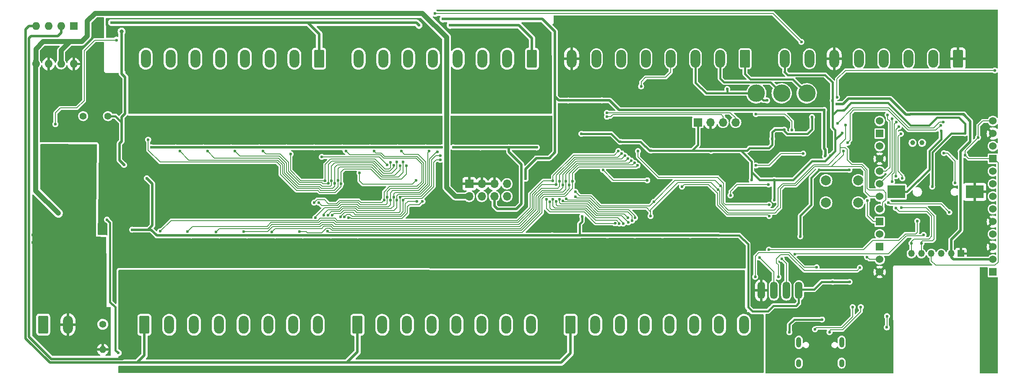
<source format=gbr>
%TF.GenerationSoftware,KiCad,Pcbnew,(6.0.0)*%
%TF.CreationDate,2023-02-03T10:22:37+01:00*%
%TF.ProjectId,boneIO - input WT32,626f6e65-494f-4202-9d20-696e70757420,rev?*%
%TF.SameCoordinates,Original*%
%TF.FileFunction,Copper,L2,Bot*%
%TF.FilePolarity,Positive*%
%FSLAX46Y46*%
G04 Gerber Fmt 4.6, Leading zero omitted, Abs format (unit mm)*
G04 Created by KiCad (PCBNEW (6.0.0)) date 2023-02-03 10:22:37*
%MOMM*%
%LPD*%
G01*
G04 APERTURE LIST*
G04 Aperture macros list*
%AMRoundRect*
0 Rectangle with rounded corners*
0 $1 Rounding radius*
0 $2 $3 $4 $5 $6 $7 $8 $9 X,Y pos of 4 corners*
0 Add a 4 corners polygon primitive as box body*
4,1,4,$2,$3,$4,$5,$6,$7,$8,$9,$2,$3,0*
0 Add four circle primitives for the rounded corners*
1,1,$1+$1,$2,$3*
1,1,$1+$1,$4,$5*
1,1,$1+$1,$6,$7*
1,1,$1+$1,$8,$9*
0 Add four rect primitives between the rounded corners*
20,1,$1+$1,$2,$3,$4,$5,0*
20,1,$1+$1,$4,$5,$6,$7,0*
20,1,$1+$1,$6,$7,$8,$9,0*
20,1,$1+$1,$8,$9,$2,$3,0*%
G04 Aperture macros list end*
%TA.AperFunction,ComponentPad*%
%ADD10R,1.600000X1.600000*%
%TD*%
%TA.AperFunction,ComponentPad*%
%ADD11O,1.600000X1.600000*%
%TD*%
%TA.AperFunction,ComponentPad*%
%ADD12RoundRect,0.250000X-0.750000X-1.550000X0.750000X-1.550000X0.750000X1.550000X-0.750000X1.550000X0*%
%TD*%
%TA.AperFunction,ComponentPad*%
%ADD13O,2.000000X3.600000*%
%TD*%
%TA.AperFunction,ComponentPad*%
%ADD14O,1.000000X2.100000*%
%TD*%
%TA.AperFunction,ComponentPad*%
%ADD15O,1.000000X1.600000*%
%TD*%
%TA.AperFunction,ComponentPad*%
%ADD16RoundRect,0.250000X0.750000X1.550000X-0.750000X1.550000X-0.750000X-1.550000X0.750000X-1.550000X0*%
%TD*%
%TA.AperFunction,ComponentPad*%
%ADD17R,1.700000X1.700000*%
%TD*%
%TA.AperFunction,ComponentPad*%
%ADD18O,1.700000X1.700000*%
%TD*%
%TA.AperFunction,ComponentPad*%
%ADD19C,2.000000*%
%TD*%
%TA.AperFunction,ComponentPad*%
%ADD20C,1.408000*%
%TD*%
%TA.AperFunction,ComponentPad*%
%ADD21C,1.400000*%
%TD*%
%TA.AperFunction,ComponentPad*%
%ADD22O,1.400000X1.400000*%
%TD*%
%TA.AperFunction,ComponentPad*%
%ADD23C,1.000000*%
%TD*%
%TA.AperFunction,ComponentPad*%
%ADD24C,1.524000*%
%TD*%
%TA.AperFunction,ComponentPad*%
%ADD25R,1.524000X1.524000*%
%TD*%
%TA.AperFunction,SMDPad,CuDef*%
%ADD26R,3.540000X2.600000*%
%TD*%
%TA.AperFunction,SMDPad,CuDef*%
%ADD27R,3.660000X2.600000*%
%TD*%
%TA.AperFunction,ComponentPad*%
%ADD28R,1.350000X1.350000*%
%TD*%
%TA.AperFunction,ComponentPad*%
%ADD29O,1.350000X1.350000*%
%TD*%
%TA.AperFunction,SMDPad,CuDef*%
%ADD30O,1.500000X3.500000*%
%TD*%
%TA.AperFunction,SMDPad,CuDef*%
%ADD31C,3.500000*%
%TD*%
%TA.AperFunction,ViaPad*%
%ADD32C,0.600000*%
%TD*%
%TA.AperFunction,ViaPad*%
%ADD33C,0.800000*%
%TD*%
%TA.AperFunction,Conductor*%
%ADD34C,0.400000*%
%TD*%
%TA.AperFunction,Conductor*%
%ADD35C,0.500000*%
%TD*%
%TA.AperFunction,Conductor*%
%ADD36C,0.200000*%
%TD*%
%TA.AperFunction,Conductor*%
%ADD37C,1.000000*%
%TD*%
G04 APERTURE END LIST*
D10*
%TO.P,SW2,1*%
%TO.N,Net-(R149-Pad1)*%
X63900000Y-52560000D03*
D11*
%TO.P,SW2,2*%
%TO.N,GNDA*%
X61360000Y-52560000D03*
%TO.P,SW2,3*%
%TO.N,Net-(R148-Pad1)*%
X58820000Y-52560000D03*
%TO.P,SW2,4*%
%TO.N,VDD*%
X56280000Y-52560000D03*
%TO.P,SW2,5*%
%TO.N,+24V*%
X56280000Y-60180000D03*
%TO.P,SW2,6*%
%TO.N,GND*%
X58820000Y-60180000D03*
%TO.P,SW2,7*%
%TO.N,+24V*%
X61360000Y-60180000D03*
%TO.P,SW2,8*%
%TO.N,GND*%
X63900000Y-60180000D03*
%TD*%
D12*
%TO.P,J1,1,Pin_1*%
%TO.N,VCC*%
X57750000Y-112780000D03*
D13*
%TO.P,J1,2,Pin_2*%
%TO.N,GNDS*%
X62750000Y-112780000D03*
%TD*%
D12*
%TO.P,J8,1,Pin_1*%
%TO.N,VDD*%
X164190000Y-112830000D03*
D13*
%TO.P,J8,2,Pin_2*%
%TO.N,PCF_1_OUT*%
X169190000Y-112830000D03*
%TO.P,J8,3,Pin_3*%
%TO.N,PCF_2_OUT*%
X174190000Y-112830000D03*
%TO.P,J8,4,Pin_4*%
%TO.N,PCF_3_OUT*%
X179190000Y-112830000D03*
%TO.P,J8,5,Pin_5*%
%TO.N,PCF_4_OUT*%
X184190000Y-112830000D03*
%TO.P,J8,6,Pin_6*%
%TO.N,PCF_5_OUT*%
X189190000Y-112830000D03*
%TO.P,J8,7,Pin_7*%
%TO.N,PCF_6_OUT*%
X194190000Y-112830000D03*
%TO.P,J8,8,Pin_8*%
%TO.N,PCF_7_OUT*%
X199190000Y-112830000D03*
%TD*%
D12*
%TO.P,J4,1,Pin_1*%
%TO.N,VDD*%
X78190000Y-112830000D03*
D13*
%TO.P,J4,2,Pin_2*%
%TO.N,MCP_15_OUT*%
X83190000Y-112830000D03*
%TO.P,J4,3,Pin_3*%
%TO.N,MCP_16_OUT*%
X88190000Y-112830000D03*
%TO.P,J4,4,Pin_4*%
%TO.N,MCP_17_OUT*%
X93190000Y-112830000D03*
%TO.P,J4,5,Pin_5*%
%TO.N,MCP_18_OUT*%
X98190000Y-112830000D03*
%TO.P,J4,6,Pin_6*%
%TO.N,MCP_19_OUT*%
X103190000Y-112830000D03*
%TO.P,J4,7,Pin_7*%
%TO.N,MCP_20_OUT*%
X108190000Y-112830000D03*
%TO.P,J4,8,Pin_8*%
%TO.N,MCP_21_OUT*%
X113190000Y-112830000D03*
%TD*%
D14*
%TO.P,J2,S1,SHIELD*%
%TO.N,Net-(C34-Pad1)*%
X210280000Y-116370000D03*
X218920000Y-116370000D03*
D15*
X218920000Y-120550000D03*
X210280000Y-120550000D03*
%TD*%
D16*
%TO.P,J9,1,Pin_1*%
%TO.N,VDD*%
X113460000Y-59110000D03*
D13*
%TO.P,J9,2,Pin_2*%
%TO.N,MCP_7_OUT*%
X108460000Y-59110000D03*
%TO.P,J9,3,Pin_3*%
%TO.N,MCP_6_OUT*%
X103460000Y-59110000D03*
%TO.P,J9,4,Pin_4*%
%TO.N,MCP_5_OUT*%
X98460000Y-59110000D03*
%TO.P,J9,5,Pin_5*%
%TO.N,MCP_4_OUT*%
X93460000Y-59110000D03*
%TO.P,J9,6,Pin_6*%
%TO.N,MCP_3_OUT*%
X88460000Y-59110000D03*
%TO.P,J9,7,Pin_7*%
%TO.N,MCP_2_OUT*%
X83460000Y-59110000D03*
%TO.P,J9,8,Pin_8*%
%TO.N,MCP_1_OUT*%
X78460000Y-59110000D03*
%TD*%
D12*
%TO.P,J5,1,Pin_1*%
%TO.N,VDD*%
X121190000Y-112830000D03*
D13*
%TO.P,J5,2,Pin_2*%
%TO.N,MCP_22_OUT*%
X126190000Y-112830000D03*
%TO.P,J5,3,Pin_3*%
%TO.N,MCP_23_OUT*%
X131190000Y-112830000D03*
%TO.P,J5,4,Pin_4*%
%TO.N,MCP_24_OUT*%
X136190000Y-112830000D03*
%TO.P,J5,5,Pin_5*%
%TO.N,MCP_25_OUT*%
X141190000Y-112830000D03*
%TO.P,J5,6,Pin_6*%
%TO.N,MCP_26_OUT*%
X146190000Y-112830000D03*
%TO.P,J5,7,Pin_7*%
%TO.N,MCP_27_OUT*%
X151190000Y-112830000D03*
%TO.P,J5,8,Pin_8*%
%TO.N,MCP_28_OUT*%
X156190000Y-112830000D03*
%TD*%
D17*
%TO.P,I2C1,1,Pin_1*%
%TO.N,+3V3*%
X189910000Y-71970000D03*
D18*
%TO.P,I2C1,2,Pin_2*%
%TO.N,GND*%
X192450000Y-71970000D03*
%TO.P,I2C1,3,Pin_3*%
%TO.N,/I2C_SCL_B*%
X194990000Y-71970000D03*
%TO.P,I2C1,4,Pin_4*%
%TO.N,/I2C_SDA_B*%
X197530000Y-71970000D03*
%TD*%
D19*
%TO.P,SW1,1,1*%
%TO.N,Net-(R145-Pad1)*%
X215760000Y-83680000D03*
X222260000Y-83680000D03*
%TO.P,SW1,2,2*%
%TO.N,USER_SWITCH*%
X222260000Y-88180000D03*
X215760000Y-88180000D03*
%TD*%
D20*
%TO.P,BZ1,1,-*%
%TO.N,+5V*%
X70820000Y-70710000D03*
%TO.P,BZ1,2,+*%
%TO.N,Net-(BZ1-Pad2)*%
X65820000Y-70710000D03*
%TD*%
D21*
%TO.P,RV1,1*%
%TO.N,Net-(D1-Pad1)*%
X69775000Y-112725000D03*
D22*
%TO.P,RV1,2*%
%TO.N,GNDS*%
X69775000Y-117805000D03*
%TD*%
D16*
%TO.P,J11,1,Pin_1*%
%TO.N,/A+_OUT*%
X199420000Y-59120000D03*
D13*
%TO.P,J11,2,Pin_2*%
%TO.N,/B-_OUT*%
X194420000Y-59120000D03*
%TO.P,J11,3,Pin_3*%
%TO.N,/GND_RS485*%
X189420000Y-59120000D03*
%TO.P,J11,4,Pin_4*%
%TO.N,/CAN_H*%
X184420000Y-59120000D03*
%TO.P,J11,5,Pin_5*%
%TO.N,/CAN_L*%
X179420000Y-59120000D03*
%TO.P,J11,6,Pin_6*%
%TO.N,/I2C_SCL_OUT*%
X174420000Y-59120000D03*
%TO.P,J11,7,Pin_7*%
%TO.N,/I2C_SDA_OUT*%
X169420000Y-59120000D03*
%TO.P,J11,8,Pin_8*%
%TO.N,GND*%
X164420000Y-59120000D03*
%TD*%
D16*
%TO.P,J7,1,Pin_1*%
%TO.N,VDD*%
X156420000Y-59120000D03*
D13*
%TO.P,J7,2,Pin_2*%
%TO.N,MCP_14_OUT*%
X151420000Y-59120000D03*
%TO.P,J7,3,Pin_3*%
%TO.N,MCP_13_OUT*%
X146420000Y-59120000D03*
%TO.P,J7,4,Pin_4*%
%TO.N,MCP_12_OUT*%
X141420000Y-59120000D03*
%TO.P,J7,5,Pin_5*%
%TO.N,MCP_11_OUT*%
X136420000Y-59120000D03*
%TO.P,J7,6,Pin_6*%
%TO.N,MCP_10_OUT*%
X131420000Y-59120000D03*
%TO.P,J7,7,Pin_7*%
%TO.N,MCP_9_OUT*%
X126420000Y-59120000D03*
%TO.P,J7,8,Pin_8*%
%TO.N,MCP_8_OUT*%
X121420000Y-59120000D03*
%TD*%
D23*
%TO.P,Y1,1,1*%
%TO.N,Net-(U45-Pad1)*%
X233250000Y-76090000D03*
%TO.P,Y1,2,2*%
%TO.N,Net-(U45-Pad2)*%
X235150000Y-76090000D03*
%TD*%
D24*
%TO.P,U7,1,TXD*%
%TO.N,/IO1_TXD0*%
X226600000Y-71690000D03*
D25*
%TO.P,U7,2,RXD*%
%TO.N,/IO3_RXD0*%
X226600000Y-74230000D03*
D24*
%TO.P,U7,3,IO0*%
%TO.N,/GPIO0*%
X226600000Y-76770000D03*
%TO.P,U7,4,GND*%
%TO.N,GND*%
X226600000Y-79310000D03*
%TO.P,U7,5,IO39*%
%TO.N,/INA1*%
X226600000Y-81850000D03*
%TO.P,U7,6,IO36*%
%TO.N,/INA0*%
X226600000Y-84390000D03*
%TO.P,U7,7,IO15*%
%TO.N,/I2C_SCL_A*%
X226600000Y-86930000D03*
%TO.P,U7,8,IO14*%
%TO.N,/I2C_SDA_A*%
X226600000Y-89470000D03*
D25*
%TO.P,U7,9,IO12*%
%TO.N,/DAT_WIRE_2*%
X226600000Y-92010000D03*
D24*
%TO.P,U7,10,IO35*%
%TO.N,/INA2*%
X226600000Y-94550000D03*
D25*
%TO.P,U7,11,IO4*%
%TO.N,/CAN-RX*%
X226600000Y-97090000D03*
D24*
%TO.P,U7,12,IO2*%
%TO.N,/BUZZER*%
X226600000Y-99630000D03*
%TO.P,U7,13,GND*%
%TO.N,GND*%
X226600000Y-102170000D03*
%TO.P,U7,14,EN*%
%TO.N,/ESP_EN*%
X249460000Y-71690000D03*
%TO.P,U7,15,GND*%
%TO.N,GND*%
X249460000Y-74230000D03*
%TO.P,U7,16,3V3*%
%TO.N,unconnected-(U7-Pad16)*%
X249460000Y-76770000D03*
D25*
%TO.P,U7,17,EN*%
%TO.N,/ESP_EN*%
X249460000Y-79310000D03*
D24*
%TO.P,U7,18,IO32*%
%TO.N,/DAT_WIRE_1*%
X249460000Y-81850000D03*
%TO.P,U7,19,IO33*%
%TO.N,/I2C_SCL_B*%
X249460000Y-84390000D03*
%TO.P,U7,20,IO5*%
%TO.N,/CAN-TX*%
X249460000Y-86930000D03*
%TO.P,U7,21,IO17*%
%TO.N,/I2C_SDA_B*%
X249460000Y-89470000D03*
%TO.P,U7,22,GND*%
%TO.N,GND*%
X249460000Y-92010000D03*
%TO.P,U7,23,3V3*%
%TO.N,unconnected-(U7-Pad23)*%
X249460000Y-94550000D03*
%TO.P,U7,24,GND*%
%TO.N,GND*%
X249460000Y-97090000D03*
%TO.P,U7,25,5V*%
%TO.N,+5V*%
X249460000Y-99630000D03*
D25*
%TO.P,U7,26,LINK*%
%TO.N,unconnected-(U7-Pad26)*%
X249460000Y-102170000D03*
%TD*%
D16*
%TO.P,J10,1,Pin_1*%
%TO.N,GND*%
X242420000Y-59130000D03*
D13*
%TO.P,J10,2,Pin_2*%
%TO.N,/A3*%
X237420000Y-59130000D03*
%TO.P,J10,3,Pin_3*%
%TO.N,/A2*%
X232420000Y-59130000D03*
%TO.P,J10,4,Pin_4*%
%TO.N,/A1*%
X227420000Y-59130000D03*
%TO.P,J10,5,Pin_5*%
%TO.N,/GPIO*%
X222420000Y-59130000D03*
%TO.P,J10,6,Pin_6*%
%TO.N,GND*%
X217420000Y-59130000D03*
%TO.P,J10,7,Pin_7*%
%TO.N,/1-WIRE_OUT*%
X212420000Y-59130000D03*
%TO.P,J10,8,Pin_8*%
%TO.N,+3V3*%
X207420000Y-59130000D03*
%TD*%
D26*
%TO.P,BT1,1,+*%
%TO.N,Net-(BT1-Pad1)*%
X229990000Y-85990000D03*
D27*
%TO.P,BT1,2,-*%
%TO.N,GND*%
X245790000Y-85990000D03*
%TD*%
D28*
%TO.P,J3,1,Pin_1*%
%TO.N,GND*%
X243025000Y-98450000D03*
D29*
%TO.P,J3,2,Pin_2*%
%TO.N,+5V*%
X241025000Y-98450000D03*
%TO.P,J3,3,Pin_3*%
%TO.N,/GPIO0*%
X239025000Y-98450000D03*
%TO.P,J3,4,Pin_4*%
%TO.N,/ESP_EN*%
X237025000Y-98450000D03*
%TO.P,J3,5,Pin_5*%
%TO.N,/IO3_RXD0*%
X235025000Y-98450000D03*
%TO.P,J3,6,Pin_6*%
%TO.N,/IO1_TXD0*%
X233025000Y-98450000D03*
%TD*%
D30*
%TO.P,U16,1,VDD*%
%TO.N,+3V3*%
X210280000Y-105890000D03*
%TO.P,U16,2,TXD*%
%TO.N,/RS485_TXD0*%
X207770000Y-105890000D03*
%TO.P,U16,3,RXD*%
%TO.N,/RS485_RXD0*%
X205250000Y-105890000D03*
%TO.P,U16,4,GND*%
%TO.N,GND*%
X202680000Y-105890000D03*
D31*
%TO.P,U16,5,+A*%
%TO.N,/A+_OUT*%
X211890000Y-66100000D03*
%TO.P,U16,6,-B*%
%TO.N,/B-_OUT*%
X206820000Y-66100000D03*
%TO.P,U16,7,GNDD*%
%TO.N,/GND_RS485*%
X201700000Y-66100000D03*
%TD*%
D17*
%TO.P,J6,1,Pin_1*%
%TO.N,GND*%
X143750000Y-84370000D03*
D18*
%TO.P,J6,2,Pin_2*%
%TO.N,+24V*%
X143750000Y-86910000D03*
%TO.P,J6,3,Pin_3*%
%TO.N,GND*%
X146290000Y-84370000D03*
%TO.P,J6,4,Pin_4*%
%TO.N,+5V*%
X146290000Y-86910000D03*
%TO.P,J6,5,Pin_5*%
%TO.N,GND*%
X148830000Y-84370000D03*
%TO.P,J6,6,Pin_6*%
%TO.N,+3V3*%
X148830000Y-86910000D03*
%TO.P,J6,7,Pin_7*%
%TO.N,/I2C_SDA_B*%
X151370000Y-84370000D03*
%TO.P,J6,8,Pin_8*%
%TO.N,/I2C_SCL_B*%
X151370000Y-86910000D03*
%TD*%
D32*
%TO.N,GNDS*%
X66540000Y-111860000D03*
X64125000Y-94625000D03*
X64240000Y-90740000D03*
X64850000Y-95875000D03*
X66330000Y-79300000D03*
X58360000Y-96090000D03*
X56920000Y-94760000D03*
X58580000Y-93250000D03*
X58820000Y-103740000D03*
X58760000Y-101910000D03*
X56910000Y-96110000D03*
X67270000Y-80850000D03*
X58320000Y-106980000D03*
X68250000Y-80840000D03*
X65725000Y-94675000D03*
X55649020Y-94720000D03*
X56590000Y-101910000D03*
X65520000Y-90750000D03*
X66770000Y-90720000D03*
X56640000Y-103900000D03*
X66540000Y-117560000D03*
X66340000Y-78400000D03*
X67325000Y-94650000D03*
X59400000Y-97130000D03*
X59130000Y-116720000D03*
X58640000Y-90850000D03*
X55649020Y-96180000D03*
X62970000Y-90750000D03*
X59420000Y-99610000D03*
X58290000Y-94760000D03*
X66580000Y-114410000D03*
X60050000Y-112900000D03*
X61600000Y-116680000D03*
X63000000Y-85600000D03*
X64350000Y-116800000D03*
%TO.N,GND*%
X137630000Y-83300000D03*
X221086000Y-52578000D03*
X228150000Y-121040000D03*
X247750000Y-109460000D03*
X191290000Y-81250000D03*
X86280000Y-88020000D03*
X209290000Y-65640000D03*
X99780000Y-88020000D03*
X132830000Y-72250000D03*
X186770000Y-65970000D03*
X102780000Y-89520000D03*
X227086000Y-51078000D03*
X194580000Y-79130000D03*
X154830000Y-89160000D03*
X186840000Y-53500000D03*
X95280000Y-85160000D03*
X96780000Y-83660000D03*
X200880000Y-105590000D03*
X95280000Y-83660000D03*
X96780000Y-88020000D03*
X243420000Y-75420000D03*
X68140000Y-61650000D03*
X207400000Y-82710000D03*
X159420000Y-73610000D03*
X78350000Y-71520000D03*
X71800000Y-63230000D03*
X249040000Y-107410000D03*
X182390000Y-65990000D03*
X231530000Y-80880000D03*
X179340000Y-55000000D03*
X96780000Y-82160000D03*
X244348000Y-88392000D03*
X95280000Y-89520000D03*
X166150000Y-84400000D03*
X242610000Y-76530000D03*
X108790000Y-80810000D03*
X213586000Y-51078000D03*
X117130000Y-78120000D03*
X173340000Y-53500000D03*
X203300000Y-78640000D03*
X98280000Y-89520000D03*
X76970000Y-97980000D03*
X68140000Y-60260000D03*
X99780000Y-83660000D03*
X191490000Y-74400000D03*
X67070000Y-60270000D03*
X101340000Y-99770000D03*
X247560000Y-102060000D03*
X246290000Y-80570000D03*
X242830000Y-63070000D03*
X93780000Y-86520000D03*
X243586000Y-51078000D03*
X75100000Y-78880000D03*
X198360000Y-67780000D03*
X213790000Y-76220000D03*
X185240000Y-75590000D03*
X196320000Y-100360000D03*
X221086000Y-51078000D03*
X117950000Y-86670000D03*
X209370000Y-67000000D03*
X235570000Y-63030000D03*
X75340000Y-75320000D03*
X76940000Y-91520000D03*
X247142000Y-97536000D03*
X151740000Y-100450000D03*
X226520000Y-116020000D03*
X108990000Y-87320000D03*
X172570000Y-73280000D03*
X69700000Y-81980000D03*
X176340000Y-55000000D03*
X140320000Y-100310000D03*
X226568000Y-104648000D03*
X225930000Y-111500000D03*
X101280000Y-86520000D03*
X102780000Y-88020000D03*
X186550000Y-81790000D03*
X110540000Y-80830000D03*
X174690000Y-85970000D03*
X168840000Y-53500000D03*
X219586000Y-51078000D03*
X198030000Y-76180000D03*
X176160000Y-86710000D03*
X218086000Y-52578000D03*
X115480000Y-78160000D03*
X99780000Y-85160000D03*
X216520000Y-85880000D03*
X78210000Y-89990000D03*
X170340000Y-52000000D03*
X173920000Y-87410000D03*
X99780000Y-89520000D03*
X93780000Y-85160000D03*
X189840000Y-53500000D03*
X221650000Y-116710000D03*
X220490000Y-87040000D03*
X213640000Y-85860000D03*
X165840000Y-52000000D03*
X246250000Y-82900000D03*
X213800000Y-68010000D03*
X233086000Y-51078000D03*
X172120000Y-75220000D03*
X179840000Y-100360000D03*
X63580000Y-70180000D03*
X185340000Y-52000000D03*
X223266000Y-104648000D03*
X159720000Y-80160000D03*
X171600000Y-77220000D03*
X217170000Y-93218000D03*
X204720000Y-113960000D03*
X67100000Y-59020000D03*
X171840000Y-53500000D03*
X110260000Y-72250000D03*
X176340000Y-53500000D03*
X188340000Y-55000000D03*
X176370000Y-84860000D03*
X179230000Y-87440000D03*
X240586000Y-51078000D03*
X77170000Y-74460000D03*
X72030000Y-73130000D03*
X183670000Y-75610000D03*
X204720000Y-111840000D03*
X186050000Y-90570000D03*
X192840000Y-55000000D03*
X90780000Y-83660000D03*
X102780000Y-85160000D03*
X180030000Y-86860000D03*
X243010000Y-96430000D03*
X224550000Y-120600000D03*
X240340000Y-76520000D03*
X87780000Y-82160000D03*
X224480000Y-93180000D03*
X221160000Y-118490000D03*
X246340000Y-78120000D03*
X195210000Y-80860000D03*
X206000000Y-114200000D03*
X247710000Y-107370000D03*
X164340000Y-52000000D03*
X89280000Y-85160000D03*
X101280000Y-82160000D03*
X87780000Y-85160000D03*
X162340000Y-62230000D03*
X192840000Y-52000000D03*
X212598000Y-99822000D03*
X140440000Y-89200000D03*
X89280000Y-89520000D03*
X178790000Y-91490000D03*
X212598000Y-96266000D03*
X181870000Y-91360000D03*
X234190000Y-78490000D03*
X237586000Y-52578000D03*
X233086000Y-52578000D03*
X101280000Y-83660000D03*
X204978000Y-93218000D03*
X188140000Y-89050000D03*
X183750000Y-72440000D03*
X174840000Y-53500000D03*
X124860000Y-85510000D03*
X183460000Y-67670000D03*
X102780000Y-86520000D03*
X209640000Y-76970000D03*
X84780000Y-82160000D03*
X204620000Y-120260000D03*
X238620000Y-81460000D03*
X212086000Y-52578000D03*
X226280000Y-109090000D03*
X92280000Y-88020000D03*
X186800000Y-74100000D03*
X101280000Y-89520000D03*
X137680000Y-81130000D03*
X84780000Y-88020000D03*
X102780000Y-82160000D03*
X177310000Y-87440000D03*
X185780000Y-67670000D03*
X249240000Y-55080000D03*
X89280000Y-82160000D03*
X146250000Y-81325000D03*
X90020000Y-99910000D03*
X75120000Y-87640000D03*
X157200000Y-82910000D03*
X183840000Y-52000000D03*
X84780000Y-86520000D03*
X157300000Y-100650000D03*
X204670000Y-116960000D03*
X200870000Y-107300000D03*
X116380000Y-87260000D03*
X121710000Y-72380000D03*
X136790000Y-89450000D03*
X203070000Y-96170000D03*
X75340000Y-90040000D03*
X140930000Y-81280000D03*
X143000000Y-81200000D03*
X185450000Y-100500000D03*
X90780000Y-86520000D03*
X227086000Y-52578000D03*
X213920000Y-73430000D03*
X217170000Y-96266000D03*
X96780000Y-89520000D03*
X95280000Y-82160000D03*
X242086000Y-51078000D03*
X168070000Y-100360000D03*
X199570000Y-74190000D03*
X198540000Y-79100000D03*
X247580000Y-118800000D03*
X140930000Y-84280000D03*
X92280000Y-82160000D03*
X84780000Y-89520000D03*
X173340000Y-52000000D03*
X231586000Y-51078000D03*
X99780000Y-82160000D03*
X67070000Y-61680000D03*
X69200000Y-59040000D03*
X139060000Y-89650000D03*
X162840000Y-53500000D03*
X222586000Y-51078000D03*
X233580000Y-81150000D03*
X206340000Y-119220000D03*
X206080000Y-74760000D03*
X162260000Y-79500000D03*
X124970000Y-86720000D03*
X228586000Y-52578000D03*
X84780000Y-85160000D03*
X192840000Y-53500000D03*
X186390000Y-79080000D03*
X244930000Y-96420000D03*
X186480000Y-88870000D03*
X196970000Y-74290000D03*
X218820000Y-100940000D03*
X128750000Y-100210000D03*
X69670000Y-83060000D03*
X72130000Y-64550000D03*
X187800000Y-67700000D03*
X193240000Y-86740000D03*
X72300000Y-80720000D03*
X247530000Y-104880000D03*
X237586000Y-51078000D03*
X210590000Y-70880000D03*
X195130000Y-76050000D03*
X120050000Y-86540000D03*
X69180000Y-61640000D03*
X210780000Y-76990000D03*
X224160000Y-109870000D03*
X99780000Y-86520000D03*
X199680000Y-70840000D03*
X76720000Y-83380000D03*
X77330000Y-78430000D03*
X241430000Y-75470000D03*
X176920000Y-67050000D03*
X191340000Y-55000000D03*
X174850000Y-64730000D03*
X87780000Y-83660000D03*
X182560000Y-85090000D03*
X182340000Y-55000000D03*
X67590000Y-73690000D03*
X180840000Y-55000000D03*
X186820000Y-75610000D03*
X98280000Y-85160000D03*
X246380000Y-67564000D03*
X225586000Y-51078000D03*
X229290000Y-90430000D03*
X83280000Y-86520000D03*
X205750000Y-111400000D03*
X243332000Y-69088000D03*
X200890000Y-104010000D03*
X121940000Y-86740000D03*
X226230000Y-106380000D03*
X177840000Y-52000000D03*
X123730000Y-100410000D03*
X70580000Y-74970000D03*
X186800000Y-72420000D03*
X168840000Y-55000000D03*
X92280000Y-89520000D03*
X76470000Y-87670000D03*
X183700000Y-74030000D03*
X183840000Y-53500000D03*
X110740000Y-82230000D03*
X184530000Y-87850000D03*
X224086000Y-52578000D03*
X245270000Y-63000000D03*
X118670000Y-85600000D03*
X96780000Y-85160000D03*
X208788000Y-93218000D03*
X225050000Y-106430000D03*
X101280000Y-88020000D03*
X243586000Y-52578000D03*
X228280000Y-63060000D03*
X223820000Y-73750000D03*
X244094000Y-67564000D03*
X58990000Y-74600000D03*
X184170000Y-90770000D03*
X90780000Y-89520000D03*
X230086000Y-51078000D03*
X246634000Y-94742000D03*
X162270000Y-66080000D03*
X83280000Y-88020000D03*
X184900000Y-80620000D03*
X185040000Y-81680000D03*
X99100000Y-72120000D03*
X145010000Y-88770000D03*
X87910000Y-72180000D03*
X90780000Y-82160000D03*
X126920000Y-72050000D03*
X204580000Y-71550000D03*
X231586000Y-52578000D03*
X86280000Y-86520000D03*
X204280000Y-108840000D03*
X92280000Y-85160000D03*
X247780000Y-115460000D03*
X181310000Y-86170000D03*
X179340000Y-53500000D03*
X64160000Y-65540000D03*
X188840000Y-81870000D03*
X162460000Y-100410000D03*
X69780000Y-72740000D03*
X123790000Y-85430000D03*
X193210000Y-64090000D03*
X170450000Y-75140000D03*
X173130000Y-66290000D03*
X176810000Y-64880000D03*
X191750000Y-86520000D03*
X171840000Y-52000000D03*
X212598000Y-93218000D03*
X87780000Y-88020000D03*
X75300000Y-91480000D03*
X200660000Y-93472000D03*
X232140000Y-77820000D03*
X69200000Y-60270000D03*
X212086000Y-51078000D03*
X175510000Y-63030000D03*
X158640000Y-75530000D03*
X188340000Y-52000000D03*
X239086000Y-52578000D03*
X202510000Y-109230000D03*
X184400000Y-89490000D03*
X206080000Y-76170000D03*
X84780000Y-83660000D03*
X218500000Y-85870000D03*
X233150000Y-82980000D03*
X168840000Y-52000000D03*
X108990000Y-90280000D03*
X220472000Y-93218000D03*
X177840000Y-55000000D03*
X148575000Y-81275000D03*
X233270000Y-100070000D03*
X104740000Y-72180000D03*
X169590000Y-77350000D03*
X191700000Y-85460000D03*
X75010000Y-72020000D03*
X218694000Y-94742000D03*
X121820000Y-85530000D03*
X110920000Y-78960000D03*
X83280000Y-85160000D03*
X231760000Y-100060000D03*
X203140000Y-97290000D03*
X223230000Y-92070000D03*
X188810000Y-65970000D03*
X203390000Y-58200000D03*
X214960000Y-85880000D03*
X223270000Y-116420000D03*
X191340000Y-52000000D03*
X173530000Y-72060000D03*
X89280000Y-86520000D03*
X222586000Y-52578000D03*
X214260000Y-71410000D03*
X75270000Y-73870000D03*
X95280000Y-88020000D03*
X171840000Y-55000000D03*
X172550000Y-64810000D03*
X198374000Y-93218000D03*
X167340000Y-52000000D03*
X72280000Y-79320000D03*
X185220000Y-74050000D03*
X238030000Y-63010000D03*
X165840000Y-55000000D03*
X234910000Y-81120000D03*
X185290000Y-72450000D03*
X225586000Y-52578000D03*
X195440000Y-67700000D03*
X83280000Y-83660000D03*
X203390000Y-60350000D03*
X227750000Y-118780000D03*
X179340000Y-52000000D03*
X211970000Y-86450000D03*
X248880000Y-58360000D03*
X186840000Y-52000000D03*
X72130000Y-67140000D03*
X102780000Y-83660000D03*
X170640000Y-86720000D03*
X244856000Y-68834000D03*
X197790000Y-80810000D03*
X223880000Y-78710000D03*
X170340000Y-53500000D03*
X164340000Y-55000000D03*
X183790000Y-79100000D03*
X74110000Y-83310000D03*
X199700000Y-72700000D03*
X112600000Y-79840000D03*
X64110000Y-67880000D03*
X226570000Y-114990000D03*
X233820000Y-69310000D03*
X149530000Y-71990000D03*
X179580000Y-79550000D03*
X236690000Y-75590000D03*
X194390000Y-74430000D03*
X76840000Y-79740000D03*
X92280000Y-83660000D03*
X239086000Y-51078000D03*
X164340000Y-53500000D03*
X63680000Y-74590000D03*
X106800000Y-100010000D03*
X214630000Y-99822000D03*
X220160000Y-84820000D03*
X78170000Y-91540000D03*
X180840000Y-52000000D03*
X170340000Y-55000000D03*
X82300000Y-72120000D03*
X71640000Y-86280000D03*
X173790000Y-73570000D03*
X184540000Y-66070000D03*
X247830000Y-121780000D03*
X75950000Y-77330000D03*
X204460000Y-82720000D03*
X189870000Y-67760000D03*
X249430000Y-120770000D03*
X98280000Y-83660000D03*
X208730000Y-82700000D03*
X183840000Y-55000000D03*
X92280000Y-86520000D03*
X150310000Y-81190000D03*
X76860000Y-90050000D03*
X98280000Y-82160000D03*
X247560000Y-103300000D03*
X174880000Y-67160000D03*
X183020000Y-91320000D03*
X246126000Y-89662000D03*
X238570000Y-84030000D03*
X215086000Y-52578000D03*
X218086000Y-51078000D03*
X71740000Y-88050000D03*
X182890000Y-90010000D03*
X208788000Y-96266000D03*
X86280000Y-82160000D03*
X223470000Y-114790000D03*
X93780000Y-82160000D03*
X216586000Y-51078000D03*
X226870000Y-107710000D03*
X192150000Y-67780000D03*
X249280000Y-116700000D03*
X84310000Y-99810000D03*
X249060000Y-104630000D03*
X112310000Y-100110000D03*
X224600000Y-107950000D03*
X244602000Y-89662000D03*
X112420000Y-86760000D03*
X158680000Y-71970000D03*
X123730000Y-86780000D03*
X83280000Y-89520000D03*
X108990000Y-88930000D03*
X183540000Y-83740000D03*
X167340000Y-53500000D03*
X193470000Y-81070000D03*
X155140000Y-72180000D03*
X189310000Y-78890000D03*
X224086000Y-51078000D03*
X231560000Y-75940000D03*
X177530000Y-62530000D03*
X194340000Y-53500000D03*
X188430000Y-75590000D03*
X93750000Y-72220000D03*
X189840000Y-55000000D03*
X79040000Y-73080000D03*
X196850000Y-92202000D03*
X170640000Y-84820000D03*
X162840000Y-55000000D03*
X182340000Y-52000000D03*
X222140000Y-120750000D03*
X191340000Y-53500000D03*
X146320000Y-100450000D03*
X230086000Y-52578000D03*
X118320000Y-100310000D03*
X168450000Y-85250000D03*
X200406000Y-92202000D03*
X70660000Y-84150000D03*
X231700000Y-90800000D03*
X192640000Y-76260000D03*
X206756000Y-94488000D03*
X249140000Y-111130000D03*
X173930000Y-100210000D03*
X174840000Y-55000000D03*
X234586000Y-51078000D03*
X86280000Y-85160000D03*
X183220000Y-88370000D03*
X90780000Y-88020000D03*
X248590000Y-50650000D03*
X238550000Y-82650000D03*
X180840000Y-53500000D03*
X76300000Y-71250000D03*
X193220000Y-90320000D03*
X246030000Y-69760000D03*
X162300000Y-64040000D03*
X70920000Y-85530000D03*
X90780000Y-85160000D03*
X213586000Y-52578000D03*
X96780000Y-86520000D03*
X143510000Y-88800000D03*
X167340000Y-55000000D03*
X187850000Y-64200000D03*
X215086000Y-51078000D03*
X194340000Y-52000000D03*
X223820000Y-71470000D03*
X93780000Y-88020000D03*
X221234000Y-96266000D03*
X246300000Y-76840000D03*
X76990000Y-100240000D03*
X119720000Y-85230000D03*
X186840000Y-55000000D03*
X182340000Y-53500000D03*
X170400000Y-73310000D03*
X249340000Y-113870000D03*
X155210000Y-87740000D03*
X234586000Y-52578000D03*
X247660000Y-112770000D03*
X187840000Y-62330000D03*
X186330000Y-86520000D03*
X89280000Y-83660000D03*
X182930000Y-64170000D03*
X112540000Y-78560000D03*
X195834000Y-93472000D03*
X185580000Y-64230000D03*
X221075000Y-114700000D03*
X162840000Y-52000000D03*
X187800000Y-80460000D03*
X137930000Y-87820000D03*
X77580000Y-87650000D03*
X242086000Y-52578000D03*
X68140000Y-59040000D03*
X219586000Y-52578000D03*
X87780000Y-89520000D03*
X95430000Y-99960000D03*
X206590000Y-116570000D03*
X176340000Y-52000000D03*
X223940000Y-76260000D03*
X200370000Y-75920000D03*
X143590000Y-71990000D03*
X98280000Y-88020000D03*
X163950000Y-92740000D03*
X185620000Y-62310000D03*
X188180000Y-86250000D03*
X230720000Y-63040000D03*
X77230000Y-76330000D03*
X157250000Y-81140000D03*
X191010000Y-100650000D03*
X98280000Y-86520000D03*
X244970000Y-98020000D03*
X218830000Y-102940000D03*
X246380000Y-92202000D03*
X214376000Y-94742000D03*
X139160000Y-87920000D03*
X137190000Y-72050000D03*
X74470000Y-77440000D03*
X224700000Y-118930000D03*
X212400000Y-76810000D03*
X101280000Y-85160000D03*
X93780000Y-83660000D03*
X228586000Y-51078000D03*
X190350000Y-80270000D03*
X189840000Y-52000000D03*
X71640000Y-84440000D03*
X109460000Y-79000000D03*
X93780000Y-89520000D03*
X196830000Y-79100000D03*
X188340000Y-53500000D03*
X86280000Y-89520000D03*
X164810000Y-92150000D03*
X173650000Y-84600000D03*
X224260000Y-111600000D03*
X236086000Y-51078000D03*
X86280000Y-83660000D03*
X240586000Y-52578000D03*
X174840000Y-52000000D03*
X116190000Y-72350000D03*
X177840000Y-53500000D03*
X185340000Y-53500000D03*
X166680000Y-85220000D03*
X165840000Y-53500000D03*
X185340000Y-55000000D03*
X95280000Y-86520000D03*
X183640000Y-82400000D03*
X87780000Y-86520000D03*
X89280000Y-88020000D03*
X137430000Y-85710000D03*
X76450000Y-72920000D03*
X202720000Y-71560000D03*
X236086000Y-52578000D03*
X173340000Y-55000000D03*
X229180000Y-94740000D03*
X134310000Y-100410000D03*
X246126000Y-88392000D03*
X168030000Y-84070000D03*
X216586000Y-52578000D03*
X234820000Y-100080000D03*
X83280000Y-82160000D03*
X171740000Y-86750000D03*
X171630000Y-84830000D03*
X78020000Y-73210000D03*
X244348000Y-92456000D03*
X244348000Y-83566000D03*
%TO.N,+3V3*%
X151750000Y-77025000D03*
X154925000Y-94775000D03*
X95675000Y-77025000D03*
X101350000Y-77025000D03*
X182775000Y-94750000D03*
X115875000Y-94800000D03*
X98900000Y-94800000D03*
X205350000Y-87650000D03*
X171625000Y-94750000D03*
X79625000Y-77000000D03*
X204910000Y-75280000D03*
X75700000Y-93630000D03*
X207325000Y-73425000D03*
X87625000Y-94800000D03*
X146025000Y-77025000D03*
X123725000Y-77025000D03*
X194100000Y-94775000D03*
X219060000Y-74080000D03*
X243820000Y-74160000D03*
X166550000Y-90950000D03*
X132500000Y-94775000D03*
X219360000Y-69500000D03*
X220530000Y-104150000D03*
X112450000Y-77025000D03*
X134975000Y-77025000D03*
X84500000Y-77025000D03*
X143750000Y-94775000D03*
X140550000Y-77000000D03*
X166050000Y-94750000D03*
X118125000Y-77025000D03*
X188375000Y-94750000D03*
X177175000Y-94750000D03*
X138050000Y-94775000D03*
X237210000Y-84940000D03*
X217130000Y-104170000D03*
X90100000Y-77025000D03*
X129300000Y-77025000D03*
X160525000Y-94775000D03*
X121250000Y-94800000D03*
X104600000Y-94800000D03*
X212950500Y-70900000D03*
X157375000Y-77025000D03*
X149275000Y-94775000D03*
X110150000Y-94800000D03*
X106875000Y-77025000D03*
X217080000Y-67560000D03*
X138175500Y-77025000D03*
X180430000Y-77680000D03*
X126925000Y-94775000D03*
X81935000Y-94790000D03*
X205325000Y-83625000D03*
X200750000Y-83620000D03*
X78660000Y-83240000D03*
X216700000Y-78720000D03*
X93300000Y-94800000D03*
X192580000Y-77730000D03*
X174280000Y-75875000D03*
X166395000Y-74255000D03*
%TO.N,+5V*%
X155146414Y-83346414D03*
X163730000Y-67545000D03*
X210600000Y-94980000D03*
X170540000Y-67535000D03*
X215560000Y-78780000D03*
X74080000Y-80560000D03*
X138450000Y-51110000D03*
X243586000Y-70358000D03*
X232700000Y-70360000D03*
X220480000Y-81580000D03*
X217910000Y-68260000D03*
X215400000Y-69460000D03*
X214360000Y-81580000D03*
D33*
X73570000Y-53630000D03*
D32*
%TO.N,MCP_1*%
X131075000Y-80750000D03*
X117850000Y-84375000D03*
X78950000Y-75450000D03*
%TO.N,MCP_2*%
X117250000Y-83675000D03*
X130425000Y-79950000D03*
X85325000Y-77774500D03*
%TO.N,MCP_3*%
X116600000Y-84250000D03*
X129775000Y-80700000D03*
X90925000Y-77774500D03*
%TO.N,MCP_4*%
X129125000Y-79975000D03*
X115950000Y-83725000D03*
X96450000Y-77774500D03*
%TO.N,MCP_5*%
X128500000Y-80650000D03*
X115325000Y-84300000D03*
X102100000Y-77774500D03*
%TO.N,MCP_6*%
X114675000Y-83725000D03*
X127825000Y-80000000D03*
X107675000Y-78350000D03*
%TO.N,MCP_7*%
X127175000Y-80575000D03*
X114000000Y-78950000D03*
%TO.N,MCP_8*%
X126550000Y-87675000D03*
X112425000Y-88175000D03*
X118850000Y-77774500D03*
%TO.N,MCP_9*%
X127150000Y-87050000D03*
X124525000Y-77774500D03*
X113350000Y-88175000D03*
%TO.N,MCP_10*%
X127825000Y-87650000D03*
X130025000Y-77774500D03*
X112725000Y-91177909D03*
%TO.N,MCP_11*%
X114413290Y-90707654D03*
X128500000Y-87025000D03*
X135675000Y-77775000D03*
%TO.N,MCP_12*%
X129125000Y-87675000D03*
X137305236Y-77893799D03*
X115250000Y-90675000D03*
%TO.N,/ESP_EN*%
X246500000Y-75010000D03*
X243830000Y-78570000D03*
%TO.N,MCP_13*%
X129800000Y-87097579D03*
X137925000Y-78650000D03*
X116086484Y-90728380D03*
%TO.N,MCP_14*%
X117751045Y-91054591D03*
X130425000Y-87675000D03*
X137925000Y-79525000D03*
%TO.N,MCP_17*%
X161975000Y-83850000D03*
X175150000Y-78700000D03*
X92650000Y-94050500D03*
%TO.N,MCP_18*%
X98225000Y-94000000D03*
X175802004Y-79240280D03*
X162650000Y-84600000D03*
%TO.N,MCP_19*%
X176453457Y-79703759D03*
X103875000Y-94050500D03*
X163275000Y-83850000D03*
%TO.N,MCP_20*%
X109475000Y-93975000D03*
X163950000Y-84650000D03*
X177110000Y-80160000D03*
%TO.N,MCP_21*%
X177750000Y-80670000D03*
X115150000Y-93950000D03*
X164600000Y-83875000D03*
%TO.N,MCP_22*%
X173220000Y-92340000D03*
X159370000Y-87467579D03*
%TO.N,MCP_23*%
X174040000Y-92370000D03*
X160010000Y-87990000D03*
%TO.N,MCP_24*%
X160650000Y-87467579D03*
X174839476Y-92376460D03*
%TO.N,MCP_25*%
X161310000Y-87940000D03*
X175840000Y-92130000D03*
%TO.N,MCP_26*%
X175810000Y-91220000D03*
X161954997Y-87467579D03*
%TO.N,MCP_27*%
X176620000Y-91827422D03*
X162666398Y-87832420D03*
%TO.N,MCP_28*%
X177220000Y-91240000D03*
X163334898Y-87393887D03*
%TO.N,GNDA*%
X120200000Y-53240000D03*
X148750000Y-117310000D03*
X151750000Y-115810000D03*
X107000000Y-102870000D03*
X84090000Y-115710000D03*
X84950000Y-54600000D03*
X153280000Y-54180000D03*
X183760000Y-119620000D03*
X177760000Y-116620000D03*
X185260000Y-119620000D03*
X123200000Y-53240000D03*
X138250000Y-115810000D03*
X148450000Y-55375000D03*
X160750000Y-118810000D03*
X150250000Y-117310000D03*
X91590000Y-117210000D03*
X142390000Y-53850000D03*
X118700000Y-56240000D03*
X117200000Y-54740000D03*
X99090000Y-117210000D03*
X112590000Y-117210000D03*
X78950000Y-56100000D03*
X92450000Y-53100000D03*
X77450000Y-53100000D03*
X201760000Y-119620000D03*
X81090000Y-115710000D03*
X115590000Y-117210000D03*
X108950000Y-56100000D03*
X92450000Y-54600000D03*
X93950000Y-54600000D03*
X130750000Y-117310000D03*
X97590000Y-115710000D03*
X85590000Y-117210000D03*
X82590000Y-115710000D03*
X78950000Y-54600000D03*
X77450000Y-54600000D03*
X75950000Y-56100000D03*
X126250000Y-118810000D03*
X75950000Y-53100000D03*
X115590000Y-118710000D03*
X134850000Y-102920000D03*
X140660000Y-102920000D03*
X96090000Y-115710000D03*
X129250000Y-118810000D03*
X124750000Y-117310000D03*
X114090000Y-117210000D03*
X112070000Y-102770000D03*
X107450000Y-54600000D03*
X123730000Y-102720000D03*
X105950000Y-56100000D03*
X83450000Y-54600000D03*
X136750000Y-118810000D03*
X165760000Y-118120000D03*
X142750000Y-115810000D03*
X102090000Y-118710000D03*
X87850000Y-69000000D03*
X80450000Y-56100000D03*
X95450000Y-54600000D03*
X114090000Y-115710000D03*
X123200000Y-56240000D03*
X129250000Y-117310000D03*
X160750000Y-117310000D03*
X201760000Y-118120000D03*
X102950000Y-53100000D03*
X197260000Y-119620000D03*
X149820000Y-69230000D03*
X188260000Y-119620000D03*
X117090000Y-115710000D03*
X97590000Y-117210000D03*
X115700000Y-53240000D03*
X129200000Y-54740000D03*
X95450000Y-53100000D03*
X201760000Y-116620000D03*
X170260000Y-118120000D03*
X94590000Y-118710000D03*
X168760000Y-118120000D03*
X180760000Y-119620000D03*
X75410000Y-68120000D03*
X124750000Y-115810000D03*
X88590000Y-115710000D03*
X109590000Y-117210000D03*
X189760000Y-119620000D03*
X160750000Y-115810000D03*
X138250000Y-117310000D03*
X87950000Y-54600000D03*
X194260000Y-119620000D03*
X106590000Y-118710000D03*
X95450000Y-56100000D03*
X82590000Y-117210000D03*
X84950000Y-56100000D03*
X174760000Y-118120000D03*
X167260000Y-118120000D03*
X100590000Y-118710000D03*
X171760000Y-116620000D03*
X93090000Y-118710000D03*
X108950000Y-53100000D03*
X78790000Y-66050000D03*
X126200000Y-56240000D03*
X185450000Y-102520000D03*
X121380000Y-68970000D03*
X194260000Y-118120000D03*
X95580000Y-102770000D03*
X180760000Y-116620000D03*
X98940000Y-68970000D03*
X141250000Y-115810000D03*
X143720000Y-69200000D03*
X162910000Y-102720000D03*
X130750000Y-118810000D03*
X82590000Y-118710000D03*
X133750000Y-117310000D03*
X98450000Y-53100000D03*
X86450000Y-56100000D03*
X198760000Y-118120000D03*
X94590000Y-115710000D03*
X185260000Y-116620000D03*
X144250000Y-118810000D03*
X143625000Y-55250000D03*
X110450000Y-53100000D03*
X120200000Y-56240000D03*
X132250000Y-118810000D03*
X78950000Y-53100000D03*
X157750000Y-115810000D03*
X93090000Y-117210000D03*
X152560000Y-55160000D03*
X87090000Y-118710000D03*
X195760000Y-119620000D03*
X170260000Y-119620000D03*
X127700000Y-54740000D03*
X114090000Y-118710000D03*
X115970000Y-69030000D03*
X200260000Y-116620000D03*
X126250000Y-117310000D03*
X86450000Y-54600000D03*
X124700000Y-56240000D03*
X192760000Y-118120000D03*
X101450000Y-56100000D03*
X120200000Y-54740000D03*
X127700000Y-53240000D03*
X76990000Y-66080000D03*
X81090000Y-118710000D03*
X105950000Y-53100000D03*
X101450000Y-53100000D03*
X102950000Y-54600000D03*
X167260000Y-119620000D03*
X147250000Y-115810000D03*
X173260000Y-119620000D03*
X80450000Y-54600000D03*
X188260000Y-118120000D03*
X145640000Y-53850000D03*
X130750000Y-115810000D03*
X81950000Y-54600000D03*
X139750000Y-118810000D03*
X154810000Y-69300000D03*
X103590000Y-115710000D03*
X108090000Y-118710000D03*
X145750000Y-115810000D03*
X111090000Y-117210000D03*
X151750000Y-117310000D03*
X157350000Y-102920000D03*
X93560000Y-69100000D03*
X183760000Y-116620000D03*
X141250000Y-118810000D03*
X174760000Y-119620000D03*
X157750000Y-118810000D03*
X144250000Y-117310000D03*
X101450000Y-54600000D03*
X78830000Y-63880000D03*
X89450000Y-54600000D03*
X195760000Y-116620000D03*
X75590000Y-104540000D03*
X81880000Y-69000000D03*
X109590000Y-115710000D03*
X156250000Y-118810000D03*
X99090000Y-115710000D03*
X147250000Y-118810000D03*
X93950000Y-53100000D03*
X141250000Y-117310000D03*
X112590000Y-115710000D03*
X93950000Y-56100000D03*
X154750000Y-118810000D03*
X107450000Y-53100000D03*
X174760000Y-116620000D03*
X110450000Y-54600000D03*
X105950000Y-54600000D03*
X77090000Y-63820000D03*
X99950000Y-53100000D03*
X102090000Y-117210000D03*
X81090000Y-117210000D03*
X121700000Y-56240000D03*
X99090000Y-118710000D03*
X189760000Y-118120000D03*
X110290000Y-69030000D03*
X148750000Y-118810000D03*
X132250000Y-115810000D03*
X179260000Y-116620000D03*
X148750000Y-115810000D03*
X112590000Y-118710000D03*
X110450000Y-56100000D03*
X135250000Y-118810000D03*
X159250000Y-118810000D03*
X85590000Y-115710000D03*
X183760000Y-118120000D03*
X171760000Y-118120000D03*
X130700000Y-56240000D03*
X186760000Y-118120000D03*
X99950000Y-54600000D03*
X182260000Y-116620000D03*
X153250000Y-115810000D03*
X200260000Y-118120000D03*
X129250000Y-115810000D03*
X138250000Y-118810000D03*
X150490000Y-53790000D03*
X129190000Y-102870000D03*
X176260000Y-116620000D03*
X77060000Y-107270000D03*
X81950000Y-53100000D03*
X147250000Y-117310000D03*
X165760000Y-116620000D03*
X173260000Y-116620000D03*
X197260000Y-116620000D03*
X144250000Y-115810000D03*
X86450000Y-53100000D03*
X108090000Y-117210000D03*
X75250000Y-66020000D03*
X115700000Y-54740000D03*
X103590000Y-117210000D03*
X84090000Y-117210000D03*
X124750000Y-118810000D03*
X93090000Y-115710000D03*
X129200000Y-53240000D03*
X90950000Y-54600000D03*
X127700000Y-56240000D03*
X135250000Y-115810000D03*
X129200000Y-56240000D03*
X186760000Y-116620000D03*
X197260000Y-118120000D03*
X97590000Y-118710000D03*
X156250000Y-117310000D03*
X198760000Y-116620000D03*
X132200000Y-56240000D03*
X90950000Y-56100000D03*
X102950000Y-56100000D03*
X104450000Y-56100000D03*
X192760000Y-119620000D03*
X96950000Y-56100000D03*
X132200000Y-54740000D03*
X176260000Y-118120000D03*
X91590000Y-115710000D03*
X159250000Y-115810000D03*
X90090000Y-118710000D03*
X74310000Y-118950000D03*
X96950000Y-53100000D03*
X105090000Y-117210000D03*
X154750000Y-117310000D03*
X179260000Y-119620000D03*
X200260000Y-119620000D03*
X174080000Y-102670000D03*
X117200000Y-53240000D03*
X92450000Y-56100000D03*
X80450000Y-53100000D03*
X176260000Y-119620000D03*
X145750000Y-118810000D03*
X124700000Y-54740000D03*
X87090000Y-117210000D03*
X84110000Y-102820000D03*
X159250000Y-117310000D03*
X127220000Y-69260000D03*
X111090000Y-115710000D03*
X168760000Y-119620000D03*
X127750000Y-118810000D03*
X150250000Y-118810000D03*
X151590000Y-102820000D03*
X90090000Y-117210000D03*
X133750000Y-118810000D03*
X154750000Y-115810000D03*
X89450000Y-53100000D03*
X132700000Y-69100000D03*
X191260000Y-119620000D03*
X94590000Y-117210000D03*
X167260000Y-116620000D03*
X177760000Y-119620000D03*
X77180000Y-68150000D03*
X153250000Y-117310000D03*
X89450000Y-56100000D03*
X96090000Y-117210000D03*
X78860000Y-68150000D03*
X75350000Y-63850000D03*
X90950000Y-53100000D03*
X126200000Y-54740000D03*
X123200000Y-54740000D03*
X191260000Y-118120000D03*
X194260000Y-116620000D03*
X168620000Y-102620000D03*
X117200000Y-56240000D03*
X87950000Y-53100000D03*
X198760000Y-119620000D03*
X126250000Y-115810000D03*
X100590000Y-117210000D03*
X117090000Y-118710000D03*
X108090000Y-115710000D03*
X115590000Y-115710000D03*
X121700000Y-53240000D03*
X83450000Y-53100000D03*
X87950000Y-56100000D03*
X104750000Y-69030000D03*
X145750000Y-117310000D03*
X188260000Y-116620000D03*
X106590000Y-115710000D03*
X105090000Y-118710000D03*
X96950000Y-54600000D03*
X182260000Y-118120000D03*
X165760000Y-119620000D03*
X139750000Y-115810000D03*
X179390000Y-102670000D03*
X106590000Y-117210000D03*
X90090000Y-115710000D03*
X133750000Y-115810000D03*
X127750000Y-115810000D03*
X98450000Y-56100000D03*
X130700000Y-54740000D03*
X124700000Y-53240000D03*
X115700000Y-56240000D03*
X117970000Y-102960000D03*
X75950000Y-54600000D03*
X195760000Y-118120000D03*
X130700000Y-53240000D03*
X88590000Y-117210000D03*
X74910000Y-107300000D03*
X83450000Y-56100000D03*
X101140000Y-102770000D03*
X136750000Y-117310000D03*
X137100000Y-69240000D03*
X186760000Y-119620000D03*
X99950000Y-56100000D03*
X132200000Y-53240000D03*
X105090000Y-115710000D03*
X151750000Y-118810000D03*
X135250000Y-117310000D03*
X81950000Y-56100000D03*
X84950000Y-53100000D03*
X192760000Y-116620000D03*
X111090000Y-118710000D03*
X102090000Y-115710000D03*
X185260000Y-118120000D03*
X150250000Y-115810000D03*
X156250000Y-115810000D03*
X153250000Y-118810000D03*
X170260000Y-116620000D03*
X118700000Y-53240000D03*
X146320000Y-102820000D03*
X80880000Y-104620000D03*
X142750000Y-118810000D03*
X104450000Y-54600000D03*
X118700000Y-54740000D03*
X126200000Y-53240000D03*
X98450000Y-54600000D03*
X142750000Y-117310000D03*
X117090000Y-117210000D03*
X173260000Y-118120000D03*
X132250000Y-117310000D03*
X87090000Y-115710000D03*
X90260000Y-102820000D03*
X168760000Y-116620000D03*
X180760000Y-118120000D03*
X127750000Y-117310000D03*
X88590000Y-118710000D03*
X91590000Y-118710000D03*
X182260000Y-119620000D03*
X191010000Y-102920000D03*
X196520000Y-102820000D03*
X77450000Y-56100000D03*
X100590000Y-115710000D03*
X78640000Y-104590000D03*
X136750000Y-115810000D03*
X139750000Y-117310000D03*
X179260000Y-118120000D03*
X96090000Y-118710000D03*
X107450000Y-56100000D03*
X189760000Y-116620000D03*
X104450000Y-53100000D03*
X191260000Y-116620000D03*
X121700000Y-54740000D03*
X177760000Y-118120000D03*
X84090000Y-118710000D03*
X157750000Y-117310000D03*
X108950000Y-54600000D03*
X109590000Y-118710000D03*
X103590000Y-118710000D03*
X85590000Y-118710000D03*
X171760000Y-119620000D03*
%TO.N,VDD*%
X133600000Y-52375000D03*
X71540000Y-51820000D03*
X139875000Y-52375000D03*
%TO.N,/CH_RXD*%
X204260000Y-97680500D03*
X234190000Y-91890000D03*
%TO.N,/CH_TXD*%
X235470000Y-94660000D03*
X209513911Y-98586089D03*
D33*
%TO.N,+24V*%
X60800000Y-90300000D03*
D32*
%TO.N,/IO1_TXD0*%
X222607834Y-101311547D03*
X229920000Y-82840000D03*
X206150000Y-103180000D03*
X230490000Y-72870000D03*
X233030000Y-96360980D03*
X229840000Y-89240000D03*
%TO.N,/RS485_RXD0*%
X202380000Y-99280000D03*
%TO.N,/RS485_TXD0*%
X211180000Y-78280000D03*
X201610000Y-80670000D03*
X206840000Y-99530000D03*
%TO.N,/CAN-RX*%
X204290000Y-90859000D03*
X186680000Y-84920000D03*
%TO.N,/IO3_RXD0*%
X213900000Y-101230000D03*
X235030000Y-96360980D03*
X231181089Y-83258911D03*
X231020000Y-89190000D03*
X201480000Y-103130000D03*
X230870000Y-74250000D03*
%TO.N,/CAN-TX*%
X240670000Y-90130000D03*
X228390000Y-88180000D03*
X177830000Y-77780000D03*
X204270000Y-88570000D03*
%TO.N,Net-(BT1-Pad1)*%
X239000000Y-73650000D03*
%TO.N,USER_SWITCH*%
X196490000Y-86710000D03*
X204180000Y-84530000D03*
%TO.N,/I2C_SDA_HV*%
X238913173Y-72548329D03*
X220130000Y-76090000D03*
%TO.N,/I2C_SCL_HV*%
X218085000Y-72165000D03*
X239420000Y-71930000D03*
%TO.N,/GND_RS485*%
X203880000Y-67540000D03*
X195830000Y-65250000D03*
%TO.N,/+5V_USB*%
X70625000Y-91600000D03*
X208375000Y-114325000D03*
X214945000Y-111745000D03*
X72875000Y-118500000D03*
%TO.N,/CAN_H*%
X178450000Y-64730000D03*
%TO.N,Net-(J2-PadA5)*%
X213540000Y-113710000D03*
X221150000Y-109250000D03*
%TO.N,Net-(J2-PadA6)*%
X228075000Y-111075000D03*
X228050000Y-113350000D03*
%TO.N,Net-(J2-PadB5)*%
X216469404Y-114316759D03*
X222800000Y-109250000D03*
%TO.N,/IN_1*%
X121600000Y-82175000D03*
X133025000Y-83700000D03*
%TO.N,Net-(Q4-Pad2)*%
X241860000Y-84180000D03*
X239570000Y-78160000D03*
%TO.N,/IN_2*%
X170750000Y-81575000D03*
X179700000Y-83650000D03*
%TO.N,/I2C_SCL_A*%
X133200000Y-87896618D03*
X193973911Y-85516089D03*
X118550000Y-91025000D03*
X180370000Y-90870000D03*
X165190000Y-87010000D03*
X219259500Y-77770000D03*
%TO.N,/I2C_SDA_A*%
X194510500Y-84800000D03*
X134325000Y-87925000D03*
X119425000Y-91178869D03*
X181010000Y-87970000D03*
X219700000Y-72490000D03*
X165170000Y-85970000D03*
%TO.N,/I2C_SCL_B*%
X171560000Y-70835000D03*
%TO.N,/I2C_SDA_B*%
X171535412Y-70035876D03*
%TO.N,/INA0*%
X229090000Y-71250000D03*
%TO.N,/INA1*%
X228210000Y-70430000D03*
%TO.N,/BUZZER*%
X210790000Y-55710000D03*
X136870000Y-49960000D03*
X60205000Y-72325000D03*
X72530000Y-55360000D03*
X224028000Y-99140000D03*
%TO.N,MCP_15*%
X160650000Y-83775000D03*
X81340000Y-93960000D03*
X173845145Y-77776096D03*
%TO.N,MCP_16*%
X161325000Y-84550000D03*
X174504489Y-78228280D03*
X86850000Y-94040500D03*
%TO.N,/DAT_WIRE_1*%
X249850000Y-61500000D03*
X217990000Y-66900000D03*
%TO.N,/DAT_WIRE_2*%
X224140000Y-87730000D03*
%TO.N,/INA2*%
X229140000Y-83950000D03*
X229940000Y-71940000D03*
%TO.N,Net-(D10-Pad2)*%
X201630000Y-70300000D03*
X208905000Y-73475000D03*
%TD*%
D34*
%TO.N,+3V3*%
X200750000Y-79830000D02*
X200750000Y-81990000D01*
D35*
X153225000Y-89475000D02*
X149475000Y-89475000D01*
D34*
X226660000Y-68040000D02*
X228260000Y-68040000D01*
X218060000Y-69500000D02*
X219360000Y-69500000D01*
X219360000Y-69500000D02*
X220820000Y-68040000D01*
X217420000Y-70140000D02*
X218060000Y-69500000D01*
X237219520Y-77998330D02*
X241057850Y-74160000D01*
X166190000Y-92320000D02*
X166550000Y-91960000D01*
X205455000Y-73425000D02*
X207325000Y-73425000D01*
D35*
X93300000Y-94800000D02*
X98900000Y-94800000D01*
D34*
X216700000Y-78720000D02*
X215610000Y-79810000D01*
D35*
X154275000Y-80450000D02*
X154275000Y-88425000D01*
X121250000Y-94800000D02*
X126900000Y-94800000D01*
X123725000Y-77025000D02*
X129300000Y-77025000D01*
D34*
X215610000Y-79810000D02*
X212940000Y-79810000D01*
D35*
X87615000Y-94790000D02*
X87625000Y-94800000D01*
X149275000Y-94775000D02*
X154925000Y-94775000D01*
D34*
X237210000Y-84940000D02*
X237219520Y-84930480D01*
X209740000Y-108980000D02*
X210280000Y-108440000D01*
X243820000Y-72260000D02*
X243820000Y-74160000D01*
X204030000Y-110100000D02*
X205150000Y-108980000D01*
X205150000Y-108980000D02*
X209740000Y-108980000D01*
X198620000Y-77700000D02*
X199460000Y-78540000D01*
X200040000Y-109230000D02*
X200910000Y-110100000D01*
X174280000Y-75875000D02*
X174035000Y-75875000D01*
D35*
X112450000Y-77025000D02*
X118125000Y-77025000D01*
D34*
X187900000Y-77700000D02*
X188700000Y-77700000D01*
D35*
X140550000Y-77000000D02*
X140575000Y-77025000D01*
D34*
X217080000Y-63900000D02*
X215570000Y-62390000D01*
X208010000Y-62390000D02*
X207400000Y-61780000D01*
X220820000Y-68040000D02*
X221880000Y-68040000D01*
X199460000Y-78540000D02*
X200750000Y-79830000D01*
X199800000Y-77700000D02*
X200330000Y-77170000D01*
D35*
X80660000Y-94790000D02*
X79500000Y-93630000D01*
D34*
X236549040Y-72600960D02*
X238160480Y-70989520D01*
D35*
X79500000Y-93630000D02*
X78530000Y-93630000D01*
D34*
X215570000Y-62390000D02*
X208010000Y-62390000D01*
X210361000Y-105700500D02*
X213379500Y-105700500D01*
X204910000Y-73970000D02*
X205455000Y-73425000D01*
X212940000Y-79810000D02*
X209125000Y-83625000D01*
D35*
X166025000Y-94775000D02*
X166050000Y-94750000D01*
X149475000Y-89475000D02*
X148830000Y-88830000D01*
D34*
X207325000Y-73645000D02*
X207325000Y-73425000D01*
D35*
X79070000Y-93490000D02*
X78930000Y-93630000D01*
D34*
X221880000Y-68040000D02*
X226660000Y-68040000D01*
D35*
X177175000Y-94750000D02*
X182775000Y-94750000D01*
D34*
X200040000Y-96530000D02*
X200040000Y-109230000D01*
D35*
X132500000Y-94775000D02*
X138050000Y-94775000D01*
D34*
X213379500Y-105700500D02*
X214910000Y-104170000D01*
X217080000Y-71100000D02*
X217080000Y-70480000D01*
X217080000Y-70480000D02*
X217420000Y-70140000D01*
D35*
X90100000Y-77025000D02*
X95675000Y-77025000D01*
X126925000Y-94775000D02*
X132500000Y-94775000D01*
X79800000Y-84380000D02*
X79800000Y-92760000D01*
X106875000Y-77025000D02*
X112450000Y-77025000D01*
X81935000Y-94790000D02*
X80660000Y-94790000D01*
D34*
X205325000Y-87625000D02*
X205350000Y-87650000D01*
X202375000Y-83625000D02*
X205325000Y-83625000D01*
D35*
X151750000Y-77025000D02*
X151750000Y-77925000D01*
X140575000Y-77025000D02*
X146025000Y-77025000D01*
D34*
X217080000Y-71100000D02*
X217080000Y-67560000D01*
X242549520Y-70989520D02*
X243085000Y-71525000D01*
D35*
X148830000Y-88830000D02*
X148830000Y-86910000D01*
D34*
X166050000Y-94750000D02*
X166050000Y-92460000D01*
D35*
X101350000Y-77025000D02*
X106875000Y-77025000D01*
D34*
X204210000Y-77170000D02*
X204540000Y-76840000D01*
D35*
X143750000Y-94775000D02*
X149275000Y-94775000D01*
D34*
X220510000Y-104170000D02*
X220530000Y-104150000D01*
X217130000Y-104170000D02*
X220510000Y-104170000D01*
X211980000Y-74300000D02*
X207980000Y-74300000D01*
X204540000Y-76840000D02*
X204910000Y-76470000D01*
X180450000Y-77700000D02*
X187900000Y-77700000D01*
D35*
X194075000Y-94750000D02*
X194100000Y-94775000D01*
X78930000Y-93630000D02*
X78530000Y-93630000D01*
D34*
X216700000Y-78720000D02*
X217640000Y-77780000D01*
D35*
X182775000Y-94750000D02*
X188375000Y-94750000D01*
D34*
X202100000Y-83340000D02*
X202100000Y-83350000D01*
X237219520Y-84930480D02*
X237219520Y-77998330D01*
D35*
X79800000Y-92760000D02*
X79070000Y-93490000D01*
X151750000Y-77925000D02*
X154275000Y-80450000D01*
D34*
X207420000Y-61760000D02*
X207420000Y-59130000D01*
X198250000Y-94740000D02*
X200040000Y-96530000D01*
X212950500Y-70900000D02*
X212950500Y-73329500D01*
D35*
X81935000Y-94790000D02*
X87615000Y-94790000D01*
X84500000Y-77025000D02*
X90100000Y-77025000D01*
X79625000Y-77000000D02*
X84475000Y-77000000D01*
D34*
X166550000Y-91960000D02*
X166550000Y-90950000D01*
X228260000Y-68040000D02*
X232820960Y-72600960D01*
X180150000Y-77680000D02*
X178345000Y-75875000D01*
D35*
X129300000Y-77025000D02*
X134975000Y-77025000D01*
D34*
X196660000Y-77700000D02*
X199800000Y-77700000D01*
D35*
X160525000Y-94775000D02*
X166025000Y-94775000D01*
D34*
X174035000Y-75875000D02*
X172415000Y-74255000D01*
D35*
X110150000Y-94800000D02*
X115875000Y-94800000D01*
D34*
X209125000Y-83625000D02*
X205325000Y-83625000D01*
X187900000Y-77700000D02*
X192550000Y-77700000D01*
X217080000Y-67560000D02*
X217080000Y-63900000D01*
X238160480Y-70989520D02*
X242549520Y-70989520D01*
X194135000Y-94740000D02*
X198250000Y-94740000D01*
X241057850Y-74160000D02*
X243820000Y-74160000D01*
X172415000Y-74255000D02*
X166395000Y-74255000D01*
X217640000Y-75500000D02*
X217640000Y-73520000D01*
X200910000Y-110100000D02*
X204030000Y-110100000D01*
X210280000Y-108440000D02*
X210280000Y-105890000D01*
D35*
X126900000Y-94800000D02*
X126925000Y-94775000D01*
X95675000Y-77025000D02*
X101350000Y-77025000D01*
D34*
X192550000Y-77700000D02*
X192580000Y-77730000D01*
D35*
X166050000Y-94750000D02*
X171625000Y-94750000D01*
D34*
X196660000Y-77700000D02*
X198620000Y-77700000D01*
X194100000Y-94775000D02*
X194135000Y-94740000D01*
D35*
X138050000Y-94775000D02*
X143750000Y-94775000D01*
D34*
X180430000Y-77680000D02*
X180450000Y-77700000D01*
D35*
X78530000Y-93630000D02*
X75700000Y-93630000D01*
D34*
X180430000Y-77680000D02*
X180150000Y-77680000D01*
X217640000Y-77780000D02*
X217640000Y-75500000D01*
X217640000Y-73520000D02*
X217380000Y-73260000D01*
X188700000Y-77700000D02*
X189910000Y-76490000D01*
D35*
X138175500Y-77025000D02*
X134975000Y-77025000D01*
D34*
X207400000Y-61780000D02*
X207420000Y-61760000D01*
D35*
X188375000Y-94750000D02*
X194075000Y-94750000D01*
D34*
X212950500Y-73329500D02*
X211980000Y-74300000D01*
D35*
X98900000Y-94800000D02*
X104600000Y-94800000D01*
D34*
X178345000Y-75875000D02*
X174280000Y-75875000D01*
X200330000Y-77170000D02*
X204210000Y-77170000D01*
X217080000Y-72960000D02*
X217080000Y-71470000D01*
X200750000Y-81990000D02*
X200750000Y-83620000D01*
X204910000Y-76470000D02*
X204910000Y-75280000D01*
X200750000Y-81990000D02*
X202100000Y-83340000D01*
X217640000Y-75500000D02*
X219060000Y-74080000D01*
D35*
X115875000Y-94800000D02*
X121250000Y-94800000D01*
X104600000Y-94800000D02*
X110150000Y-94800000D01*
D34*
X189910000Y-76490000D02*
X189910000Y-71970000D01*
D35*
X171625000Y-94750000D02*
X177175000Y-94750000D01*
X154275000Y-88425000D02*
X153225000Y-89475000D01*
X79800000Y-84380000D02*
X78660000Y-83240000D01*
D34*
X217080000Y-71470000D02*
X217080000Y-71100000D01*
X207980000Y-74300000D02*
X207325000Y-73645000D01*
D35*
X87625000Y-94800000D02*
X93300000Y-94800000D01*
D34*
X232820960Y-72600960D02*
X236549040Y-72600960D01*
D35*
X154925000Y-94775000D02*
X160525000Y-94775000D01*
D34*
X243085000Y-71525000D02*
X243820000Y-72260000D01*
D35*
X146025000Y-77025000D02*
X151750000Y-77025000D01*
D34*
X192610000Y-77700000D02*
X196660000Y-77700000D01*
X205325000Y-83625000D02*
X205325000Y-87625000D01*
X204910000Y-75280000D02*
X204910000Y-73970000D01*
D35*
X118125000Y-77025000D02*
X123725000Y-77025000D01*
X84475000Y-77000000D02*
X84500000Y-77025000D01*
D34*
X214910000Y-104170000D02*
X217130000Y-104170000D01*
X166050000Y-92460000D02*
X166190000Y-92320000D01*
X217380000Y-73260000D02*
X217080000Y-72960000D01*
D35*
X151750000Y-77025000D02*
X157375000Y-77025000D01*
D34*
X202100000Y-83350000D02*
X202375000Y-83625000D01*
X192580000Y-77730000D02*
X192610000Y-77700000D01*
%TO.N,+5V*%
X214360000Y-81580000D02*
X220480000Y-81580000D01*
D35*
X215400000Y-69460000D02*
X215400000Y-77230000D01*
X243586000Y-70358000D02*
X243586000Y-70406000D01*
X213990000Y-69470000D02*
X212400000Y-69470000D01*
X170540000Y-67535000D02*
X163740000Y-67535000D01*
X213990000Y-69470000D02*
X215390000Y-69470000D01*
X232720000Y-70340000D02*
X243568000Y-70340000D01*
X215650000Y-78690000D02*
X215560000Y-78780000D01*
X243568000Y-70340000D02*
X243586000Y-70358000D01*
X155146414Y-83346414D02*
X155130000Y-83330000D01*
X241025000Y-99165000D02*
X241025000Y-98450000D01*
X73139511Y-76241467D02*
X73139511Y-78550489D01*
X242900000Y-77840000D02*
X242920000Y-77860000D01*
X229270000Y-67730000D02*
X228720000Y-67180000D01*
X229274000Y-67730000D02*
X229270000Y-67730000D01*
X244890000Y-71710000D02*
X244890000Y-75850000D01*
X155130000Y-81370000D02*
X157310000Y-79190000D01*
X73570000Y-62150000D02*
X73570000Y-53630000D01*
X73130000Y-78560000D02*
X73130000Y-79610000D01*
D34*
X210600000Y-90790000D02*
X210600000Y-94980000D01*
D35*
X158530000Y-51110000D02*
X138450000Y-51110000D01*
X249460000Y-99630000D02*
X241490000Y-99630000D01*
X73130000Y-79610000D02*
X74080000Y-80560000D01*
X73600000Y-72520000D02*
X73610489Y-72530489D01*
X244890000Y-75850000D02*
X242900000Y-77840000D01*
X232700000Y-70360000D02*
X232720000Y-70340000D01*
X159920000Y-79190000D02*
X161080489Y-78029511D01*
X161080489Y-53660489D02*
X161080489Y-78029511D01*
X74280000Y-62860000D02*
X73570000Y-62150000D01*
X228720000Y-67180000D02*
X220300000Y-67180000D01*
X242920000Y-77860000D02*
X242920000Y-93740000D01*
X241490000Y-99630000D02*
X241025000Y-99165000D01*
X215390000Y-69470000D02*
X215400000Y-69460000D01*
X158530000Y-51110000D02*
X161080489Y-53660489D01*
X215400000Y-77230000D02*
X215650000Y-77480000D01*
X163730000Y-67545000D02*
X161845000Y-67545000D01*
X243586000Y-70406000D02*
X244890000Y-71710000D01*
X73610489Y-72530489D02*
X73610489Y-75770489D01*
X157310000Y-79190000D02*
X159920000Y-79190000D01*
X74280000Y-70220000D02*
X74280000Y-62860000D01*
D34*
X214360000Y-81580000D02*
X212810000Y-83130000D01*
D35*
X73139511Y-78550489D02*
X73130000Y-78560000D01*
X161845000Y-67545000D02*
X161080489Y-66780489D01*
X174030000Y-69470000D02*
X172095000Y-67535000D01*
X220300000Y-67180000D02*
X219220000Y-68260000D01*
D34*
X73600000Y-71970000D02*
X72340000Y-70710000D01*
D35*
X212400000Y-69470000D02*
X204700000Y-69470000D01*
X163740000Y-67535000D02*
X163730000Y-67545000D01*
D34*
X72340000Y-70710000D02*
X70820000Y-70710000D01*
D35*
X242920000Y-93740000D02*
X241025000Y-95635000D01*
X231904000Y-70360000D02*
X229274000Y-67730000D01*
D34*
X212810000Y-83130000D02*
X212810000Y-88580000D01*
D35*
X232700000Y-70360000D02*
X232660000Y-70400000D01*
X73600000Y-70900000D02*
X74280000Y-70220000D01*
D34*
X212810000Y-88580000D02*
X210600000Y-90790000D01*
D35*
X172095000Y-67535000D02*
X170540000Y-67535000D01*
X204680000Y-69470000D02*
X174030000Y-69470000D01*
X215650000Y-77480000D02*
X215650000Y-78690000D01*
X232700000Y-70360000D02*
X231904000Y-70360000D01*
D34*
X73600000Y-72520000D02*
X73600000Y-71970000D01*
D35*
X155130000Y-83330000D02*
X155130000Y-81370000D01*
X73600000Y-72520000D02*
X73600000Y-70900000D01*
X241025000Y-95635000D02*
X241025000Y-98450000D01*
X73610489Y-75770489D02*
X73139511Y-76241467D01*
X219220000Y-68260000D02*
X217910000Y-68260000D01*
D36*
%TO.N,MCP_1*%
X117849511Y-84374511D02*
X117849511Y-82000489D01*
X105677400Y-82502428D02*
X105677401Y-80732413D01*
X123874490Y-81349520D02*
X125948049Y-83423079D01*
X117850000Y-84375000D02*
X117849511Y-84374511D01*
X81348080Y-79973080D02*
X78950000Y-77575000D01*
X116665006Y-86100000D02*
X113580942Y-86100000D01*
X118500480Y-81349520D02*
X123874490Y-81349520D01*
X117850000Y-84915006D02*
X116665006Y-86100000D01*
X108897568Y-85722598D02*
X105677400Y-82502428D01*
X108897568Y-85722598D02*
X113203542Y-85722600D01*
X125948049Y-83423079D02*
X130051921Y-83423079D01*
X113580942Y-86100000D02*
X113203542Y-85722600D01*
X130051921Y-83423079D02*
X131075000Y-82400000D01*
X78950000Y-77575000D02*
X78950000Y-75450000D01*
X104918068Y-79973080D02*
X81348080Y-79973080D01*
X131075000Y-82400000D02*
X131075000Y-80750000D01*
X117849511Y-82000489D02*
X118500480Y-81349520D01*
X117850000Y-84375000D02*
X117850000Y-84915006D01*
X105677401Y-80732413D02*
X104918068Y-79973080D01*
%TO.N,MCP_2*%
X116500000Y-85700000D02*
X117250000Y-84950000D01*
X113369028Y-85323080D02*
X113745948Y-85700000D01*
X117600000Y-80950000D02*
X117250000Y-81300000D01*
X113745948Y-85700000D02*
X116500000Y-85700000D01*
X109063055Y-85323080D02*
X113369028Y-85323079D01*
X87124060Y-79573560D02*
X85325000Y-77774500D01*
X105092497Y-79582503D02*
X105083554Y-79573560D01*
X130425000Y-82075000D02*
X129476441Y-83023559D01*
X117250000Y-81300000D02*
X117250000Y-83675000D01*
X130425000Y-79950000D02*
X130425000Y-82075000D01*
X87124060Y-79573560D02*
X105083554Y-79573560D01*
X124039976Y-80950000D02*
X117600000Y-80950000D01*
X106076920Y-82336942D02*
X106076921Y-80566927D01*
X126113533Y-83023557D02*
X124039976Y-80950000D01*
X117250000Y-83675000D02*
X117250000Y-84950000D01*
X106076921Y-80566927D02*
X105092497Y-79582503D01*
X106076920Y-82336942D02*
X109063055Y-85323079D01*
X126113533Y-83023557D02*
X129476441Y-83023559D01*
%TO.N,MCP_3*%
X116600000Y-81025000D02*
X116600000Y-84250000D01*
X117076920Y-80548080D02*
X116600000Y-81025000D01*
X113534514Y-84923560D02*
X113910473Y-85299519D01*
X92324540Y-79174040D02*
X105175000Y-79174040D01*
X116150480Y-85299520D02*
X116600000Y-84850000D01*
X128700961Y-82624039D02*
X126279020Y-82624038D01*
X106476440Y-82171457D02*
X109228542Y-84923560D01*
X129775000Y-81550000D02*
X128700961Y-82624039D01*
X106476441Y-80401441D02*
X105249040Y-79174040D01*
X113910473Y-85299519D02*
X116150480Y-85299520D01*
X109228542Y-84923560D02*
X113534514Y-84923560D01*
X105249040Y-79174040D02*
X105175000Y-79174040D01*
X129775000Y-80700000D02*
X129775000Y-81550000D01*
X116600000Y-84250000D02*
X116600000Y-84850000D01*
X124203062Y-80548080D02*
X117076920Y-80548080D01*
X106476440Y-82171457D02*
X106476441Y-80401441D01*
X126279020Y-82624038D02*
X124203062Y-80548080D01*
X92324540Y-79174040D02*
X90925000Y-77774500D01*
%TO.N,MCP_4*%
X129125000Y-81200000D02*
X129125000Y-79975000D01*
X124368548Y-80148560D02*
X126444507Y-82224519D01*
X114075960Y-84900000D02*
X115725000Y-84900000D01*
X116601440Y-80148560D02*
X124368548Y-80148560D01*
X115725000Y-84900000D02*
X115950000Y-84675000D01*
X128100481Y-82224519D02*
X129125000Y-81200000D01*
X105414527Y-78774521D02*
X106875961Y-80235955D01*
X115950000Y-80800000D02*
X116601440Y-80148560D01*
X113700000Y-84524040D02*
X114075960Y-84900000D01*
X97450020Y-78774520D02*
X105414527Y-78774521D01*
X96450000Y-77774500D02*
X97450020Y-78774520D01*
X106875961Y-80235955D02*
X106875960Y-82005971D01*
X109394026Y-84524038D02*
X113700000Y-84524040D01*
X115950000Y-84675000D02*
X115950000Y-83725000D01*
X106875960Y-82005971D02*
X109394026Y-84524038D01*
X126444507Y-82224519D02*
X128100481Y-82224519D01*
X115950000Y-83725000D02*
X115950000Y-80800000D01*
%TO.N,MCP_5*%
X109559513Y-84124519D02*
X114000000Y-84124520D01*
X102100000Y-77774500D02*
X102700500Y-78375000D01*
X105580014Y-78375002D02*
X107275481Y-80070469D01*
X128500000Y-80990006D02*
X127665006Y-81825000D01*
X107275481Y-80070469D02*
X107275480Y-81840486D01*
X104525000Y-78375000D02*
X105580014Y-78375002D01*
X128500000Y-80650000D02*
X128500000Y-80990006D01*
X115325000Y-80450000D02*
X115325000Y-84300000D01*
X116025960Y-79749040D02*
X115325000Y-80450000D01*
X102700500Y-78375000D02*
X104525000Y-78375000D01*
X114000000Y-84124520D02*
X114199991Y-84324511D01*
X107275480Y-81840486D02*
X109559513Y-84124519D01*
X115300489Y-84324511D02*
X115325000Y-84300000D01*
X114199991Y-84324511D02*
X115300489Y-84324511D01*
X127665006Y-81825000D02*
X126609994Y-81825000D01*
X126609994Y-81825000D02*
X124534034Y-79749040D01*
X124534034Y-79749040D02*
X116025960Y-79749040D01*
%TO.N,MCP_6*%
X114675000Y-80450000D02*
X114675000Y-83725000D01*
X115775480Y-79349520D02*
X114675000Y-80450000D01*
X107675000Y-81675000D02*
X107675000Y-78350000D01*
X127825000Y-80000000D02*
X127825000Y-81100000D01*
X124699520Y-79349520D02*
X115775480Y-79349520D01*
X127525000Y-81400000D02*
X126750000Y-81400000D01*
X107675000Y-81675000D02*
X109725000Y-83725000D01*
X127825000Y-81100000D02*
X127525000Y-81400000D01*
X126750000Y-81400000D02*
X124699520Y-79349520D01*
X114675000Y-83725000D02*
X109725000Y-83725000D01*
%TO.N,MCP_7*%
X125550000Y-78950000D02*
X114000000Y-78950000D01*
X127175000Y-80575000D02*
X125550000Y-78950000D01*
%TO.N,MCP_8*%
X126550000Y-87675000D02*
X126550000Y-86025000D01*
X126550000Y-86025000D02*
X127675000Y-84900000D01*
X117633764Y-87703362D02*
X121428392Y-87703362D01*
X134175000Y-83925000D02*
X134175000Y-80400000D01*
X115351920Y-88376920D02*
X116960206Y-88376920D01*
X126042311Y-88182689D02*
X126550000Y-87675000D01*
X119625980Y-78550480D02*
X118850000Y-77774500D01*
X112425000Y-88175000D02*
X113025000Y-87575000D01*
X126525000Y-79225000D02*
X125850480Y-78550480D01*
X125850480Y-78550480D02*
X119625980Y-78550480D01*
X134175000Y-80400000D02*
X133000000Y-79225000D01*
X113025000Y-87575000D02*
X114550000Y-87575000D01*
X133000000Y-79225000D02*
X126525000Y-79225000D01*
X127675000Y-84900000D02*
X133200000Y-84900000D01*
X121907719Y-88182689D02*
X126042311Y-88182689D01*
X133200000Y-84900000D02*
X134175000Y-83925000D01*
X114550000Y-87575000D02*
X115351920Y-88376920D01*
X116960206Y-88376920D02*
X117633764Y-87703362D01*
X121428392Y-87703362D02*
X121907719Y-88182689D01*
%TO.N,MCP_9*%
X126015967Y-78150961D02*
X126690486Y-78825480D01*
X113350000Y-88175000D02*
X113951440Y-88776440D01*
X121262906Y-88102882D02*
X121742233Y-88582209D01*
X117799250Y-88102882D02*
X121262906Y-88102882D01*
X113951440Y-88776440D02*
X117125692Y-88776440D01*
X124525000Y-77774500D02*
X124901461Y-78150961D01*
X124901461Y-78150961D02*
X126015967Y-78150961D01*
X127150000Y-88375000D02*
X127150000Y-87050000D01*
X121742233Y-88582209D02*
X126942791Y-88582209D01*
X117125692Y-88776440D02*
X117799250Y-88102882D01*
X133165486Y-78825480D02*
X134574519Y-80234513D01*
X127850480Y-85299520D02*
X127150000Y-86000000D01*
X126942791Y-88582209D02*
X127150000Y-88375000D01*
X134574519Y-84090487D02*
X133365487Y-85299519D01*
X133365487Y-85299519D02*
X127850480Y-85299520D01*
X134574519Y-80234513D02*
X134574519Y-84090487D01*
X127150000Y-86000000D02*
X127150000Y-87050000D01*
X126690486Y-78825480D02*
X133165486Y-78825480D01*
%TO.N,MCP_10*%
X112725000Y-91025000D02*
X114574040Y-89175960D01*
X117291178Y-89175960D02*
X117964737Y-88502401D01*
X112725000Y-91025000D02*
X112725000Y-91177909D01*
X121576747Y-88981729D02*
X127393271Y-88981729D01*
X127825000Y-87650000D02*
X127825000Y-88550000D01*
X127825000Y-86175000D02*
X128300960Y-85699040D01*
X121097419Y-88502401D02*
X121576747Y-88981729D01*
X134974039Y-84255973D02*
X134974039Y-79974039D01*
X117964737Y-88502401D02*
X121097419Y-88502401D01*
X133530974Y-85699038D02*
X134974039Y-84255973D01*
X127825000Y-87650000D02*
X127825000Y-86175000D01*
X127825000Y-88550000D02*
X127393271Y-88981729D01*
X114574040Y-89175960D02*
X117291178Y-89175960D01*
X134974039Y-79974039D02*
X133425000Y-78425000D01*
X133425000Y-78425000D02*
X130675500Y-78425000D01*
X128300960Y-85699040D02*
X133530974Y-85699038D01*
X130675500Y-78425000D02*
X130025000Y-77774500D01*
%TO.N,MCP_11*%
X120931933Y-88901921D02*
X121411261Y-89381249D01*
X114413290Y-90436710D02*
X115274520Y-89575480D01*
X135675000Y-77775000D02*
X135373558Y-78076442D01*
X115274520Y-89575480D02*
X117456664Y-89575480D01*
X127943751Y-89381249D02*
X128500000Y-88825000D01*
X117456664Y-89575480D02*
X118130221Y-88901923D01*
X135373559Y-84421459D02*
X133696461Y-86098557D01*
X118130221Y-88901923D02*
X120931933Y-88901921D01*
X128751440Y-86098560D02*
X128500000Y-86350000D01*
X128500000Y-86350000D02*
X128500000Y-87025000D01*
X114413290Y-90436710D02*
X114413290Y-90707654D01*
X135373558Y-78076442D02*
X135373559Y-84421459D01*
X121411261Y-89381249D02*
X127943751Y-89381249D01*
X128500000Y-87025000D02*
X128500000Y-88825000D01*
X133696461Y-86098557D02*
X128751440Y-86098560D01*
%TO.N,MCP_12*%
X137206201Y-77893799D02*
X135773078Y-79326922D01*
X120766447Y-89301441D02*
X121245775Y-89780769D01*
X129451921Y-86498079D02*
X129125000Y-86825000D01*
X117622150Y-89975000D02*
X118295708Y-89301442D01*
X128494231Y-89780769D02*
X129125000Y-89150000D01*
X115950000Y-89975000D02*
X115250000Y-90675000D01*
X129125000Y-86825000D02*
X129125000Y-87675000D01*
X121245775Y-89780769D02*
X128494231Y-89780769D01*
X118295708Y-89301442D02*
X120766447Y-89301441D01*
X115975000Y-89975000D02*
X115950000Y-89975000D01*
X117622150Y-89975000D02*
X115975000Y-89975000D01*
X133861945Y-86498079D02*
X129451921Y-86498079D01*
X135773078Y-79326922D02*
X135773079Y-84586944D01*
X137305236Y-77893799D02*
X137206201Y-77893799D01*
X129125000Y-87675000D02*
X129125000Y-89150000D01*
X135773079Y-84586944D02*
X133861945Y-86498079D01*
%TO.N,/ESP_EN*%
X249460000Y-79310000D02*
X244570000Y-79310000D01*
X246500000Y-75010000D02*
X246500000Y-72600000D01*
X243830000Y-77720000D02*
X244220000Y-77330000D01*
X250520000Y-80960000D02*
X250520000Y-80150000D01*
X247410000Y-71690000D02*
X249460000Y-71690000D01*
X237025000Y-99905000D02*
X237920000Y-100800000D01*
X244220000Y-77330000D02*
X246500000Y-75050000D01*
X244570000Y-79310000D02*
X243830000Y-78570000D01*
X237920000Y-100800000D02*
X249890000Y-100800000D01*
X246500000Y-75050000D02*
X246500000Y-75010000D01*
X250521511Y-100168489D02*
X250521511Y-80961511D01*
X250520000Y-80150000D02*
X249680000Y-79310000D01*
X237025000Y-98450000D02*
X237025000Y-99905000D01*
X246500000Y-72600000D02*
X247410000Y-71690000D01*
X249680000Y-79310000D02*
X249460000Y-79310000D01*
X243830000Y-78570000D02*
X243830000Y-77720000D01*
X250521511Y-80961511D02*
X250520000Y-80960000D01*
X249890000Y-100800000D02*
X250521511Y-100168489D01*
%TO.N,MCP_13*%
X134027431Y-86897599D02*
X136172599Y-84752430D01*
X117787156Y-90375000D02*
X118461195Y-89700961D01*
X116439864Y-90375000D02*
X116086484Y-90728380D01*
X116439864Y-90375000D02*
X117787156Y-90375000D01*
X136172598Y-84752430D02*
X136172599Y-79492408D01*
X120600961Y-89700961D02*
X121080289Y-90180289D01*
X136172598Y-79492408D02*
X137015006Y-78650000D01*
X129800000Y-89950000D02*
X129569711Y-90180289D01*
X118461195Y-89700961D02*
X120600961Y-89700961D01*
X129999980Y-86897599D02*
X134027431Y-86897599D01*
X137015006Y-78650000D02*
X137925000Y-78650000D01*
X129569711Y-90180289D02*
X129550000Y-90180289D01*
X129800000Y-87097579D02*
X129999980Y-86897599D01*
X129800000Y-87097579D02*
X129800000Y-89950000D01*
X129550000Y-90180289D02*
X121080289Y-90180289D01*
%TO.N,MCP_14*%
X130752881Y-87297119D02*
X134192918Y-87297118D01*
X130425000Y-89950000D02*
X130425000Y-87675000D01*
X129795191Y-90579809D02*
X130425000Y-89950000D01*
X117950489Y-90776673D02*
X118626682Y-90100480D01*
X117950489Y-90855147D02*
X117950489Y-90776673D01*
X118626682Y-90100480D02*
X120300480Y-90100480D01*
X120300480Y-90100480D02*
X120779809Y-90579809D01*
X136572118Y-80002882D02*
X137050000Y-79525000D01*
X130425000Y-87675000D02*
X130425000Y-87625000D01*
X134192918Y-87297118D02*
X136572119Y-84917915D01*
X120779809Y-90579809D02*
X129795191Y-90579809D01*
X137050000Y-79525000D02*
X137925000Y-79525000D01*
X117751045Y-91054591D02*
X117950489Y-90855147D01*
X130425000Y-87625000D02*
X130752881Y-87297119D01*
X136572118Y-84917915D02*
X136572119Y-80002882D01*
%TO.N,MCP_17*%
X174472590Y-79377410D02*
X175150000Y-78700000D01*
X161600000Y-85270000D02*
X161975000Y-84895000D01*
X113959041Y-92126922D02*
X114626920Y-92126920D01*
X93300500Y-93400000D02*
X103109994Y-93400000D01*
X156841920Y-86733062D02*
X158304982Y-85270000D01*
X116348080Y-92126920D02*
X116798569Y-92577409D01*
X161975000Y-83850000D02*
X161975000Y-82584976D01*
X153742603Y-92577409D02*
X156841920Y-89478092D01*
X165182568Y-79377409D02*
X174472590Y-79377410D01*
X103933544Y-92576450D02*
X113509514Y-92576449D01*
X156841920Y-89478092D02*
X156841920Y-86733062D01*
X113509514Y-92576449D02*
X113959041Y-92126922D01*
X114626920Y-92126920D02*
X116348080Y-92126920D01*
X92650000Y-94050500D02*
X93300500Y-93400000D01*
X158304982Y-85270000D02*
X161600000Y-85270000D01*
X161975000Y-82584976D02*
X165182568Y-79377409D01*
X161975000Y-84895000D02*
X161975000Y-83850000D01*
X103109994Y-93400000D02*
X103933544Y-92576450D01*
X116798569Y-92577409D02*
X153742603Y-92577409D01*
%TO.N,MCP_18*%
X116440015Y-92976929D02*
X115989527Y-92526441D01*
X162650000Y-82474982D02*
X165348053Y-79776929D01*
X153908089Y-92976929D02*
X116440015Y-92976929D01*
X175265354Y-79776930D02*
X175802004Y-79240280D01*
X162650000Y-84600000D02*
X162650000Y-85100000D01*
X113675000Y-92975969D02*
X104099031Y-92975969D01*
X114124528Y-92526441D02*
X113675000Y-92975969D01*
X104099031Y-92975969D02*
X103075000Y-94000000D01*
X165348053Y-79776929D02*
X175265354Y-79776930D01*
X157241440Y-86898548D02*
X157241440Y-89643578D01*
X162080481Y-85669519D02*
X158470469Y-85669519D01*
X157241440Y-89643578D02*
X153908089Y-92976929D01*
X103075000Y-94000000D02*
X98225000Y-94000000D01*
X162650000Y-84600000D02*
X162650000Y-82474982D01*
X162650000Y-85100000D02*
X162080481Y-85669519D01*
X158470469Y-85669519D02*
X157241440Y-86898548D01*
X115989527Y-92526441D02*
X114124528Y-92526441D01*
%TO.N,MCP_19*%
X157640960Y-89819040D02*
X157640960Y-87064034D01*
X165513539Y-80176449D02*
X175980767Y-80176449D01*
X113949511Y-93375489D02*
X114399040Y-92925960D01*
X163275000Y-85485000D02*
X163275000Y-83850000D01*
X104550011Y-93375489D02*
X113949511Y-93375489D01*
X163275000Y-83850000D02*
X163275000Y-82414988D01*
X163275000Y-82414988D02*
X165513539Y-80176449D01*
X175980767Y-80176449D02*
X176453457Y-79703759D01*
X103875000Y-94050500D02*
X104550011Y-93375489D01*
X116274529Y-93376449D02*
X154083551Y-93376449D01*
X154083551Y-93376449D02*
X157640960Y-89819040D01*
X115824040Y-92925960D02*
X116274529Y-93376449D01*
X158635955Y-86069039D02*
X162690961Y-86069039D01*
X114399040Y-92925960D02*
X115824040Y-92925960D01*
X162690961Y-86069039D02*
X163275000Y-85485000D01*
X157640960Y-87064034D02*
X158635955Y-86069039D01*
%TO.N,MCP_20*%
X116050009Y-93775969D02*
X154314031Y-93775969D01*
X158801441Y-86468559D02*
X162881441Y-86468559D01*
X165679025Y-80575969D02*
X176694031Y-80575969D01*
X109475000Y-93975000D02*
X110850000Y-93975000D01*
X163950000Y-85400000D02*
X163950000Y-84650000D01*
X158040480Y-87229520D02*
X158801441Y-86468559D01*
X163950000Y-84650000D02*
X163950000Y-82304994D01*
X111125480Y-94250480D02*
X113949520Y-94250480D01*
X114874520Y-93325480D02*
X115599520Y-93325480D01*
X115599520Y-93325480D02*
X116050009Y-93775969D01*
X176694031Y-80575969D02*
X177110000Y-80160000D01*
X113949520Y-94250480D02*
X114874520Y-93325480D01*
X163950000Y-82304994D02*
X165679025Y-80575969D01*
X154314031Y-93775969D02*
X158040480Y-90049520D01*
X162881441Y-86468559D02*
X163950000Y-85400000D01*
X158040480Y-90049520D02*
X158040480Y-87229520D01*
X110850000Y-93975000D02*
X111125480Y-94250480D01*
%TO.N,MCP_21*%
X164600000Y-85315006D02*
X163046927Y-86868079D01*
X158440000Y-87400000D02*
X158440000Y-90220000D01*
X165844511Y-80975489D02*
X177444511Y-80975489D01*
X115375489Y-94175489D02*
X115150000Y-93950000D01*
X177444511Y-80975489D02*
X177750000Y-80670000D01*
X164600000Y-82220000D02*
X165844511Y-80975489D01*
X154484511Y-94175489D02*
X115375489Y-94175489D01*
X164600000Y-83875000D02*
X164600000Y-85315006D01*
X158971921Y-86868079D02*
X158440000Y-87400000D01*
X163046927Y-86868079D02*
X158971921Y-86868079D01*
X158440000Y-90220000D02*
X154484511Y-94175489D01*
X164600000Y-83875000D02*
X164600000Y-82220000D01*
%TO.N,MCP_22*%
X160010000Y-90030000D02*
X166880000Y-90030000D01*
X173200000Y-92360000D02*
X173220000Y-92340000D01*
X166880000Y-90030000D02*
X166970000Y-90030000D01*
X159370000Y-87467579D02*
X159370000Y-89390000D01*
X166970000Y-90030000D02*
X169300000Y-92360000D01*
X159370000Y-89390000D02*
X160010000Y-90030000D01*
X169300000Y-92360000D02*
X173200000Y-92360000D01*
%TO.N,MCP_23*%
X174040000Y-92370000D02*
X174040000Y-92312162D01*
X169235006Y-91730000D02*
X167135487Y-89630481D01*
X173457838Y-91730000D02*
X169235006Y-91730000D01*
X167135487Y-89630481D02*
X160410480Y-89630480D01*
X160410480Y-89630480D02*
X160010000Y-89230000D01*
X160010000Y-89230000D02*
X160010000Y-87990000D01*
X174040000Y-92312162D02*
X173457838Y-91730000D01*
%TO.N,MCP_24*%
X174839476Y-92376460D02*
X174639511Y-92176495D01*
X161020960Y-89230960D02*
X160650000Y-88860000D01*
X160650000Y-88860000D02*
X160650000Y-87467579D01*
X167300974Y-89230962D02*
X161020960Y-89230960D01*
X174639511Y-92121673D02*
X173727838Y-91210000D01*
X174639511Y-92176495D02*
X174639511Y-92121673D01*
X169280012Y-91210000D02*
X167300974Y-89230962D01*
X173727838Y-91210000D02*
X169280012Y-91210000D01*
%TO.N,MCP_25*%
X174520480Y-90810480D02*
X175840000Y-92130000D01*
X161571440Y-88831440D02*
X167466458Y-88831440D01*
X167466458Y-88831440D02*
X169445498Y-90810480D01*
X169445498Y-90810480D02*
X174520480Y-90810480D01*
X161310000Y-88570000D02*
X161330000Y-88590000D01*
X161310000Y-87940000D02*
X161310000Y-88570000D01*
X161330000Y-88590000D02*
X161571440Y-88831440D01*
%TO.N,MCP_26*%
X167631945Y-88431921D02*
X169610984Y-90410960D01*
X162241920Y-88431920D02*
X167631945Y-88431921D01*
X161954997Y-87467579D02*
X161970000Y-87482582D01*
X161970000Y-88160000D02*
X162241920Y-88431920D01*
X161970000Y-87482582D02*
X161970000Y-88160000D01*
X169610984Y-90410960D02*
X175000960Y-90410960D01*
X175000960Y-90410960D02*
X175810000Y-91220000D01*
%TO.N,MCP_27*%
X169776470Y-90011440D02*
X175771440Y-90011440D01*
X176600000Y-90840000D02*
X176620000Y-90860000D01*
X167797432Y-88032402D02*
X169776470Y-90011440D01*
X175771440Y-90011440D02*
X176600000Y-90840000D01*
X176620000Y-90860000D02*
X176620000Y-91827422D01*
X162666398Y-87832420D02*
X162866378Y-88032400D01*
X162866378Y-88032400D02*
X167797432Y-88032402D01*
%TO.N,MCP_28*%
X175936927Y-89611921D02*
X177220000Y-90894994D01*
X167962916Y-87632880D02*
X169941956Y-89611920D01*
X177220000Y-90894994D02*
X177220000Y-91240000D01*
X169941956Y-89611920D02*
X175936927Y-89611921D01*
X163334898Y-87393887D02*
X163573891Y-87632880D01*
X163573891Y-87632880D02*
X167962916Y-87632880D01*
D35*
%TO.N,GNDA*%
X61360000Y-53910000D02*
X61360000Y-52560000D01*
X54899520Y-54940480D02*
X55290000Y-54550000D01*
X60720000Y-54550000D02*
X61360000Y-53910000D01*
X55290000Y-54550000D02*
X60720000Y-54550000D01*
X54899520Y-115285250D02*
X54899520Y-54940480D01*
X73789520Y-119750480D02*
X59364750Y-119750480D01*
X74310000Y-119230000D02*
X73789520Y-119750480D01*
X74310000Y-118950000D02*
X74310000Y-119230000D01*
X59364750Y-119750480D02*
X54899520Y-115285250D01*
%TO.N,VDD*%
X111510000Y-51850000D02*
X133075000Y-51850000D01*
X121190000Y-118310000D02*
X121190000Y-112830000D01*
X71570000Y-51850000D02*
X71540000Y-51820000D01*
X78190000Y-118985000D02*
X78190000Y-112830000D01*
X119050000Y-120450000D02*
X121190000Y-118310000D01*
X113460000Y-54110000D02*
X111200000Y-51850000D01*
X54200000Y-115575000D02*
X54200000Y-53210000D01*
X164190000Y-112830000D02*
X164190000Y-118560000D01*
X133075000Y-51850000D02*
X133600000Y-52375000D01*
X54200000Y-53210000D02*
X54850000Y-52560000D01*
X139875000Y-52375000D02*
X153800000Y-52375000D01*
X113460000Y-59110000D02*
X113460000Y-54110000D01*
X59075000Y-120450000D02*
X54200000Y-115575000D01*
X71570000Y-51850000D02*
X111510000Y-51850000D01*
X162300000Y-120450000D02*
X59075000Y-120450000D01*
X156420000Y-54995000D02*
X156420000Y-59120000D01*
X164190000Y-118560000D02*
X162300000Y-120450000D01*
X153800000Y-52375000D02*
X156420000Y-54995000D01*
X54850000Y-52560000D02*
X56280000Y-52560000D01*
X76725000Y-120450000D02*
X78190000Y-118985000D01*
D36*
%TO.N,/CH_RXD*%
X234190000Y-94170000D02*
X234190000Y-91890000D01*
X223350000Y-97680000D02*
X225230000Y-95800000D01*
X233869519Y-94490481D02*
X234190000Y-94170000D01*
X204260000Y-97680500D02*
X204260500Y-97680000D01*
X232155487Y-94490481D02*
X233869519Y-94490481D01*
X225230000Y-95800000D02*
X230480000Y-95800000D01*
X231789520Y-94490480D02*
X232155487Y-94490481D01*
X230480000Y-95800000D02*
X231789520Y-94490480D01*
X204260500Y-97680000D02*
X223350000Y-97680000D01*
%TO.N,/CH_TXD*%
X231990000Y-94890000D02*
X228370000Y-98510000D01*
X228370000Y-98510000D02*
X209590000Y-98510000D01*
X235240000Y-94890000D02*
X231990000Y-94890000D01*
X235470000Y-94660000D02*
X235240000Y-94890000D01*
X209590000Y-98510000D02*
X209513911Y-98586089D01*
D37*
%TO.N,+24V*%
X134325000Y-49975000D02*
X68215000Y-49975000D01*
X63150000Y-55670000D02*
X57770000Y-55670000D01*
X65540000Y-55670000D02*
X63150000Y-55670000D01*
X139175000Y-85125000D02*
X140960000Y-86910000D01*
X139175000Y-54825000D02*
X139175000Y-85125000D01*
X57770000Y-55670000D02*
X56280000Y-57160000D01*
X60800000Y-90300000D02*
X56270000Y-85770000D01*
X61360000Y-60180000D02*
X61360000Y-57460000D01*
X68215000Y-49975000D02*
X66650000Y-51540000D01*
X140960000Y-86910000D02*
X143750000Y-86910000D01*
X56280000Y-57160000D02*
X56280000Y-60180000D01*
X134325000Y-49975000D02*
X139175000Y-54825000D01*
X66650000Y-54560000D02*
X65540000Y-55670000D01*
X66650000Y-51540000D02*
X66650000Y-54560000D01*
X56270000Y-85770000D02*
X56270000Y-59510000D01*
X61360000Y-57460000D02*
X63150000Y-55670000D01*
D36*
%TO.N,/IO1_TXD0*%
X211384994Y-101870000D02*
X213790000Y-101870000D01*
X229909040Y-80010000D02*
X229909040Y-73450960D01*
X229909040Y-82829040D02*
X229909040Y-80010000D01*
X236560000Y-95500000D02*
X237110000Y-94950000D01*
X237110000Y-90915006D02*
X236757497Y-90562503D01*
X206150000Y-99100000D02*
X206570480Y-98679520D01*
X236757497Y-90562503D02*
X236164994Y-89970000D01*
X233025000Y-96365980D02*
X233025000Y-98450000D01*
X207120000Y-98679520D02*
X208194514Y-98679520D01*
X213790000Y-101870000D02*
X222049381Y-101870000D01*
X229909040Y-73450960D02*
X230490000Y-72870000D01*
X233260000Y-95780000D02*
X233540000Y-95500000D01*
X229920000Y-82840000D02*
X229909040Y-82829040D01*
X205770000Y-100320000D02*
X205770000Y-99480000D01*
X230570000Y-89970000D02*
X229840000Y-89240000D01*
X237110000Y-94950000D02*
X237110000Y-90915006D01*
X222049381Y-101870000D02*
X222607834Y-101311547D01*
X206150000Y-100700000D02*
X205770000Y-100320000D01*
X236164994Y-89970000D02*
X230850000Y-89970000D01*
X230850000Y-89970000D02*
X230570000Y-89970000D01*
X208194514Y-98679520D02*
X208827497Y-99312503D01*
X208827497Y-99312503D02*
X211384994Y-101870000D01*
X206150000Y-103180000D02*
X206150000Y-100700000D01*
X235000000Y-95500000D02*
X236560000Y-95500000D01*
X233030000Y-96360980D02*
X233025000Y-96365980D01*
X233540000Y-95500000D02*
X235000000Y-95500000D01*
X206570480Y-98679520D02*
X207120000Y-98679520D01*
X233030000Y-96360980D02*
X233030000Y-96010000D01*
X205770000Y-99480000D02*
X206150000Y-99100000D01*
X233030000Y-96010000D02*
X233260000Y-95780000D01*
%TO.N,/RS485_RXD0*%
X205250000Y-105890000D02*
X205250000Y-102150000D01*
X205250000Y-102150000D02*
X202380000Y-99280000D01*
%TO.N,/RS485_TXD0*%
X207770000Y-100460000D02*
X206840000Y-99530000D01*
X211180000Y-78280000D02*
X206670000Y-78280000D01*
X204280000Y-80670000D02*
X201610000Y-80670000D01*
X207770000Y-105890000D02*
X207770000Y-100460000D01*
X206670000Y-78280000D02*
X205490000Y-79460000D01*
X205490000Y-79460000D02*
X204280000Y-80670000D01*
%TO.N,/CAN-RX*%
X187100480Y-84499520D02*
X186680000Y-84920000D01*
X204090020Y-90659020D02*
X195864001Y-90659019D01*
X192061682Y-84499520D02*
X187100480Y-84499520D01*
X193911441Y-86301441D02*
X193340000Y-85730000D01*
X195864001Y-90659019D02*
X193911441Y-88706459D01*
X204290000Y-90859000D02*
X204090020Y-90659020D01*
X193911441Y-88706459D02*
X193911441Y-86301441D01*
X193340000Y-85730000D02*
X193292162Y-85730000D01*
X193292162Y-85730000D02*
X192061682Y-84499520D01*
D34*
%TO.N,/A+_OUT*%
X199420000Y-62210000D02*
X200480480Y-63270480D01*
X200480480Y-63270480D02*
X209060480Y-63270480D01*
X199420000Y-59120000D02*
X199420000Y-62210000D01*
X209060480Y-63270480D02*
X211890000Y-66100000D01*
%TO.N,/B-_OUT*%
X204590000Y-63870000D02*
X206820000Y-66100000D01*
X194420000Y-59120000D02*
X194420000Y-63110000D01*
X194420000Y-63110000D02*
X195180000Y-63870000D01*
X195180000Y-63870000D02*
X204590000Y-63870000D01*
D36*
%TO.N,/IO3_RXD0*%
X230310000Y-74810000D02*
X230870000Y-74250000D01*
X237620000Y-95500000D02*
X237620000Y-90860000D01*
X235950000Y-89190000D02*
X231020000Y-89190000D01*
X237220480Y-95899520D02*
X237620000Y-95500000D01*
X201480000Y-99030000D02*
X202230000Y-98280000D01*
X230310000Y-81840000D02*
X230310000Y-77500000D01*
X231181089Y-83258911D02*
X231181089Y-82711089D01*
X235030000Y-96360980D02*
X235030000Y-96090000D01*
X237620000Y-90860000D02*
X235950000Y-89190000D01*
X230370000Y-81900000D02*
X230310000Y-81840000D01*
X208360000Y-98280000D02*
X211310000Y-101230000D01*
X202230000Y-98280000D02*
X208360000Y-98280000D01*
X231181089Y-82711089D02*
X230370000Y-81900000D01*
X201480000Y-103130000D02*
X201480000Y-99030000D01*
X235030000Y-96360980D02*
X235025000Y-96365980D01*
X211310000Y-101230000D02*
X213900000Y-101230000D01*
X235030000Y-96090000D02*
X235220480Y-95899520D01*
X235025000Y-96365980D02*
X235025000Y-98450000D01*
X235220480Y-95899520D02*
X237220480Y-95899520D01*
X230310000Y-77500000D02*
X230310000Y-74810000D01*
%TO.N,/CAN-TX*%
X195480480Y-88580480D02*
X204259520Y-88580480D01*
X228390000Y-88180000D02*
X228669511Y-88459511D01*
X195110000Y-88210000D02*
X195480480Y-88580480D01*
X177830000Y-78960000D02*
X181930000Y-83060000D01*
X195110000Y-84240000D02*
X195110000Y-88210000D01*
X238999511Y-88459511D02*
X240670000Y-90130000D01*
X228669511Y-88459511D02*
X238999511Y-88459511D01*
X181930000Y-83060000D02*
X193930000Y-83060000D01*
X204259520Y-88580480D02*
X204270000Y-88570000D01*
X177830000Y-77780000D02*
X177830000Y-78960000D01*
X193930000Y-83060000D02*
X195110000Y-84240000D01*
D34*
%TO.N,Net-(BT1-Pad1)*%
X236620000Y-81440000D02*
X232070000Y-85990000D01*
X236620000Y-77750000D02*
X236620000Y-81440000D01*
X239000000Y-75370000D02*
X236620000Y-77750000D01*
X239000000Y-73650000D02*
X239000000Y-75370000D01*
X232070000Y-85990000D02*
X229990000Y-85990000D01*
D36*
%TO.N,USER_SWITCH*%
X204180000Y-84530000D02*
X197830000Y-84530000D01*
X196490000Y-85870000D02*
X196490000Y-86710000D01*
X197820000Y-84540000D02*
X196490000Y-85870000D01*
X197830000Y-84530000D02*
X197820000Y-84540000D01*
%TO.N,/I2C_SDA_HV*%
X221365486Y-69449520D02*
X228299520Y-69449520D01*
X228299520Y-69449520D02*
X232350000Y-73500000D01*
X220130000Y-76090000D02*
X220640000Y-75580000D01*
X232350000Y-73500000D02*
X237961502Y-73500000D01*
X220640000Y-75580000D02*
X220640000Y-70175006D01*
X220640000Y-70175006D02*
X221365486Y-69449520D01*
X237961502Y-73500000D02*
X238913173Y-72548329D01*
%TO.N,/I2C_SCL_HV*%
X232515486Y-73100480D02*
X228465007Y-69050001D01*
X221200000Y-69050000D02*
X218085000Y-72165000D01*
X238683664Y-71930000D02*
X237513184Y-73100480D01*
X239420000Y-71930000D02*
X238683664Y-71930000D01*
X237513184Y-73100480D02*
X232515486Y-73100480D01*
X228465007Y-69050001D02*
X221200000Y-69050000D01*
D34*
%TO.N,/GND_RS485*%
X195830000Y-66100000D02*
X191580000Y-66100000D01*
X195830000Y-66100000D02*
X195830000Y-65250000D01*
X203140000Y-67540000D02*
X201700000Y-66100000D01*
X189420000Y-63940000D02*
X189420000Y-59120000D01*
X203880000Y-67540000D02*
X203140000Y-67540000D01*
X201700000Y-66100000D02*
X195830000Y-66100000D01*
X191580000Y-66100000D02*
X189420000Y-63940000D01*
%TO.N,/+5V_USB*%
X71250000Y-108225000D02*
X72300000Y-109275000D01*
X208375000Y-114325000D02*
X208375000Y-112750000D01*
X72300000Y-117925000D02*
X72875000Y-118500000D01*
X71250000Y-92225000D02*
X71250000Y-108225000D01*
X70625000Y-91600000D02*
X71250000Y-92225000D01*
X209380000Y-111745000D02*
X214945000Y-111745000D01*
X208375000Y-112750000D02*
X209380000Y-111745000D01*
X72300000Y-109275000D02*
X72300000Y-117925000D01*
D36*
%TO.N,/CAN_H*%
X178450000Y-64730000D02*
X178450000Y-63800000D01*
X178450000Y-63800000D02*
X179360000Y-62890000D01*
X183400000Y-62890000D02*
X184420000Y-61870000D01*
X184420000Y-61870000D02*
X184420000Y-59120000D01*
X179360000Y-62890000D02*
X183400000Y-62890000D01*
%TO.N,Net-(J2-PadA5)*%
X221150000Y-111225000D02*
X221150000Y-109250000D01*
X218950000Y-113425000D02*
X221150000Y-111225000D01*
X213825000Y-113425000D02*
X218950000Y-113425000D01*
X213540000Y-113710000D02*
X213825000Y-113425000D01*
%TO.N,Net-(J2-PadA6)*%
X228075000Y-113325000D02*
X228075000Y-111075000D01*
X228050000Y-113350000D02*
X228075000Y-113325000D01*
%TO.N,Net-(J2-PadB5)*%
X219115487Y-113824519D02*
X222800000Y-110140006D01*
X216700480Y-113824519D02*
X219115487Y-113824520D01*
X216469404Y-114055596D02*
X216700480Y-113824520D01*
X216469404Y-114316759D02*
X216469404Y-114055596D01*
X222800000Y-110140006D02*
X222800000Y-109250000D01*
%TO.N,/IN_1*%
X121600000Y-82175000D02*
X121600000Y-83800000D01*
X121600000Y-83800000D02*
X122275000Y-84475000D01*
X132250000Y-84475000D02*
X133025000Y-83700000D01*
X122275000Y-84475000D02*
X132250000Y-84475000D01*
%TO.N,Net-(Q4-Pad2)*%
X241860000Y-84180000D02*
X241860000Y-79760000D01*
X240260000Y-78160000D02*
X239570000Y-78160000D01*
X240260000Y-78160000D02*
X241860000Y-79760000D01*
%TO.N,/IN_2*%
X172825000Y-83650000D02*
X179700000Y-83650000D01*
X170750000Y-81575000D02*
X172825000Y-83650000D01*
%TO.N,/I2C_SCL_A*%
X205159500Y-90259500D02*
X205460500Y-90259500D01*
X219259500Y-78490500D02*
X216830480Y-80919520D01*
X193973911Y-85516089D02*
X192557822Y-84100000D01*
X179582401Y-89212401D02*
X180370000Y-90000000D01*
X218060481Y-80919519D02*
X222909519Y-80919519D01*
X215389520Y-80919520D02*
X218060481Y-80919519D01*
X218060481Y-80919519D02*
X218399519Y-80919519D01*
X210927503Y-83407503D02*
X213415486Y-80919520D01*
X119075000Y-90500000D02*
X118550000Y-91025000D01*
X194310961Y-88540973D02*
X196029488Y-90259500D01*
X192557822Y-84100000D02*
X185870000Y-84100000D01*
X130850000Y-88425000D02*
X131378382Y-87896618D01*
X130850000Y-90090006D02*
X130850000Y-88425000D01*
X131378382Y-87896618D02*
X133200000Y-87896618D01*
X223680000Y-85940000D02*
X224670000Y-86930000D01*
X216830480Y-80919520D02*
X215389520Y-80919520D01*
X222909519Y-80919519D02*
X223680000Y-81690000D01*
X224670000Y-86930000D02*
X226600000Y-86930000D01*
X206160000Y-89560000D02*
X206560000Y-89160000D01*
X119650000Y-90500000D02*
X119075000Y-90500000D01*
X207177503Y-84777503D02*
X207225486Y-84729520D01*
X218399519Y-80919519D02*
X218615487Y-80919519D01*
X180370000Y-89600000D02*
X180370000Y-90870000D01*
X170107442Y-89212400D02*
X179582401Y-89212401D01*
X219259500Y-77770000D02*
X219259500Y-78490500D01*
X223680000Y-81690000D02*
X223680000Y-85940000D01*
X213810000Y-80919520D02*
X215389520Y-80919520D01*
X206560000Y-87810000D02*
X206560000Y-85395006D01*
X206560000Y-85395006D02*
X207177503Y-84777503D01*
X207225486Y-84729520D02*
X208670000Y-84729520D01*
X196029488Y-90259500D02*
X205159500Y-90259500D01*
X208670000Y-84729520D02*
X209605487Y-84729519D01*
X168128403Y-87233361D02*
X170107442Y-89212400D01*
X120129329Y-90979329D02*
X119650000Y-90500000D01*
X120129329Y-90979329D02*
X129960677Y-90979329D01*
X194310961Y-85853139D02*
X194310961Y-88540973D01*
X209605487Y-84729519D02*
X210927503Y-83407503D01*
X213415486Y-80919520D02*
X213810000Y-80919520D01*
X165413360Y-87233360D02*
X168128403Y-87233361D01*
X185870000Y-84100000D02*
X180370000Y-89600000D01*
X206560000Y-89160000D02*
X206560000Y-87810000D01*
X129960677Y-90979329D02*
X130850000Y-90090006D01*
X193973911Y-85516089D02*
X194310961Y-85853139D01*
X205460500Y-90259500D02*
X206160000Y-89560000D01*
X165190000Y-87010000D02*
X165413360Y-87233360D01*
%TO.N,/I2C_SDA_A*%
X216240000Y-80520000D02*
X218660000Y-78100000D01*
X219390000Y-77040000D02*
X218710000Y-77040000D01*
X131249520Y-90300480D02*
X131249520Y-89050480D01*
X185279520Y-83700480D02*
X181010000Y-87970000D01*
X227860000Y-86210000D02*
X227860000Y-87550000D01*
X180167120Y-88812880D02*
X181010000Y-87970000D01*
X194710480Y-88375486D02*
X195994994Y-89660000D01*
X194710480Y-84999980D02*
X194710480Y-88375486D01*
X227210000Y-88860000D02*
X226600000Y-89470000D01*
X219700000Y-75290000D02*
X219700000Y-72490000D01*
X227210000Y-88200000D02*
X227210000Y-88860000D01*
X213250000Y-80520000D02*
X216240000Y-80520000D01*
X219090000Y-77040000D02*
X219390000Y-77040000D01*
X194510500Y-84800000D02*
X193410981Y-83700481D01*
X218890000Y-76100000D02*
X219700000Y-75290000D01*
X133650000Y-88600000D02*
X134325000Y-87925000D01*
X207060000Y-84330000D02*
X209440000Y-84330000D01*
X218660000Y-77090000D02*
X218660000Y-76330000D01*
X218660000Y-77600000D02*
X218660000Y-77090000D01*
X166033840Y-86833840D02*
X168293890Y-86833842D01*
X218710000Y-77040000D02*
X218660000Y-77090000D01*
X131700000Y-88600000D02*
X133650000Y-88600000D01*
X223055006Y-80500000D02*
X224079520Y-81524514D01*
X206130000Y-88840000D02*
X206130000Y-85260000D01*
X194510500Y-84800000D02*
X194710480Y-84999980D01*
X220040000Y-79560000D02*
X220980000Y-80500000D01*
X168293890Y-86833842D02*
X170272928Y-88812880D01*
X219640000Y-77040000D02*
X220040000Y-77440000D01*
X227300000Y-85650000D02*
X227860000Y-86210000D01*
X165170000Y-85970000D02*
X166033840Y-86833840D01*
X131249520Y-89050480D02*
X131700000Y-88600000D01*
X218660000Y-76330000D02*
X218890000Y-76100000D01*
X218660000Y-78100000D02*
X218660000Y-77600000D01*
X220980000Y-80500000D02*
X223055006Y-80500000D01*
X130171151Y-91378849D02*
X131249520Y-90300480D01*
X220040000Y-77440000D02*
X220040000Y-79560000D01*
X206130000Y-85260000D02*
X207060000Y-84330000D01*
X170272928Y-88812880D02*
X180167120Y-88812880D01*
X195994994Y-89660000D02*
X205310000Y-89660000D01*
X209440000Y-84330000D02*
X213250000Y-80520000D01*
X205310000Y-89660000D02*
X206130000Y-88840000D01*
X224430000Y-85650000D02*
X227300000Y-85650000D01*
X219390000Y-77040000D02*
X219640000Y-77040000D01*
X119425000Y-91178869D02*
X119753869Y-91178869D01*
X224079520Y-85299520D02*
X224430000Y-85650000D01*
X119953849Y-91378849D02*
X130171151Y-91378849D01*
X227860000Y-87550000D02*
X227210000Y-88200000D01*
X224079520Y-81524514D02*
X224079520Y-85299520D01*
X218660000Y-77600000D02*
X218660000Y-77470000D01*
X119753869Y-91178869D02*
X119953849Y-91378849D01*
X193410981Y-83700481D02*
X185279520Y-83700480D01*
%TO.N,/I2C_SCL_B*%
X172720000Y-70419040D02*
X194629040Y-70419040D01*
X194629040Y-70419040D02*
X194990000Y-70780000D01*
X171560000Y-70835000D02*
X172304040Y-70835000D01*
X194990000Y-70780000D02*
X194990000Y-71970000D01*
X172304040Y-70835000D02*
X172720000Y-70419040D01*
%TO.N,/I2C_SDA_B*%
X196459520Y-70019520D02*
X171551768Y-70019520D01*
X197530000Y-71090000D02*
X196459520Y-70019520D01*
X197530000Y-71970000D02*
X197530000Y-71090000D01*
X171551768Y-70019520D02*
X171535412Y-70035876D01*
%TO.N,/INA0*%
X226600000Y-84390000D02*
X229110000Y-81880000D01*
X229110000Y-71270000D02*
X229090000Y-71250000D01*
X229110000Y-79350000D02*
X229110000Y-71270000D01*
X229110000Y-81880000D02*
X229110000Y-79350000D01*
%TO.N,/INA1*%
X228210000Y-71280000D02*
X228210000Y-70430000D01*
X228660000Y-71730000D02*
X228210000Y-71280000D01*
X227840000Y-81850000D02*
X228660000Y-81030000D01*
X226600000Y-81850000D02*
X227840000Y-81850000D01*
X228660000Y-81030000D02*
X228660000Y-71730000D01*
%TO.N,/BUZZER*%
X60205000Y-70055000D02*
X61190000Y-69070000D01*
X66020000Y-67610000D02*
X66020000Y-57490000D01*
X64560000Y-69070000D02*
X66020000Y-67610000D01*
X66020000Y-57490000D02*
X68150000Y-55360000D01*
X224028000Y-99140000D02*
X224518000Y-99630000D01*
X205040000Y-49960000D02*
X136870000Y-49960000D01*
X210790000Y-55710000D02*
X205040000Y-49960000D01*
X61190000Y-69070000D02*
X64560000Y-69070000D01*
X224518000Y-99630000D02*
X226600000Y-99630000D01*
X60205000Y-72325000D02*
X60205000Y-70055000D01*
X68150000Y-55360000D02*
X72530000Y-55360000D01*
%TO.N,MCP_15*%
X113628070Y-91327881D02*
X116679052Y-91327880D01*
X117129541Y-91778369D02*
X153411631Y-91778369D01*
X158669970Y-83775000D02*
X160650000Y-83775000D01*
X160650000Y-83775000D02*
X160650000Y-82779964D01*
X81370000Y-93960000D02*
X83552591Y-91777409D01*
X116679052Y-91327880D02*
X117129541Y-91778369D01*
X153411631Y-91778369D02*
X156042880Y-89147120D01*
X160650000Y-82779964D02*
X164851597Y-78578369D01*
X156042880Y-89147120D02*
X156042880Y-86402090D01*
X81340000Y-93960000D02*
X81370000Y-93960000D01*
X164851597Y-78578369D02*
X173042871Y-78578370D01*
X113178542Y-91777409D02*
X113628070Y-91327881D01*
X173042871Y-78578370D02*
X173845145Y-77776096D01*
X83552591Y-91777409D02*
X113178542Y-91777409D01*
X156042880Y-86402090D02*
X158669970Y-83775000D01*
%TO.N,MCP_16*%
X161325000Y-84550000D02*
X161325000Y-82669970D01*
X102944508Y-93000480D02*
X103768057Y-92176931D01*
X113344028Y-92176929D02*
X113793557Y-91727400D01*
X113793557Y-91727400D02*
X116513566Y-91727400D01*
X156442400Y-86567576D02*
X158459976Y-84550000D01*
X158459976Y-84550000D02*
X161325000Y-84550000D01*
X116964055Y-92177889D02*
X153577117Y-92177889D01*
X173754879Y-78977890D02*
X174504489Y-78228280D01*
X116513566Y-91727400D02*
X116964055Y-92177889D01*
X86850000Y-94040500D02*
X87890020Y-93000480D01*
X161325000Y-82669970D02*
X165017082Y-78977889D01*
X103768057Y-92176931D02*
X113344028Y-92176929D01*
X156442400Y-89312606D02*
X156442400Y-86567576D01*
X87890020Y-93000480D02*
X102944508Y-93000480D01*
X165017082Y-78977889D02*
X173754879Y-78977890D01*
X153577117Y-92177889D02*
X156442400Y-89312606D01*
%TO.N,/DAT_WIRE_1*%
X249850000Y-61500000D02*
X219690000Y-61500000D01*
X219690000Y-61500000D02*
X217980000Y-63210000D01*
X217980000Y-66890000D02*
X217990000Y-66900000D01*
X217980000Y-63210000D02*
X217980000Y-66890000D01*
%TO.N,/DAT_WIRE_2*%
X224140000Y-90830000D02*
X224140000Y-87730000D01*
X226600000Y-92010000D02*
X225320000Y-92010000D01*
X225320000Y-92010000D02*
X224850000Y-91540000D01*
X224850000Y-91540000D02*
X224140000Y-90830000D01*
%TO.N,/INA2*%
X229509520Y-72370480D02*
X229940000Y-71940000D01*
X229509520Y-82140480D02*
X229509520Y-81330000D01*
X229509520Y-81330000D02*
X229509520Y-72370480D01*
X229140000Y-82510000D02*
X229460000Y-82190000D01*
X229140000Y-83950000D02*
X229140000Y-82510000D01*
X229460000Y-82190000D02*
X229509520Y-82140480D01*
%TO.N,Net-(D10-Pad2)*%
X208905000Y-71725000D02*
X208010000Y-70830000D01*
X208905000Y-73475000D02*
X208905000Y-71725000D01*
X207480000Y-70300000D02*
X201630000Y-70300000D01*
X208010000Y-70830000D02*
X207480000Y-70300000D01*
%TD*%
%TA.AperFunction,Conductor*%
%TO.N,GNDS*%
G36*
X68385766Y-93440000D02*
G01*
X68380000Y-95040000D01*
X68393207Y-95040188D01*
X68393208Y-95040188D01*
X70365980Y-95068237D01*
X70433810Y-95089205D01*
X70479535Y-95143516D01*
X70490189Y-95194032D01*
X70500000Y-101620000D01*
X70500000Y-109230000D01*
X70513576Y-109229987D01*
X70513578Y-109229987D01*
X71274819Y-109229235D01*
X71342959Y-109249170D01*
X71389505Y-109302780D01*
X71400943Y-109355419D01*
X71392705Y-114990397D01*
X71386980Y-118906703D01*
X71386881Y-118974164D01*
X71366779Y-119042256D01*
X71313056Y-119088670D01*
X71260881Y-119099980D01*
X70424627Y-119099980D01*
X70356506Y-119079978D01*
X70310013Y-119026322D01*
X70299909Y-118956048D01*
X70329403Y-118891468D01*
X70371377Y-118859785D01*
X70376327Y-118857477D01*
X70385811Y-118852002D01*
X70549942Y-118737075D01*
X70558350Y-118730019D01*
X70700019Y-118588350D01*
X70707075Y-118579942D01*
X70822002Y-118415811D01*
X70827479Y-118406323D01*
X70912158Y-118224727D01*
X70915908Y-118214423D01*
X70952866Y-118076497D01*
X70952530Y-118062401D01*
X70944588Y-118059000D01*
X68610561Y-118059000D01*
X68597030Y-118062973D01*
X68595801Y-118071522D01*
X68634092Y-118214423D01*
X68637842Y-118224727D01*
X68722521Y-118406323D01*
X68727998Y-118415811D01*
X68842925Y-118579942D01*
X68849981Y-118588350D01*
X68991650Y-118730019D01*
X69000058Y-118737075D01*
X69164189Y-118852002D01*
X69173673Y-118857477D01*
X69178623Y-118859785D01*
X69231908Y-118906703D01*
X69251369Y-118974980D01*
X69230827Y-119042940D01*
X69176804Y-119089005D01*
X69125373Y-119099980D01*
X59686386Y-119099980D01*
X59618265Y-119079978D01*
X59597291Y-119063075D01*
X58067719Y-117533503D01*
X68597134Y-117533503D01*
X68597470Y-117547599D01*
X68605412Y-117551000D01*
X69502885Y-117551000D01*
X69518124Y-117546525D01*
X69519329Y-117545135D01*
X69521000Y-117537452D01*
X69521000Y-117532885D01*
X70029000Y-117532885D01*
X70033475Y-117548124D01*
X70034865Y-117549329D01*
X70042548Y-117551000D01*
X70939439Y-117551000D01*
X70952970Y-117547027D01*
X70954199Y-117538478D01*
X70915908Y-117395577D01*
X70912158Y-117385273D01*
X70827479Y-117203677D01*
X70822002Y-117194189D01*
X70707075Y-117030058D01*
X70700019Y-117021650D01*
X70558350Y-116879981D01*
X70549942Y-116872925D01*
X70385811Y-116757998D01*
X70376323Y-116752521D01*
X70194727Y-116667842D01*
X70184423Y-116664092D01*
X70046497Y-116627134D01*
X70032401Y-116627470D01*
X70029000Y-116635412D01*
X70029000Y-117532885D01*
X69521000Y-117532885D01*
X69521000Y-116640561D01*
X69517027Y-116627030D01*
X69508478Y-116625801D01*
X69365577Y-116664092D01*
X69355273Y-116667842D01*
X69173677Y-116752521D01*
X69164189Y-116757998D01*
X69000058Y-116872925D01*
X68991650Y-116879981D01*
X68849981Y-117021650D01*
X68842925Y-117030058D01*
X68727998Y-117194189D01*
X68722521Y-117203677D01*
X68637842Y-117385273D01*
X68634092Y-117395577D01*
X68597134Y-117533503D01*
X58067719Y-117533503D01*
X55586925Y-115052709D01*
X55552899Y-114990397D01*
X55550020Y-114963614D01*
X55550020Y-114395694D01*
X56349500Y-114395694D01*
X56349692Y-114398140D01*
X56349693Y-114398153D01*
X56350120Y-114403574D01*
X56352402Y-114432569D01*
X56398256Y-114590398D01*
X56481919Y-114731865D01*
X56598135Y-114848081D01*
X56739602Y-114931744D01*
X56747214Y-114933955D01*
X56747215Y-114933956D01*
X56849298Y-114963614D01*
X56897431Y-114977598D01*
X56910584Y-114978633D01*
X56931847Y-114980307D01*
X56931860Y-114980308D01*
X56934306Y-114980500D01*
X58565694Y-114980500D01*
X58568140Y-114980308D01*
X58568153Y-114980307D01*
X58589416Y-114978633D01*
X58602569Y-114977598D01*
X58650702Y-114963614D01*
X58752785Y-114933956D01*
X58752786Y-114933955D01*
X58760398Y-114931744D01*
X58901865Y-114848081D01*
X59018081Y-114731865D01*
X59101744Y-114590398D01*
X59147598Y-114432569D01*
X59149880Y-114403574D01*
X59150307Y-114398153D01*
X59150308Y-114398140D01*
X59150500Y-114395694D01*
X59150500Y-113638456D01*
X61242000Y-113638456D01*
X61242202Y-113643488D01*
X61256150Y-113816843D01*
X61257762Y-113826796D01*
X61313233Y-114052633D01*
X61316416Y-114062203D01*
X61407280Y-114276265D01*
X61411955Y-114285207D01*
X61535874Y-114481987D01*
X61541914Y-114490060D01*
X61695703Y-114664500D01*
X61702956Y-114671504D01*
X61882654Y-114819110D01*
X61890936Y-114824866D01*
X62091919Y-114941841D01*
X62101024Y-114946203D01*
X62318115Y-115029537D01*
X62327804Y-115032388D01*
X62478264Y-115063821D01*
X62492325Y-115062698D01*
X62496000Y-115052590D01*
X62496000Y-115050590D01*
X63004000Y-115050590D01*
X63008136Y-115064676D01*
X63021114Y-115066725D01*
X63038830Y-115064675D01*
X63048727Y-115062715D01*
X63272494Y-114999396D01*
X63281938Y-114995884D01*
X63492705Y-114897601D01*
X63501471Y-114892622D01*
X63693802Y-114761913D01*
X63701677Y-114755581D01*
X63870626Y-114595814D01*
X63877387Y-114588305D01*
X64018625Y-114403574D01*
X64024089Y-114395095D01*
X64133978Y-114190153D01*
X64138020Y-114180901D01*
X64213727Y-113961029D01*
X64216236Y-113951257D01*
X64256004Y-113721029D01*
X64256859Y-113713157D01*
X64257936Y-113689449D01*
X64258000Y-113686616D01*
X64258000Y-113052115D01*
X64253525Y-113036876D01*
X64252135Y-113035671D01*
X64244452Y-113034000D01*
X63022115Y-113034000D01*
X63006876Y-113038475D01*
X63005671Y-113039865D01*
X63004000Y-113047548D01*
X63004000Y-115050590D01*
X62496000Y-115050590D01*
X62496000Y-113052115D01*
X62491525Y-113036876D01*
X62490135Y-113035671D01*
X62482452Y-113034000D01*
X61260115Y-113034000D01*
X61244876Y-113038475D01*
X61243671Y-113039865D01*
X61242000Y-113047548D01*
X61242000Y-113638456D01*
X59150500Y-113638456D01*
X59150500Y-112696069D01*
X68670164Y-112696069D01*
X68683392Y-112897894D01*
X68733178Y-113093928D01*
X68817856Y-113277607D01*
X68934588Y-113442780D01*
X69079466Y-113583913D01*
X69247637Y-113696282D01*
X69252940Y-113698560D01*
X69252943Y-113698562D01*
X69341291Y-113736519D01*
X69433470Y-113776122D01*
X69630740Y-113820760D01*
X69636509Y-113820987D01*
X69636512Y-113820987D01*
X69712683Y-113823979D01*
X69832842Y-113828700D01*
X69919132Y-113816189D01*
X70027286Y-113800508D01*
X70027291Y-113800507D01*
X70033007Y-113799678D01*
X70038479Y-113797820D01*
X70038481Y-113797820D01*
X70219067Y-113736519D01*
X70219069Y-113736518D01*
X70224531Y-113734664D01*
X70401001Y-113635837D01*
X70463433Y-113583913D01*
X70552073Y-113510191D01*
X70556505Y-113506505D01*
X70685837Y-113351001D01*
X70784664Y-113174531D01*
X70849678Y-112983007D01*
X70850507Y-112977291D01*
X70850508Y-112977286D01*
X70878167Y-112786516D01*
X70878700Y-112782842D01*
X70880215Y-112725000D01*
X70861708Y-112523591D01*
X70858567Y-112512452D01*
X70808376Y-112334490D01*
X70806807Y-112328926D01*
X70717351Y-112147527D01*
X70699079Y-112123057D01*
X70599788Y-111990091D01*
X70599787Y-111990090D01*
X70596335Y-111985467D01*
X70573350Y-111964220D01*
X70452053Y-111852094D01*
X70452051Y-111852092D01*
X70447812Y-111848174D01*
X70420374Y-111830862D01*
X70281637Y-111743325D01*
X70276757Y-111740246D01*
X70088898Y-111665298D01*
X69890526Y-111625839D01*
X69884752Y-111625763D01*
X69884748Y-111625763D01*
X69782257Y-111624422D01*
X69688286Y-111623192D01*
X69682589Y-111624171D01*
X69682588Y-111624171D01*
X69494646Y-111656465D01*
X69494645Y-111656465D01*
X69488949Y-111657444D01*
X69299193Y-111727449D01*
X69125371Y-111830862D01*
X68973305Y-111964220D01*
X68848089Y-112123057D01*
X68753914Y-112302053D01*
X68693937Y-112495213D01*
X68670164Y-112696069D01*
X59150500Y-112696069D01*
X59150500Y-112507885D01*
X61242000Y-112507885D01*
X61246475Y-112523124D01*
X61247865Y-112524329D01*
X61255548Y-112526000D01*
X62477885Y-112526000D01*
X62493124Y-112521525D01*
X62494329Y-112520135D01*
X62496000Y-112512452D01*
X62496000Y-112507885D01*
X63004000Y-112507885D01*
X63008475Y-112523124D01*
X63009865Y-112524329D01*
X63017548Y-112526000D01*
X64239885Y-112526000D01*
X64255124Y-112521525D01*
X64256329Y-112520135D01*
X64258000Y-112512452D01*
X64258000Y-111921544D01*
X64257798Y-111916512D01*
X64243850Y-111743157D01*
X64242238Y-111733204D01*
X64186767Y-111507367D01*
X64183584Y-111497797D01*
X64092720Y-111283735D01*
X64088045Y-111274793D01*
X63964126Y-111078013D01*
X63958086Y-111069940D01*
X63804297Y-110895500D01*
X63797044Y-110888496D01*
X63617346Y-110740890D01*
X63609064Y-110735134D01*
X63408081Y-110618159D01*
X63398976Y-110613797D01*
X63181885Y-110530463D01*
X63172196Y-110527612D01*
X63021736Y-110496179D01*
X63007675Y-110497302D01*
X63004000Y-110507410D01*
X63004000Y-112507885D01*
X62496000Y-112507885D01*
X62496000Y-110509410D01*
X62491864Y-110495324D01*
X62478886Y-110493275D01*
X62461170Y-110495325D01*
X62451273Y-110497285D01*
X62227506Y-110560604D01*
X62218062Y-110564116D01*
X62007295Y-110662399D01*
X61998529Y-110667378D01*
X61806198Y-110798087D01*
X61798323Y-110804419D01*
X61629374Y-110964186D01*
X61622613Y-110971695D01*
X61481375Y-111156426D01*
X61475911Y-111164905D01*
X61366022Y-111369847D01*
X61361980Y-111379099D01*
X61286273Y-111598971D01*
X61283764Y-111608743D01*
X61243996Y-111838971D01*
X61243141Y-111846843D01*
X61242064Y-111870551D01*
X61242000Y-111873384D01*
X61242000Y-112507885D01*
X59150500Y-112507885D01*
X59150500Y-111164306D01*
X59150308Y-111161860D01*
X59150307Y-111161847D01*
X59148103Y-111133850D01*
X59147598Y-111127431D01*
X59101744Y-110969602D01*
X59018081Y-110828135D01*
X58901865Y-110711919D01*
X58760398Y-110628256D01*
X58752786Y-110626045D01*
X58752785Y-110626044D01*
X58608754Y-110584199D01*
X58608755Y-110584199D01*
X58602569Y-110582402D01*
X58589416Y-110581367D01*
X58568153Y-110579693D01*
X58568140Y-110579692D01*
X58565694Y-110579500D01*
X56934306Y-110579500D01*
X56931860Y-110579692D01*
X56931847Y-110579693D01*
X56910584Y-110581367D01*
X56897431Y-110582402D01*
X56891245Y-110584199D01*
X56891246Y-110584199D01*
X56747215Y-110626044D01*
X56747214Y-110626045D01*
X56739602Y-110628256D01*
X56598135Y-110711919D01*
X56481919Y-110828135D01*
X56398256Y-110969602D01*
X56352402Y-111127431D01*
X56351897Y-111133850D01*
X56349693Y-111161847D01*
X56349692Y-111161860D01*
X56349500Y-111164306D01*
X56349500Y-114395694D01*
X55550020Y-114395694D01*
X55550020Y-89516404D01*
X58736358Y-89509857D01*
X60196620Y-90970119D01*
X60199179Y-90972191D01*
X60199182Y-90972194D01*
X60253741Y-91016375D01*
X60306851Y-91059383D01*
X60475512Y-91145320D01*
X60481885Y-91147028D01*
X60481886Y-91147028D01*
X60651978Y-91192604D01*
X60651982Y-91192605D01*
X60658354Y-91194312D01*
X60664946Y-91194657D01*
X60664949Y-91194658D01*
X60840796Y-91203874D01*
X60840801Y-91203874D01*
X60847388Y-91204219D01*
X60853903Y-91203187D01*
X60853905Y-91203187D01*
X61027829Y-91175640D01*
X61027831Y-91175640D01*
X61034350Y-91174607D01*
X61040515Y-91172241D01*
X61040517Y-91172240D01*
X61204901Y-91109139D01*
X61211070Y-91106771D01*
X61369825Y-91003674D01*
X61503674Y-90869825D01*
X61606771Y-90711070D01*
X61674607Y-90534350D01*
X61704219Y-90347388D01*
X61694312Y-90158354D01*
X61645320Y-89975512D01*
X61559383Y-89806851D01*
X61470119Y-89696620D01*
X61278133Y-89504634D01*
X68400000Y-89490000D01*
X68385766Y-93440000D01*
G37*
%TD.AperFunction*%
%TD*%
%TA.AperFunction,Conductor*%
%TO.N,GNDA*%
G36*
X199313574Y-101824698D02*
G01*
X199381683Y-101844740D01*
X199428145Y-101898423D01*
X199439500Y-101950698D01*
X199439500Y-109182381D01*
X199438422Y-109198827D01*
X199434318Y-109230000D01*
X199439500Y-109269361D01*
X199454956Y-109386762D01*
X199515464Y-109532841D01*
X199611718Y-109658282D01*
X199618264Y-109663305D01*
X199636671Y-109677429D01*
X199649062Y-109688297D01*
X199788095Y-109827330D01*
X199822121Y-109889642D01*
X199825000Y-109916425D01*
X199825000Y-110300000D01*
X200208575Y-110300000D01*
X200276696Y-110320002D01*
X200297670Y-110336905D01*
X200451703Y-110490938D01*
X200462570Y-110503328D01*
X200481718Y-110528282D01*
X200607159Y-110624536D01*
X200753238Y-110685044D01*
X200910000Y-110705682D01*
X200918188Y-110704604D01*
X200941173Y-110701578D01*
X200957619Y-110700500D01*
X203049000Y-110700500D01*
X203117121Y-110720502D01*
X203163614Y-110774158D01*
X203175000Y-110826500D01*
X203175000Y-122402488D01*
X203154998Y-122470609D01*
X203101342Y-122517102D01*
X203048993Y-122528488D01*
X73045993Y-122521096D01*
X72977873Y-122501090D01*
X72931383Y-122447432D01*
X72920000Y-122395096D01*
X72920000Y-121226500D01*
X72940002Y-121158379D01*
X72993658Y-121111886D01*
X73046000Y-121100500D01*
X76644000Y-121100500D01*
X76655640Y-121101049D01*
X76663296Y-121102760D01*
X76671219Y-121102511D01*
X76733230Y-121100562D01*
X76737188Y-121100500D01*
X118969000Y-121100500D01*
X118980640Y-121101049D01*
X118988296Y-121102760D01*
X118996219Y-121102511D01*
X119058230Y-121100562D01*
X119062188Y-121100500D01*
X162219000Y-121100500D01*
X162230640Y-121101049D01*
X162238296Y-121102760D01*
X162246219Y-121102511D01*
X162308230Y-121100562D01*
X162312188Y-121100500D01*
X162340925Y-121100500D01*
X162345196Y-121099961D01*
X162357024Y-121099029D01*
X162402569Y-121097597D01*
X162410183Y-121095385D01*
X162410188Y-121095384D01*
X162422792Y-121091722D01*
X162442156Y-121087711D01*
X162463058Y-121085071D01*
X162470429Y-121082152D01*
X162470431Y-121082152D01*
X162505420Y-121068298D01*
X162516631Y-121064459D01*
X162560398Y-121051744D01*
X162578536Y-121041018D01*
X162596281Y-121032324D01*
X162615871Y-121024568D01*
X162652738Y-120997782D01*
X162662646Y-120991275D01*
X162695042Y-120972117D01*
X162695047Y-120972113D01*
X162701865Y-120968081D01*
X162716758Y-120953188D01*
X162731792Y-120940347D01*
X162742423Y-120932623D01*
X162748837Y-120927963D01*
X162777880Y-120892856D01*
X162785869Y-120884077D01*
X164592698Y-119077248D01*
X164601315Y-119069407D01*
X164607940Y-119065202D01*
X164635178Y-119036197D01*
X164655849Y-119014184D01*
X164658604Y-119011342D01*
X164678912Y-118991034D01*
X164681554Y-118987628D01*
X164689266Y-118978598D01*
X164715023Y-118951170D01*
X164720448Y-118945393D01*
X164730599Y-118926930D01*
X164741451Y-118910409D01*
X164749503Y-118900029D01*
X164749504Y-118900027D01*
X164754363Y-118893763D01*
X164772455Y-118851954D01*
X164777677Y-118841294D01*
X164795809Y-118808313D01*
X164795809Y-118808312D01*
X164799627Y-118801368D01*
X164804866Y-118780962D01*
X164811270Y-118762259D01*
X164816488Y-118750200D01*
X164819636Y-118742926D01*
X164820876Y-118735100D01*
X164820877Y-118735095D01*
X164826765Y-118697924D01*
X164829171Y-118686304D01*
X164838528Y-118649858D01*
X164838528Y-118649857D01*
X164840500Y-118642177D01*
X164840500Y-118621116D01*
X164842051Y-118601405D01*
X164844107Y-118588424D01*
X164845347Y-118580595D01*
X164841059Y-118535232D01*
X164840500Y-118523375D01*
X164840500Y-115156500D01*
X164860502Y-115088379D01*
X164914158Y-115041886D01*
X164966500Y-115030500D01*
X165005694Y-115030500D01*
X165008140Y-115030308D01*
X165008153Y-115030307D01*
X165029416Y-115028633D01*
X165042569Y-115027598D01*
X165133455Y-115001193D01*
X165192785Y-114983956D01*
X165192786Y-114983955D01*
X165200398Y-114981744D01*
X165209636Y-114976281D01*
X165335044Y-114902115D01*
X165341865Y-114898081D01*
X165458081Y-114781865D01*
X165541744Y-114640398D01*
X165587598Y-114482569D01*
X165588633Y-114469416D01*
X165590307Y-114448153D01*
X165590308Y-114448140D01*
X165590500Y-114445694D01*
X165590500Y-113689680D01*
X167789500Y-113689680D01*
X167804531Y-113866823D01*
X167805869Y-113871978D01*
X167805870Y-113871984D01*
X167836737Y-113990908D01*
X167864240Y-114096874D01*
X167961857Y-114313576D01*
X168094591Y-114510732D01*
X168258645Y-114682705D01*
X168449330Y-114824579D01*
X168661193Y-114932295D01*
X168666284Y-114933876D01*
X168666287Y-114933877D01*
X168807450Y-114977709D01*
X168888176Y-115002775D01*
X168893465Y-115003476D01*
X169118506Y-115033304D01*
X169118509Y-115033304D01*
X169123789Y-115034004D01*
X169129118Y-115033804D01*
X169129119Y-115033804D01*
X169226159Y-115030161D01*
X169361295Y-115025087D01*
X169593904Y-114976281D01*
X169598863Y-114974323D01*
X169598865Y-114974322D01*
X169809998Y-114890941D01*
X169810000Y-114890940D01*
X169814963Y-114888980D01*
X170018153Y-114765681D01*
X170197664Y-114609910D01*
X170201047Y-114605784D01*
X170201051Y-114605780D01*
X170344977Y-114430248D01*
X170348362Y-114426120D01*
X170465939Y-114219567D01*
X170547034Y-113996156D01*
X170570421Y-113866823D01*
X170588588Y-113766359D01*
X170588589Y-113766352D01*
X170589326Y-113762275D01*
X170590500Y-113737381D01*
X170590500Y-113689680D01*
X172789500Y-113689680D01*
X172804531Y-113866823D01*
X172805869Y-113871978D01*
X172805870Y-113871984D01*
X172836737Y-113990908D01*
X172864240Y-114096874D01*
X172961857Y-114313576D01*
X173094591Y-114510732D01*
X173258645Y-114682705D01*
X173449330Y-114824579D01*
X173661193Y-114932295D01*
X173666284Y-114933876D01*
X173666287Y-114933877D01*
X173807450Y-114977709D01*
X173888176Y-115002775D01*
X173893465Y-115003476D01*
X174118506Y-115033304D01*
X174118509Y-115033304D01*
X174123789Y-115034004D01*
X174129118Y-115033804D01*
X174129119Y-115033804D01*
X174226159Y-115030161D01*
X174361295Y-115025087D01*
X174593904Y-114976281D01*
X174598863Y-114974323D01*
X174598865Y-114974322D01*
X174809998Y-114890941D01*
X174810000Y-114890940D01*
X174814963Y-114888980D01*
X175018153Y-114765681D01*
X175197664Y-114609910D01*
X175201047Y-114605784D01*
X175201051Y-114605780D01*
X175344977Y-114430248D01*
X175348362Y-114426120D01*
X175465939Y-114219567D01*
X175547034Y-113996156D01*
X175570421Y-113866823D01*
X175588588Y-113766359D01*
X175588589Y-113766352D01*
X175589326Y-113762275D01*
X175590500Y-113737381D01*
X175590500Y-113689680D01*
X177789500Y-113689680D01*
X177804531Y-113866823D01*
X177805869Y-113871978D01*
X177805870Y-113871984D01*
X177836737Y-113990908D01*
X177864240Y-114096874D01*
X177961857Y-114313576D01*
X178094591Y-114510732D01*
X178258645Y-114682705D01*
X178449330Y-114824579D01*
X178661193Y-114932295D01*
X178666284Y-114933876D01*
X178666287Y-114933877D01*
X178807450Y-114977709D01*
X178888176Y-115002775D01*
X178893465Y-115003476D01*
X179118506Y-115033304D01*
X179118509Y-115033304D01*
X179123789Y-115034004D01*
X179129118Y-115033804D01*
X179129119Y-115033804D01*
X179226159Y-115030161D01*
X179361295Y-115025087D01*
X179593904Y-114976281D01*
X179598863Y-114974323D01*
X179598865Y-114974322D01*
X179809998Y-114890941D01*
X179810000Y-114890940D01*
X179814963Y-114888980D01*
X180018153Y-114765681D01*
X180197664Y-114609910D01*
X180201047Y-114605784D01*
X180201051Y-114605780D01*
X180344977Y-114430248D01*
X180348362Y-114426120D01*
X180465939Y-114219567D01*
X180547034Y-113996156D01*
X180570421Y-113866823D01*
X180588588Y-113766359D01*
X180588589Y-113766352D01*
X180589326Y-113762275D01*
X180590500Y-113737381D01*
X180590500Y-113689680D01*
X182789500Y-113689680D01*
X182804531Y-113866823D01*
X182805869Y-113871978D01*
X182805870Y-113871984D01*
X182836737Y-113990908D01*
X182864240Y-114096874D01*
X182961857Y-114313576D01*
X183094591Y-114510732D01*
X183258645Y-114682705D01*
X183449330Y-114824579D01*
X183661193Y-114932295D01*
X183666284Y-114933876D01*
X183666287Y-114933877D01*
X183807450Y-114977709D01*
X183888176Y-115002775D01*
X183893465Y-115003476D01*
X184118506Y-115033304D01*
X184118509Y-115033304D01*
X184123789Y-115034004D01*
X184129118Y-115033804D01*
X184129119Y-115033804D01*
X184226159Y-115030161D01*
X184361295Y-115025087D01*
X184593904Y-114976281D01*
X184598863Y-114974323D01*
X184598865Y-114974322D01*
X184809998Y-114890941D01*
X184810000Y-114890940D01*
X184814963Y-114888980D01*
X185018153Y-114765681D01*
X185197664Y-114609910D01*
X185201047Y-114605784D01*
X185201051Y-114605780D01*
X185344977Y-114430248D01*
X185348362Y-114426120D01*
X185465939Y-114219567D01*
X185547034Y-113996156D01*
X185570421Y-113866823D01*
X185588588Y-113766359D01*
X185588589Y-113766352D01*
X185589326Y-113762275D01*
X185590500Y-113737381D01*
X185590500Y-113689680D01*
X187789500Y-113689680D01*
X187804531Y-113866823D01*
X187805869Y-113871978D01*
X187805870Y-113871984D01*
X187836737Y-113990908D01*
X187864240Y-114096874D01*
X187961857Y-114313576D01*
X188094591Y-114510732D01*
X188258645Y-114682705D01*
X188449330Y-114824579D01*
X188661193Y-114932295D01*
X188666284Y-114933876D01*
X188666287Y-114933877D01*
X188807450Y-114977709D01*
X188888176Y-115002775D01*
X188893465Y-115003476D01*
X189118506Y-115033304D01*
X189118509Y-115033304D01*
X189123789Y-115034004D01*
X189129118Y-115033804D01*
X189129119Y-115033804D01*
X189226159Y-115030161D01*
X189361295Y-115025087D01*
X189593904Y-114976281D01*
X189598863Y-114974323D01*
X189598865Y-114974322D01*
X189809998Y-114890941D01*
X189810000Y-114890940D01*
X189814963Y-114888980D01*
X190018153Y-114765681D01*
X190197664Y-114609910D01*
X190201047Y-114605784D01*
X190201051Y-114605780D01*
X190344977Y-114430248D01*
X190348362Y-114426120D01*
X190465939Y-114219567D01*
X190547034Y-113996156D01*
X190570421Y-113866823D01*
X190588588Y-113766359D01*
X190588589Y-113766352D01*
X190589326Y-113762275D01*
X190590500Y-113737381D01*
X190590500Y-113689680D01*
X192789500Y-113689680D01*
X192804531Y-113866823D01*
X192805869Y-113871978D01*
X192805870Y-113871984D01*
X192836737Y-113990908D01*
X192864240Y-114096874D01*
X192961857Y-114313576D01*
X193094591Y-114510732D01*
X193258645Y-114682705D01*
X193449330Y-114824579D01*
X193661193Y-114932295D01*
X193666284Y-114933876D01*
X193666287Y-114933877D01*
X193807450Y-114977709D01*
X193888176Y-115002775D01*
X193893465Y-115003476D01*
X194118506Y-115033304D01*
X194118509Y-115033304D01*
X194123789Y-115034004D01*
X194129118Y-115033804D01*
X194129119Y-115033804D01*
X194226159Y-115030161D01*
X194361295Y-115025087D01*
X194593904Y-114976281D01*
X194598863Y-114974323D01*
X194598865Y-114974322D01*
X194809998Y-114890941D01*
X194810000Y-114890940D01*
X194814963Y-114888980D01*
X195018153Y-114765681D01*
X195197664Y-114609910D01*
X195201047Y-114605784D01*
X195201051Y-114605780D01*
X195344977Y-114430248D01*
X195348362Y-114426120D01*
X195465939Y-114219567D01*
X195547034Y-113996156D01*
X195570421Y-113866823D01*
X195588588Y-113766359D01*
X195588589Y-113766352D01*
X195589326Y-113762275D01*
X195590500Y-113737381D01*
X195590500Y-113689680D01*
X197789500Y-113689680D01*
X197804531Y-113866823D01*
X197805869Y-113871978D01*
X197805870Y-113871984D01*
X197836737Y-113990908D01*
X197864240Y-114096874D01*
X197961857Y-114313576D01*
X198094591Y-114510732D01*
X198258645Y-114682705D01*
X198449330Y-114824579D01*
X198661193Y-114932295D01*
X198666284Y-114933876D01*
X198666287Y-114933877D01*
X198807450Y-114977709D01*
X198888176Y-115002775D01*
X198893465Y-115003476D01*
X199118506Y-115033304D01*
X199118509Y-115033304D01*
X199123789Y-115034004D01*
X199129118Y-115033804D01*
X199129119Y-115033804D01*
X199226159Y-115030161D01*
X199361295Y-115025087D01*
X199593904Y-114976281D01*
X199598863Y-114974323D01*
X199598865Y-114974322D01*
X199809998Y-114890941D01*
X199810000Y-114890940D01*
X199814963Y-114888980D01*
X200018153Y-114765681D01*
X200197664Y-114609910D01*
X200201047Y-114605784D01*
X200201051Y-114605780D01*
X200344977Y-114430248D01*
X200348362Y-114426120D01*
X200465939Y-114219567D01*
X200547034Y-113996156D01*
X200570421Y-113866823D01*
X200588588Y-113766359D01*
X200588589Y-113766352D01*
X200589326Y-113762275D01*
X200590500Y-113737381D01*
X200590500Y-111970320D01*
X200575469Y-111793177D01*
X200574131Y-111788022D01*
X200574130Y-111788016D01*
X200517102Y-111568297D01*
X200515760Y-111563126D01*
X200418143Y-111346424D01*
X200285409Y-111149268D01*
X200121355Y-110977295D01*
X199930670Y-110835421D01*
X199718807Y-110727705D01*
X199713716Y-110726124D01*
X199713713Y-110726123D01*
X199496919Y-110658807D01*
X199491824Y-110657225D01*
X199465740Y-110653768D01*
X199261494Y-110626696D01*
X199261491Y-110626696D01*
X199256211Y-110625996D01*
X199250882Y-110626196D01*
X199250881Y-110626196D01*
X199162881Y-110629500D01*
X199018705Y-110634913D01*
X198786096Y-110683719D01*
X198781137Y-110685677D01*
X198781135Y-110685678D01*
X198570002Y-110769059D01*
X198570000Y-110769060D01*
X198565037Y-110771020D01*
X198560478Y-110773787D01*
X198560475Y-110773788D01*
X198473609Y-110826500D01*
X198361847Y-110894319D01*
X198182336Y-111050090D01*
X198178953Y-111054216D01*
X198178949Y-111054220D01*
X198101015Y-111149268D01*
X198031638Y-111233880D01*
X197914061Y-111440433D01*
X197832966Y-111663844D01*
X197832017Y-111669092D01*
X197808619Y-111798488D01*
X197790674Y-111897725D01*
X197789500Y-111922619D01*
X197789500Y-113689680D01*
X195590500Y-113689680D01*
X195590500Y-111970320D01*
X195575469Y-111793177D01*
X195574131Y-111788022D01*
X195574130Y-111788016D01*
X195517102Y-111568297D01*
X195515760Y-111563126D01*
X195418143Y-111346424D01*
X195285409Y-111149268D01*
X195121355Y-110977295D01*
X194930670Y-110835421D01*
X194718807Y-110727705D01*
X194713716Y-110726124D01*
X194713713Y-110726123D01*
X194496919Y-110658807D01*
X194491824Y-110657225D01*
X194465740Y-110653768D01*
X194261494Y-110626696D01*
X194261491Y-110626696D01*
X194256211Y-110625996D01*
X194250882Y-110626196D01*
X194250881Y-110626196D01*
X194162881Y-110629500D01*
X194018705Y-110634913D01*
X193786096Y-110683719D01*
X193781137Y-110685677D01*
X193781135Y-110685678D01*
X193570002Y-110769059D01*
X193570000Y-110769060D01*
X193565037Y-110771020D01*
X193560478Y-110773787D01*
X193560475Y-110773788D01*
X193473609Y-110826500D01*
X193361847Y-110894319D01*
X193182336Y-111050090D01*
X193178953Y-111054216D01*
X193178949Y-111054220D01*
X193101015Y-111149268D01*
X193031638Y-111233880D01*
X192914061Y-111440433D01*
X192832966Y-111663844D01*
X192832017Y-111669092D01*
X192808619Y-111798488D01*
X192790674Y-111897725D01*
X192789500Y-111922619D01*
X192789500Y-113689680D01*
X190590500Y-113689680D01*
X190590500Y-111970320D01*
X190575469Y-111793177D01*
X190574131Y-111788022D01*
X190574130Y-111788016D01*
X190517102Y-111568297D01*
X190515760Y-111563126D01*
X190418143Y-111346424D01*
X190285409Y-111149268D01*
X190121355Y-110977295D01*
X189930670Y-110835421D01*
X189718807Y-110727705D01*
X189713716Y-110726124D01*
X189713713Y-110726123D01*
X189496919Y-110658807D01*
X189491824Y-110657225D01*
X189465740Y-110653768D01*
X189261494Y-110626696D01*
X189261491Y-110626696D01*
X189256211Y-110625996D01*
X189250882Y-110626196D01*
X189250881Y-110626196D01*
X189162881Y-110629500D01*
X189018705Y-110634913D01*
X188786096Y-110683719D01*
X188781137Y-110685677D01*
X188781135Y-110685678D01*
X188570002Y-110769059D01*
X188570000Y-110769060D01*
X188565037Y-110771020D01*
X188560478Y-110773787D01*
X188560475Y-110773788D01*
X188473609Y-110826500D01*
X188361847Y-110894319D01*
X188182336Y-111050090D01*
X188178953Y-111054216D01*
X188178949Y-111054220D01*
X188101015Y-111149268D01*
X188031638Y-111233880D01*
X187914061Y-111440433D01*
X187832966Y-111663844D01*
X187832017Y-111669092D01*
X187808619Y-111798488D01*
X187790674Y-111897725D01*
X187789500Y-111922619D01*
X187789500Y-113689680D01*
X185590500Y-113689680D01*
X185590500Y-111970320D01*
X185575469Y-111793177D01*
X185574131Y-111788022D01*
X185574130Y-111788016D01*
X185517102Y-111568297D01*
X185515760Y-111563126D01*
X185418143Y-111346424D01*
X185285409Y-111149268D01*
X185121355Y-110977295D01*
X184930670Y-110835421D01*
X184718807Y-110727705D01*
X184713716Y-110726124D01*
X184713713Y-110726123D01*
X184496919Y-110658807D01*
X184491824Y-110657225D01*
X184465740Y-110653768D01*
X184261494Y-110626696D01*
X184261491Y-110626696D01*
X184256211Y-110625996D01*
X184250882Y-110626196D01*
X184250881Y-110626196D01*
X184162881Y-110629500D01*
X184018705Y-110634913D01*
X183786096Y-110683719D01*
X183781137Y-110685677D01*
X183781135Y-110685678D01*
X183570002Y-110769059D01*
X183570000Y-110769060D01*
X183565037Y-110771020D01*
X183560478Y-110773787D01*
X183560475Y-110773788D01*
X183473609Y-110826500D01*
X183361847Y-110894319D01*
X183182336Y-111050090D01*
X183178953Y-111054216D01*
X183178949Y-111054220D01*
X183101015Y-111149268D01*
X183031638Y-111233880D01*
X182914061Y-111440433D01*
X182832966Y-111663844D01*
X182832017Y-111669092D01*
X182808619Y-111798488D01*
X182790674Y-111897725D01*
X182789500Y-111922619D01*
X182789500Y-113689680D01*
X180590500Y-113689680D01*
X180590500Y-111970320D01*
X180575469Y-111793177D01*
X180574131Y-111788022D01*
X180574130Y-111788016D01*
X180517102Y-111568297D01*
X180515760Y-111563126D01*
X180418143Y-111346424D01*
X180285409Y-111149268D01*
X180121355Y-110977295D01*
X179930670Y-110835421D01*
X179718807Y-110727705D01*
X179713716Y-110726124D01*
X179713713Y-110726123D01*
X179496919Y-110658807D01*
X179491824Y-110657225D01*
X179465740Y-110653768D01*
X179261494Y-110626696D01*
X179261491Y-110626696D01*
X179256211Y-110625996D01*
X179250882Y-110626196D01*
X179250881Y-110626196D01*
X179162881Y-110629500D01*
X179018705Y-110634913D01*
X178786096Y-110683719D01*
X178781137Y-110685677D01*
X178781135Y-110685678D01*
X178570002Y-110769059D01*
X178570000Y-110769060D01*
X178565037Y-110771020D01*
X178560478Y-110773787D01*
X178560475Y-110773788D01*
X178473609Y-110826500D01*
X178361847Y-110894319D01*
X178182336Y-111050090D01*
X178178953Y-111054216D01*
X178178949Y-111054220D01*
X178101015Y-111149268D01*
X178031638Y-111233880D01*
X177914061Y-111440433D01*
X177832966Y-111663844D01*
X177832017Y-111669092D01*
X177808619Y-111798488D01*
X177790674Y-111897725D01*
X177789500Y-111922619D01*
X177789500Y-113689680D01*
X175590500Y-113689680D01*
X175590500Y-111970320D01*
X175575469Y-111793177D01*
X175574131Y-111788022D01*
X175574130Y-111788016D01*
X175517102Y-111568297D01*
X175515760Y-111563126D01*
X175418143Y-111346424D01*
X175285409Y-111149268D01*
X175121355Y-110977295D01*
X174930670Y-110835421D01*
X174718807Y-110727705D01*
X174713716Y-110726124D01*
X174713713Y-110726123D01*
X174496919Y-110658807D01*
X174491824Y-110657225D01*
X174465740Y-110653768D01*
X174261494Y-110626696D01*
X174261491Y-110626696D01*
X174256211Y-110625996D01*
X174250882Y-110626196D01*
X174250881Y-110626196D01*
X174162881Y-110629500D01*
X174018705Y-110634913D01*
X173786096Y-110683719D01*
X173781137Y-110685677D01*
X173781135Y-110685678D01*
X173570002Y-110769059D01*
X173570000Y-110769060D01*
X173565037Y-110771020D01*
X173560478Y-110773787D01*
X173560475Y-110773788D01*
X173473609Y-110826500D01*
X173361847Y-110894319D01*
X173182336Y-111050090D01*
X173178953Y-111054216D01*
X173178949Y-111054220D01*
X173101015Y-111149268D01*
X173031638Y-111233880D01*
X172914061Y-111440433D01*
X172832966Y-111663844D01*
X172832017Y-111669092D01*
X172808619Y-111798488D01*
X172790674Y-111897725D01*
X172789500Y-111922619D01*
X172789500Y-113689680D01*
X170590500Y-113689680D01*
X170590500Y-111970320D01*
X170575469Y-111793177D01*
X170574131Y-111788022D01*
X170574130Y-111788016D01*
X170517102Y-111568297D01*
X170515760Y-111563126D01*
X170418143Y-111346424D01*
X170285409Y-111149268D01*
X170121355Y-110977295D01*
X169930670Y-110835421D01*
X169718807Y-110727705D01*
X169713716Y-110726124D01*
X169713713Y-110726123D01*
X169496919Y-110658807D01*
X169491824Y-110657225D01*
X169465740Y-110653768D01*
X169261494Y-110626696D01*
X169261491Y-110626696D01*
X169256211Y-110625996D01*
X169250882Y-110626196D01*
X169250881Y-110626196D01*
X169162881Y-110629500D01*
X169018705Y-110634913D01*
X168786096Y-110683719D01*
X168781137Y-110685677D01*
X168781135Y-110685678D01*
X168570002Y-110769059D01*
X168570000Y-110769060D01*
X168565037Y-110771020D01*
X168560478Y-110773787D01*
X168560475Y-110773788D01*
X168473609Y-110826500D01*
X168361847Y-110894319D01*
X168182336Y-111050090D01*
X168178953Y-111054216D01*
X168178949Y-111054220D01*
X168101015Y-111149268D01*
X168031638Y-111233880D01*
X167914061Y-111440433D01*
X167832966Y-111663844D01*
X167832017Y-111669092D01*
X167808619Y-111798488D01*
X167790674Y-111897725D01*
X167789500Y-111922619D01*
X167789500Y-113689680D01*
X165590500Y-113689680D01*
X165590500Y-111214306D01*
X165590308Y-111211860D01*
X165590307Y-111211847D01*
X165588103Y-111183850D01*
X165587598Y-111177431D01*
X165541744Y-111019602D01*
X165458081Y-110878135D01*
X165341865Y-110761919D01*
X165335044Y-110757885D01*
X165207221Y-110682291D01*
X165207220Y-110682291D01*
X165200398Y-110678256D01*
X165192786Y-110676045D01*
X165192785Y-110676044D01*
X165048754Y-110634199D01*
X165048755Y-110634199D01*
X165042569Y-110632402D01*
X165029416Y-110631367D01*
X165008153Y-110629693D01*
X165008140Y-110629692D01*
X165005694Y-110629500D01*
X163374306Y-110629500D01*
X163371860Y-110629692D01*
X163371847Y-110629693D01*
X163350584Y-110631367D01*
X163337431Y-110632402D01*
X163331245Y-110634199D01*
X163331246Y-110634199D01*
X163187215Y-110676044D01*
X163187214Y-110676045D01*
X163179602Y-110678256D01*
X163172780Y-110682291D01*
X163172779Y-110682291D01*
X163044956Y-110757885D01*
X163038135Y-110761919D01*
X162921919Y-110878135D01*
X162838256Y-111019602D01*
X162792402Y-111177431D01*
X162791897Y-111183850D01*
X162789693Y-111211847D01*
X162789692Y-111211860D01*
X162789500Y-111214306D01*
X162789500Y-114445694D01*
X162789692Y-114448140D01*
X162789693Y-114448153D01*
X162791367Y-114469416D01*
X162792402Y-114482569D01*
X162838256Y-114640398D01*
X162921919Y-114781865D01*
X163038135Y-114898081D01*
X163044956Y-114902115D01*
X163170365Y-114976281D01*
X163179602Y-114981744D01*
X163187214Y-114983955D01*
X163187215Y-114983956D01*
X163246545Y-115001193D01*
X163337431Y-115027598D01*
X163350584Y-115028633D01*
X163371847Y-115030307D01*
X163371860Y-115030308D01*
X163374306Y-115030500D01*
X163413500Y-115030500D01*
X163481621Y-115050502D01*
X163528114Y-115104158D01*
X163539500Y-115156500D01*
X163539500Y-118238364D01*
X163519498Y-118306485D01*
X163502595Y-118327459D01*
X162067459Y-119762595D01*
X162005147Y-119796621D01*
X161978364Y-119799500D01*
X120924636Y-119799500D01*
X120856515Y-119779498D01*
X120810022Y-119725842D01*
X120799918Y-119655568D01*
X120829412Y-119590988D01*
X120835541Y-119584405D01*
X121592698Y-118827248D01*
X121601315Y-118819407D01*
X121607940Y-118815202D01*
X121655850Y-118764183D01*
X121658604Y-118761342D01*
X121678911Y-118741035D01*
X121681340Y-118737904D01*
X121681345Y-118737898D01*
X121681558Y-118737623D01*
X121689255Y-118728610D01*
X121720448Y-118695393D01*
X121730596Y-118676934D01*
X121741450Y-118660410D01*
X121749504Y-118650027D01*
X121749505Y-118650026D01*
X121754362Y-118643764D01*
X121772455Y-118601952D01*
X121777670Y-118591307D01*
X121799627Y-118551368D01*
X121804867Y-118530959D01*
X121811273Y-118512250D01*
X121816488Y-118500200D01*
X121816490Y-118500195D01*
X121819635Y-118492926D01*
X121826762Y-118447930D01*
X121829169Y-118436310D01*
X121838528Y-118399860D01*
X121838529Y-118399855D01*
X121840500Y-118392177D01*
X121840500Y-118371116D01*
X121842051Y-118351404D01*
X121844107Y-118338423D01*
X121845347Y-118330595D01*
X121841059Y-118285235D01*
X121840500Y-118273377D01*
X121840500Y-115156500D01*
X121860502Y-115088379D01*
X121914158Y-115041886D01*
X121966500Y-115030500D01*
X122005694Y-115030500D01*
X122008140Y-115030308D01*
X122008153Y-115030307D01*
X122029416Y-115028633D01*
X122042569Y-115027598D01*
X122133455Y-115001193D01*
X122192785Y-114983956D01*
X122192786Y-114983955D01*
X122200398Y-114981744D01*
X122209636Y-114976281D01*
X122335044Y-114902115D01*
X122341865Y-114898081D01*
X122458081Y-114781865D01*
X122541744Y-114640398D01*
X122587598Y-114482569D01*
X122588633Y-114469416D01*
X122590307Y-114448153D01*
X122590308Y-114448140D01*
X122590500Y-114445694D01*
X122590500Y-113689680D01*
X124789500Y-113689680D01*
X124804531Y-113866823D01*
X124805869Y-113871978D01*
X124805870Y-113871984D01*
X124836737Y-113990908D01*
X124864240Y-114096874D01*
X124961857Y-114313576D01*
X125094591Y-114510732D01*
X125258645Y-114682705D01*
X125449330Y-114824579D01*
X125661193Y-114932295D01*
X125666284Y-114933876D01*
X125666287Y-114933877D01*
X125807450Y-114977709D01*
X125888176Y-115002775D01*
X125893465Y-115003476D01*
X126118506Y-115033304D01*
X126118509Y-115033304D01*
X126123789Y-115034004D01*
X126129118Y-115033804D01*
X126129119Y-115033804D01*
X126226159Y-115030161D01*
X126361295Y-115025087D01*
X126593904Y-114976281D01*
X126598863Y-114974323D01*
X126598865Y-114974322D01*
X126809998Y-114890941D01*
X126810000Y-114890940D01*
X126814963Y-114888980D01*
X127018153Y-114765681D01*
X127197664Y-114609910D01*
X127201047Y-114605784D01*
X127201051Y-114605780D01*
X127344977Y-114430248D01*
X127348362Y-114426120D01*
X127465939Y-114219567D01*
X127547034Y-113996156D01*
X127570421Y-113866823D01*
X127588588Y-113766359D01*
X127588589Y-113766352D01*
X127589326Y-113762275D01*
X127590500Y-113737381D01*
X127590500Y-113689680D01*
X129789500Y-113689680D01*
X129804531Y-113866823D01*
X129805869Y-113871978D01*
X129805870Y-113871984D01*
X129836737Y-113990908D01*
X129864240Y-114096874D01*
X129961857Y-114313576D01*
X130094591Y-114510732D01*
X130258645Y-114682705D01*
X130449330Y-114824579D01*
X130661193Y-114932295D01*
X130666284Y-114933876D01*
X130666287Y-114933877D01*
X130807450Y-114977709D01*
X130888176Y-115002775D01*
X130893465Y-115003476D01*
X131118506Y-115033304D01*
X131118509Y-115033304D01*
X131123789Y-115034004D01*
X131129118Y-115033804D01*
X131129119Y-115033804D01*
X131226159Y-115030161D01*
X131361295Y-115025087D01*
X131593904Y-114976281D01*
X131598863Y-114974323D01*
X131598865Y-114974322D01*
X131809998Y-114890941D01*
X131810000Y-114890940D01*
X131814963Y-114888980D01*
X132018153Y-114765681D01*
X132197664Y-114609910D01*
X132201047Y-114605784D01*
X132201051Y-114605780D01*
X132344977Y-114430248D01*
X132348362Y-114426120D01*
X132465939Y-114219567D01*
X132547034Y-113996156D01*
X132570421Y-113866823D01*
X132588588Y-113766359D01*
X132588589Y-113766352D01*
X132589326Y-113762275D01*
X132590500Y-113737381D01*
X132590500Y-113689680D01*
X134789500Y-113689680D01*
X134804531Y-113866823D01*
X134805869Y-113871978D01*
X134805870Y-113871984D01*
X134836737Y-113990908D01*
X134864240Y-114096874D01*
X134961857Y-114313576D01*
X135094591Y-114510732D01*
X135258645Y-114682705D01*
X135449330Y-114824579D01*
X135661193Y-114932295D01*
X135666284Y-114933876D01*
X135666287Y-114933877D01*
X135807450Y-114977709D01*
X135888176Y-115002775D01*
X135893465Y-115003476D01*
X136118506Y-115033304D01*
X136118509Y-115033304D01*
X136123789Y-115034004D01*
X136129118Y-115033804D01*
X136129119Y-115033804D01*
X136226159Y-115030161D01*
X136361295Y-115025087D01*
X136593904Y-114976281D01*
X136598863Y-114974323D01*
X136598865Y-114974322D01*
X136809998Y-114890941D01*
X136810000Y-114890940D01*
X136814963Y-114888980D01*
X137018153Y-114765681D01*
X137197664Y-114609910D01*
X137201047Y-114605784D01*
X137201051Y-114605780D01*
X137344977Y-114430248D01*
X137348362Y-114426120D01*
X137465939Y-114219567D01*
X137547034Y-113996156D01*
X137570421Y-113866823D01*
X137588588Y-113766359D01*
X137588589Y-113766352D01*
X137589326Y-113762275D01*
X137590500Y-113737381D01*
X137590500Y-113689680D01*
X139789500Y-113689680D01*
X139804531Y-113866823D01*
X139805869Y-113871978D01*
X139805870Y-113871984D01*
X139836737Y-113990908D01*
X139864240Y-114096874D01*
X139961857Y-114313576D01*
X140094591Y-114510732D01*
X140258645Y-114682705D01*
X140449330Y-114824579D01*
X140661193Y-114932295D01*
X140666284Y-114933876D01*
X140666287Y-114933877D01*
X140807450Y-114977709D01*
X140888176Y-115002775D01*
X140893465Y-115003476D01*
X141118506Y-115033304D01*
X141118509Y-115033304D01*
X141123789Y-115034004D01*
X141129118Y-115033804D01*
X141129119Y-115033804D01*
X141226159Y-115030161D01*
X141361295Y-115025087D01*
X141593904Y-114976281D01*
X141598863Y-114974323D01*
X141598865Y-114974322D01*
X141809998Y-114890941D01*
X141810000Y-114890940D01*
X141814963Y-114888980D01*
X142018153Y-114765681D01*
X142197664Y-114609910D01*
X142201047Y-114605784D01*
X142201051Y-114605780D01*
X142344977Y-114430248D01*
X142348362Y-114426120D01*
X142465939Y-114219567D01*
X142547034Y-113996156D01*
X142570421Y-113866823D01*
X142588588Y-113766359D01*
X142588589Y-113766352D01*
X142589326Y-113762275D01*
X142590500Y-113737381D01*
X142590500Y-113689680D01*
X144789500Y-113689680D01*
X144804531Y-113866823D01*
X144805869Y-113871978D01*
X144805870Y-113871984D01*
X144836737Y-113990908D01*
X144864240Y-114096874D01*
X144961857Y-114313576D01*
X145094591Y-114510732D01*
X145258645Y-114682705D01*
X145449330Y-114824579D01*
X145661193Y-114932295D01*
X145666284Y-114933876D01*
X145666287Y-114933877D01*
X145807450Y-114977709D01*
X145888176Y-115002775D01*
X145893465Y-115003476D01*
X146118506Y-115033304D01*
X146118509Y-115033304D01*
X146123789Y-115034004D01*
X146129118Y-115033804D01*
X146129119Y-115033804D01*
X146226159Y-115030161D01*
X146361295Y-115025087D01*
X146593904Y-114976281D01*
X146598863Y-114974323D01*
X146598865Y-114974322D01*
X146809998Y-114890941D01*
X146810000Y-114890940D01*
X146814963Y-114888980D01*
X147018153Y-114765681D01*
X147197664Y-114609910D01*
X147201047Y-114605784D01*
X147201051Y-114605780D01*
X147344977Y-114430248D01*
X147348362Y-114426120D01*
X147465939Y-114219567D01*
X147547034Y-113996156D01*
X147570421Y-113866823D01*
X147588588Y-113766359D01*
X147588589Y-113766352D01*
X147589326Y-113762275D01*
X147590500Y-113737381D01*
X147590500Y-113689680D01*
X149789500Y-113689680D01*
X149804531Y-113866823D01*
X149805869Y-113871978D01*
X149805870Y-113871984D01*
X149836737Y-113990908D01*
X149864240Y-114096874D01*
X149961857Y-114313576D01*
X150094591Y-114510732D01*
X150258645Y-114682705D01*
X150449330Y-114824579D01*
X150661193Y-114932295D01*
X150666284Y-114933876D01*
X150666287Y-114933877D01*
X150807450Y-114977709D01*
X150888176Y-115002775D01*
X150893465Y-115003476D01*
X151118506Y-115033304D01*
X151118509Y-115033304D01*
X151123789Y-115034004D01*
X151129118Y-115033804D01*
X151129119Y-115033804D01*
X151226159Y-115030161D01*
X151361295Y-115025087D01*
X151593904Y-114976281D01*
X151598863Y-114974323D01*
X151598865Y-114974322D01*
X151809998Y-114890941D01*
X151810000Y-114890940D01*
X151814963Y-114888980D01*
X152018153Y-114765681D01*
X152197664Y-114609910D01*
X152201047Y-114605784D01*
X152201051Y-114605780D01*
X152344977Y-114430248D01*
X152348362Y-114426120D01*
X152465939Y-114219567D01*
X152547034Y-113996156D01*
X152570421Y-113866823D01*
X152588588Y-113766359D01*
X152588589Y-113766352D01*
X152589326Y-113762275D01*
X152590500Y-113737381D01*
X152590500Y-113689680D01*
X154789500Y-113689680D01*
X154804531Y-113866823D01*
X154805869Y-113871978D01*
X154805870Y-113871984D01*
X154836737Y-113990908D01*
X154864240Y-114096874D01*
X154961857Y-114313576D01*
X155094591Y-114510732D01*
X155258645Y-114682705D01*
X155449330Y-114824579D01*
X155661193Y-114932295D01*
X155666284Y-114933876D01*
X155666287Y-114933877D01*
X155807450Y-114977709D01*
X155888176Y-115002775D01*
X155893465Y-115003476D01*
X156118506Y-115033304D01*
X156118509Y-115033304D01*
X156123789Y-115034004D01*
X156129118Y-115033804D01*
X156129119Y-115033804D01*
X156226159Y-115030161D01*
X156361295Y-115025087D01*
X156593904Y-114976281D01*
X156598863Y-114974323D01*
X156598865Y-114974322D01*
X156809998Y-114890941D01*
X156810000Y-114890940D01*
X156814963Y-114888980D01*
X157018153Y-114765681D01*
X157197664Y-114609910D01*
X157201047Y-114605784D01*
X157201051Y-114605780D01*
X157344977Y-114430248D01*
X157348362Y-114426120D01*
X157465939Y-114219567D01*
X157547034Y-113996156D01*
X157570421Y-113866823D01*
X157588588Y-113766359D01*
X157588589Y-113766352D01*
X157589326Y-113762275D01*
X157590500Y-113737381D01*
X157590500Y-111970320D01*
X157575469Y-111793177D01*
X157574131Y-111788022D01*
X157574130Y-111788016D01*
X157517102Y-111568297D01*
X157515760Y-111563126D01*
X157418143Y-111346424D01*
X157285409Y-111149268D01*
X157121355Y-110977295D01*
X156930670Y-110835421D01*
X156718807Y-110727705D01*
X156713716Y-110726124D01*
X156713713Y-110726123D01*
X156496919Y-110658807D01*
X156491824Y-110657225D01*
X156465740Y-110653768D01*
X156261494Y-110626696D01*
X156261491Y-110626696D01*
X156256211Y-110625996D01*
X156250882Y-110626196D01*
X156250881Y-110626196D01*
X156162881Y-110629500D01*
X156018705Y-110634913D01*
X155786096Y-110683719D01*
X155781137Y-110685677D01*
X155781135Y-110685678D01*
X155570002Y-110769059D01*
X155570000Y-110769060D01*
X155565037Y-110771020D01*
X155560478Y-110773787D01*
X155560475Y-110773788D01*
X155473609Y-110826500D01*
X155361847Y-110894319D01*
X155182336Y-111050090D01*
X155178953Y-111054216D01*
X155178949Y-111054220D01*
X155101015Y-111149268D01*
X155031638Y-111233880D01*
X154914061Y-111440433D01*
X154832966Y-111663844D01*
X154832017Y-111669092D01*
X154808619Y-111798488D01*
X154790674Y-111897725D01*
X154789500Y-111922619D01*
X154789500Y-113689680D01*
X152590500Y-113689680D01*
X152590500Y-111970320D01*
X152575469Y-111793177D01*
X152574131Y-111788022D01*
X152574130Y-111788016D01*
X152517102Y-111568297D01*
X152515760Y-111563126D01*
X152418143Y-111346424D01*
X152285409Y-111149268D01*
X152121355Y-110977295D01*
X151930670Y-110835421D01*
X151718807Y-110727705D01*
X151713716Y-110726124D01*
X151713713Y-110726123D01*
X151496919Y-110658807D01*
X151491824Y-110657225D01*
X151465740Y-110653768D01*
X151261494Y-110626696D01*
X151261491Y-110626696D01*
X151256211Y-110625996D01*
X151250882Y-110626196D01*
X151250881Y-110626196D01*
X151162881Y-110629500D01*
X151018705Y-110634913D01*
X150786096Y-110683719D01*
X150781137Y-110685677D01*
X150781135Y-110685678D01*
X150570002Y-110769059D01*
X150570000Y-110769060D01*
X150565037Y-110771020D01*
X150560478Y-110773787D01*
X150560475Y-110773788D01*
X150473609Y-110826500D01*
X150361847Y-110894319D01*
X150182336Y-111050090D01*
X150178953Y-111054216D01*
X150178949Y-111054220D01*
X150101015Y-111149268D01*
X150031638Y-111233880D01*
X149914061Y-111440433D01*
X149832966Y-111663844D01*
X149832017Y-111669092D01*
X149808619Y-111798488D01*
X149790674Y-111897725D01*
X149789500Y-111922619D01*
X149789500Y-113689680D01*
X147590500Y-113689680D01*
X147590500Y-111970320D01*
X147575469Y-111793177D01*
X147574131Y-111788022D01*
X147574130Y-111788016D01*
X147517102Y-111568297D01*
X147515760Y-111563126D01*
X147418143Y-111346424D01*
X147285409Y-111149268D01*
X147121355Y-110977295D01*
X146930670Y-110835421D01*
X146718807Y-110727705D01*
X146713716Y-110726124D01*
X146713713Y-110726123D01*
X146496919Y-110658807D01*
X146491824Y-110657225D01*
X146465740Y-110653768D01*
X146261494Y-110626696D01*
X146261491Y-110626696D01*
X146256211Y-110625996D01*
X146250882Y-110626196D01*
X146250881Y-110626196D01*
X146162881Y-110629500D01*
X146018705Y-110634913D01*
X145786096Y-110683719D01*
X145781137Y-110685677D01*
X145781135Y-110685678D01*
X145570002Y-110769059D01*
X145570000Y-110769060D01*
X145565037Y-110771020D01*
X145560478Y-110773787D01*
X145560475Y-110773788D01*
X145473609Y-110826500D01*
X145361847Y-110894319D01*
X145182336Y-111050090D01*
X145178953Y-111054216D01*
X145178949Y-111054220D01*
X145101015Y-111149268D01*
X145031638Y-111233880D01*
X144914061Y-111440433D01*
X144832966Y-111663844D01*
X144832017Y-111669092D01*
X144808619Y-111798488D01*
X144790674Y-111897725D01*
X144789500Y-111922619D01*
X144789500Y-113689680D01*
X142590500Y-113689680D01*
X142590500Y-111970320D01*
X142575469Y-111793177D01*
X142574131Y-111788022D01*
X142574130Y-111788016D01*
X142517102Y-111568297D01*
X142515760Y-111563126D01*
X142418143Y-111346424D01*
X142285409Y-111149268D01*
X142121355Y-110977295D01*
X141930670Y-110835421D01*
X141718807Y-110727705D01*
X141713716Y-110726124D01*
X141713713Y-110726123D01*
X141496919Y-110658807D01*
X141491824Y-110657225D01*
X141465740Y-110653768D01*
X141261494Y-110626696D01*
X141261491Y-110626696D01*
X141256211Y-110625996D01*
X141250882Y-110626196D01*
X141250881Y-110626196D01*
X141162881Y-110629500D01*
X141018705Y-110634913D01*
X140786096Y-110683719D01*
X140781137Y-110685677D01*
X140781135Y-110685678D01*
X140570002Y-110769059D01*
X140570000Y-110769060D01*
X140565037Y-110771020D01*
X140560478Y-110773787D01*
X140560475Y-110773788D01*
X140473609Y-110826500D01*
X140361847Y-110894319D01*
X140182336Y-111050090D01*
X140178953Y-111054216D01*
X140178949Y-111054220D01*
X140101015Y-111149268D01*
X140031638Y-111233880D01*
X139914061Y-111440433D01*
X139832966Y-111663844D01*
X139832017Y-111669092D01*
X139808619Y-111798488D01*
X139790674Y-111897725D01*
X139789500Y-111922619D01*
X139789500Y-113689680D01*
X137590500Y-113689680D01*
X137590500Y-111970320D01*
X137575469Y-111793177D01*
X137574131Y-111788022D01*
X137574130Y-111788016D01*
X137517102Y-111568297D01*
X137515760Y-111563126D01*
X137418143Y-111346424D01*
X137285409Y-111149268D01*
X137121355Y-110977295D01*
X136930670Y-110835421D01*
X136718807Y-110727705D01*
X136713716Y-110726124D01*
X136713713Y-110726123D01*
X136496919Y-110658807D01*
X136491824Y-110657225D01*
X136465740Y-110653768D01*
X136261494Y-110626696D01*
X136261491Y-110626696D01*
X136256211Y-110625996D01*
X136250882Y-110626196D01*
X136250881Y-110626196D01*
X136162881Y-110629500D01*
X136018705Y-110634913D01*
X135786096Y-110683719D01*
X135781137Y-110685677D01*
X135781135Y-110685678D01*
X135570002Y-110769059D01*
X135570000Y-110769060D01*
X135565037Y-110771020D01*
X135560478Y-110773787D01*
X135560475Y-110773788D01*
X135473609Y-110826500D01*
X135361847Y-110894319D01*
X135182336Y-111050090D01*
X135178953Y-111054216D01*
X135178949Y-111054220D01*
X135101015Y-111149268D01*
X135031638Y-111233880D01*
X134914061Y-111440433D01*
X134832966Y-111663844D01*
X134832017Y-111669092D01*
X134808619Y-111798488D01*
X134790674Y-111897725D01*
X134789500Y-111922619D01*
X134789500Y-113689680D01*
X132590500Y-113689680D01*
X132590500Y-111970320D01*
X132575469Y-111793177D01*
X132574131Y-111788022D01*
X132574130Y-111788016D01*
X132517102Y-111568297D01*
X132515760Y-111563126D01*
X132418143Y-111346424D01*
X132285409Y-111149268D01*
X132121355Y-110977295D01*
X131930670Y-110835421D01*
X131718807Y-110727705D01*
X131713716Y-110726124D01*
X131713713Y-110726123D01*
X131496919Y-110658807D01*
X131491824Y-110657225D01*
X131465740Y-110653768D01*
X131261494Y-110626696D01*
X131261491Y-110626696D01*
X131256211Y-110625996D01*
X131250882Y-110626196D01*
X131250881Y-110626196D01*
X131162881Y-110629500D01*
X131018705Y-110634913D01*
X130786096Y-110683719D01*
X130781137Y-110685677D01*
X130781135Y-110685678D01*
X130570002Y-110769059D01*
X130570000Y-110769060D01*
X130565037Y-110771020D01*
X130560478Y-110773787D01*
X130560475Y-110773788D01*
X130473609Y-110826500D01*
X130361847Y-110894319D01*
X130182336Y-111050090D01*
X130178953Y-111054216D01*
X130178949Y-111054220D01*
X130101015Y-111149268D01*
X130031638Y-111233880D01*
X129914061Y-111440433D01*
X129832966Y-111663844D01*
X129832017Y-111669092D01*
X129808619Y-111798488D01*
X129790674Y-111897725D01*
X129789500Y-111922619D01*
X129789500Y-113689680D01*
X127590500Y-113689680D01*
X127590500Y-111970320D01*
X127575469Y-111793177D01*
X127574131Y-111788022D01*
X127574130Y-111788016D01*
X127517102Y-111568297D01*
X127515760Y-111563126D01*
X127418143Y-111346424D01*
X127285409Y-111149268D01*
X127121355Y-110977295D01*
X126930670Y-110835421D01*
X126718807Y-110727705D01*
X126713716Y-110726124D01*
X126713713Y-110726123D01*
X126496919Y-110658807D01*
X126491824Y-110657225D01*
X126465740Y-110653768D01*
X126261494Y-110626696D01*
X126261491Y-110626696D01*
X126256211Y-110625996D01*
X126250882Y-110626196D01*
X126250881Y-110626196D01*
X126162881Y-110629500D01*
X126018705Y-110634913D01*
X125786096Y-110683719D01*
X125781137Y-110685677D01*
X125781135Y-110685678D01*
X125570002Y-110769059D01*
X125570000Y-110769060D01*
X125565037Y-110771020D01*
X125560478Y-110773787D01*
X125560475Y-110773788D01*
X125473609Y-110826500D01*
X125361847Y-110894319D01*
X125182336Y-111050090D01*
X125178953Y-111054216D01*
X125178949Y-111054220D01*
X125101015Y-111149268D01*
X125031638Y-111233880D01*
X124914061Y-111440433D01*
X124832966Y-111663844D01*
X124832017Y-111669092D01*
X124808619Y-111798488D01*
X124790674Y-111897725D01*
X124789500Y-111922619D01*
X124789500Y-113689680D01*
X122590500Y-113689680D01*
X122590500Y-111214306D01*
X122590308Y-111211860D01*
X122590307Y-111211847D01*
X122588103Y-111183850D01*
X122587598Y-111177431D01*
X122541744Y-111019602D01*
X122458081Y-110878135D01*
X122341865Y-110761919D01*
X122335044Y-110757885D01*
X122207221Y-110682291D01*
X122207220Y-110682291D01*
X122200398Y-110678256D01*
X122192786Y-110676045D01*
X122192785Y-110676044D01*
X122048754Y-110634199D01*
X122048755Y-110634199D01*
X122042569Y-110632402D01*
X122029416Y-110631367D01*
X122008153Y-110629693D01*
X122008140Y-110629692D01*
X122005694Y-110629500D01*
X120374306Y-110629500D01*
X120371860Y-110629692D01*
X120371847Y-110629693D01*
X120350584Y-110631367D01*
X120337431Y-110632402D01*
X120331245Y-110634199D01*
X120331246Y-110634199D01*
X120187215Y-110676044D01*
X120187214Y-110676045D01*
X120179602Y-110678256D01*
X120172780Y-110682291D01*
X120172779Y-110682291D01*
X120044956Y-110757885D01*
X120038135Y-110761919D01*
X119921919Y-110878135D01*
X119838256Y-111019602D01*
X119792402Y-111177431D01*
X119791897Y-111183850D01*
X119789693Y-111211847D01*
X119789692Y-111211860D01*
X119789500Y-111214306D01*
X119789500Y-114445694D01*
X119789692Y-114448140D01*
X119789693Y-114448153D01*
X119791367Y-114469416D01*
X119792402Y-114482569D01*
X119838256Y-114640398D01*
X119921919Y-114781865D01*
X120038135Y-114898081D01*
X120044956Y-114902115D01*
X120170365Y-114976281D01*
X120179602Y-114981744D01*
X120187214Y-114983955D01*
X120187215Y-114983956D01*
X120246545Y-115001193D01*
X120337431Y-115027598D01*
X120350584Y-115028633D01*
X120371847Y-115030307D01*
X120371860Y-115030308D01*
X120374306Y-115030500D01*
X120413500Y-115030500D01*
X120481621Y-115050502D01*
X120528114Y-115104158D01*
X120539500Y-115156500D01*
X120539500Y-117988364D01*
X120519498Y-118056485D01*
X120502595Y-118077459D01*
X118817459Y-119762595D01*
X118755147Y-119796621D01*
X118728364Y-119799500D01*
X78599636Y-119799500D01*
X78531515Y-119779498D01*
X78485022Y-119725842D01*
X78474918Y-119655568D01*
X78504412Y-119590988D01*
X78510541Y-119584405D01*
X78592698Y-119502248D01*
X78601315Y-119494407D01*
X78607940Y-119490202D01*
X78655850Y-119439183D01*
X78658604Y-119436342D01*
X78678911Y-119416035D01*
X78681337Y-119412908D01*
X78681342Y-119412902D01*
X78681557Y-119412625D01*
X78689264Y-119403602D01*
X78715019Y-119376175D01*
X78715021Y-119376172D01*
X78720448Y-119370393D01*
X78724266Y-119363448D01*
X78724269Y-119363444D01*
X78730598Y-119351932D01*
X78741447Y-119335416D01*
X78754363Y-119318764D01*
X78772460Y-119276943D01*
X78777675Y-119266298D01*
X78799627Y-119226368D01*
X78804866Y-119205962D01*
X78811270Y-119187259D01*
X78816488Y-119175200D01*
X78819636Y-119167926D01*
X78820876Y-119160100D01*
X78820877Y-119160095D01*
X78826765Y-119122924D01*
X78829171Y-119111304D01*
X78838528Y-119074858D01*
X78838528Y-119074857D01*
X78840500Y-119067177D01*
X78840500Y-119046116D01*
X78842051Y-119026405D01*
X78844107Y-119013424D01*
X78845347Y-119005595D01*
X78841059Y-118960235D01*
X78840500Y-118948377D01*
X78840500Y-115156500D01*
X78860502Y-115088379D01*
X78914158Y-115041886D01*
X78966500Y-115030500D01*
X79005694Y-115030500D01*
X79008140Y-115030308D01*
X79008153Y-115030307D01*
X79029416Y-115028633D01*
X79042569Y-115027598D01*
X79133455Y-115001193D01*
X79192785Y-114983956D01*
X79192786Y-114983955D01*
X79200398Y-114981744D01*
X79209636Y-114976281D01*
X79335044Y-114902115D01*
X79341865Y-114898081D01*
X79458081Y-114781865D01*
X79541744Y-114640398D01*
X79587598Y-114482569D01*
X79588633Y-114469416D01*
X79590307Y-114448153D01*
X79590308Y-114448140D01*
X79590500Y-114445694D01*
X79590500Y-113689680D01*
X81789500Y-113689680D01*
X81804531Y-113866823D01*
X81805869Y-113871978D01*
X81805870Y-113871984D01*
X81836737Y-113990908D01*
X81864240Y-114096874D01*
X81961857Y-114313576D01*
X82094591Y-114510732D01*
X82258645Y-114682705D01*
X82449330Y-114824579D01*
X82661193Y-114932295D01*
X82666284Y-114933876D01*
X82666287Y-114933877D01*
X82807450Y-114977709D01*
X82888176Y-115002775D01*
X82893465Y-115003476D01*
X83118506Y-115033304D01*
X83118509Y-115033304D01*
X83123789Y-115034004D01*
X83129118Y-115033804D01*
X83129119Y-115033804D01*
X83226159Y-115030161D01*
X83361295Y-115025087D01*
X83593904Y-114976281D01*
X83598863Y-114974323D01*
X83598865Y-114974322D01*
X83809998Y-114890941D01*
X83810000Y-114890940D01*
X83814963Y-114888980D01*
X84018153Y-114765681D01*
X84197664Y-114609910D01*
X84201047Y-114605784D01*
X84201051Y-114605780D01*
X84344977Y-114430248D01*
X84348362Y-114426120D01*
X84465939Y-114219567D01*
X84547034Y-113996156D01*
X84570421Y-113866823D01*
X84588588Y-113766359D01*
X84588589Y-113766352D01*
X84589326Y-113762275D01*
X84590500Y-113737381D01*
X84590500Y-113689680D01*
X86789500Y-113689680D01*
X86804531Y-113866823D01*
X86805869Y-113871978D01*
X86805870Y-113871984D01*
X86836737Y-113990908D01*
X86864240Y-114096874D01*
X86961857Y-114313576D01*
X87094591Y-114510732D01*
X87258645Y-114682705D01*
X87449330Y-114824579D01*
X87661193Y-114932295D01*
X87666284Y-114933876D01*
X87666287Y-114933877D01*
X87807450Y-114977709D01*
X87888176Y-115002775D01*
X87893465Y-115003476D01*
X88118506Y-115033304D01*
X88118509Y-115033304D01*
X88123789Y-115034004D01*
X88129118Y-115033804D01*
X88129119Y-115033804D01*
X88226159Y-115030161D01*
X88361295Y-115025087D01*
X88593904Y-114976281D01*
X88598863Y-114974323D01*
X88598865Y-114974322D01*
X88809998Y-114890941D01*
X88810000Y-114890940D01*
X88814963Y-114888980D01*
X89018153Y-114765681D01*
X89197664Y-114609910D01*
X89201047Y-114605784D01*
X89201051Y-114605780D01*
X89344977Y-114430248D01*
X89348362Y-114426120D01*
X89465939Y-114219567D01*
X89547034Y-113996156D01*
X89570421Y-113866823D01*
X89588588Y-113766359D01*
X89588589Y-113766352D01*
X89589326Y-113762275D01*
X89590500Y-113737381D01*
X89590500Y-113689680D01*
X91789500Y-113689680D01*
X91804531Y-113866823D01*
X91805869Y-113871978D01*
X91805870Y-113871984D01*
X91836737Y-113990908D01*
X91864240Y-114096874D01*
X91961857Y-114313576D01*
X92094591Y-114510732D01*
X92258645Y-114682705D01*
X92449330Y-114824579D01*
X92661193Y-114932295D01*
X92666284Y-114933876D01*
X92666287Y-114933877D01*
X92807450Y-114977709D01*
X92888176Y-115002775D01*
X92893465Y-115003476D01*
X93118506Y-115033304D01*
X93118509Y-115033304D01*
X93123789Y-115034004D01*
X93129118Y-115033804D01*
X93129119Y-115033804D01*
X93226159Y-115030161D01*
X93361295Y-115025087D01*
X93593904Y-114976281D01*
X93598863Y-114974323D01*
X93598865Y-114974322D01*
X93809998Y-114890941D01*
X93810000Y-114890940D01*
X93814963Y-114888980D01*
X94018153Y-114765681D01*
X94197664Y-114609910D01*
X94201047Y-114605784D01*
X94201051Y-114605780D01*
X94344977Y-114430248D01*
X94348362Y-114426120D01*
X94465939Y-114219567D01*
X94547034Y-113996156D01*
X94570421Y-113866823D01*
X94588588Y-113766359D01*
X94588589Y-113766352D01*
X94589326Y-113762275D01*
X94590500Y-113737381D01*
X94590500Y-113689680D01*
X96789500Y-113689680D01*
X96804531Y-113866823D01*
X96805869Y-113871978D01*
X96805870Y-113871984D01*
X96836737Y-113990908D01*
X96864240Y-114096874D01*
X96961857Y-114313576D01*
X97094591Y-114510732D01*
X97258645Y-114682705D01*
X97449330Y-114824579D01*
X97661193Y-114932295D01*
X97666284Y-114933876D01*
X97666287Y-114933877D01*
X97807450Y-114977709D01*
X97888176Y-115002775D01*
X97893465Y-115003476D01*
X98118506Y-115033304D01*
X98118509Y-115033304D01*
X98123789Y-115034004D01*
X98129118Y-115033804D01*
X98129119Y-115033804D01*
X98226159Y-115030161D01*
X98361295Y-115025087D01*
X98593904Y-114976281D01*
X98598863Y-114974323D01*
X98598865Y-114974322D01*
X98809998Y-114890941D01*
X98810000Y-114890940D01*
X98814963Y-114888980D01*
X99018153Y-114765681D01*
X99197664Y-114609910D01*
X99201047Y-114605784D01*
X99201051Y-114605780D01*
X99344977Y-114430248D01*
X99348362Y-114426120D01*
X99465939Y-114219567D01*
X99547034Y-113996156D01*
X99570421Y-113866823D01*
X99588588Y-113766359D01*
X99588589Y-113766352D01*
X99589326Y-113762275D01*
X99590500Y-113737381D01*
X99590500Y-113689680D01*
X101789500Y-113689680D01*
X101804531Y-113866823D01*
X101805869Y-113871978D01*
X101805870Y-113871984D01*
X101836737Y-113990908D01*
X101864240Y-114096874D01*
X101961857Y-114313576D01*
X102094591Y-114510732D01*
X102258645Y-114682705D01*
X102449330Y-114824579D01*
X102661193Y-114932295D01*
X102666284Y-114933876D01*
X102666287Y-114933877D01*
X102807450Y-114977709D01*
X102888176Y-115002775D01*
X102893465Y-115003476D01*
X103118506Y-115033304D01*
X103118509Y-115033304D01*
X103123789Y-115034004D01*
X103129118Y-115033804D01*
X103129119Y-115033804D01*
X103226159Y-115030161D01*
X103361295Y-115025087D01*
X103593904Y-114976281D01*
X103598863Y-114974323D01*
X103598865Y-114974322D01*
X103809998Y-114890941D01*
X103810000Y-114890940D01*
X103814963Y-114888980D01*
X104018153Y-114765681D01*
X104197664Y-114609910D01*
X104201047Y-114605784D01*
X104201051Y-114605780D01*
X104344977Y-114430248D01*
X104348362Y-114426120D01*
X104465939Y-114219567D01*
X104547034Y-113996156D01*
X104570421Y-113866823D01*
X104588588Y-113766359D01*
X104588589Y-113766352D01*
X104589326Y-113762275D01*
X104590500Y-113737381D01*
X104590500Y-113689680D01*
X106789500Y-113689680D01*
X106804531Y-113866823D01*
X106805869Y-113871978D01*
X106805870Y-113871984D01*
X106836737Y-113990908D01*
X106864240Y-114096874D01*
X106961857Y-114313576D01*
X107094591Y-114510732D01*
X107258645Y-114682705D01*
X107449330Y-114824579D01*
X107661193Y-114932295D01*
X107666284Y-114933876D01*
X107666287Y-114933877D01*
X107807450Y-114977709D01*
X107888176Y-115002775D01*
X107893465Y-115003476D01*
X108118506Y-115033304D01*
X108118509Y-115033304D01*
X108123789Y-115034004D01*
X108129118Y-115033804D01*
X108129119Y-115033804D01*
X108226159Y-115030161D01*
X108361295Y-115025087D01*
X108593904Y-114976281D01*
X108598863Y-114974323D01*
X108598865Y-114974322D01*
X108809998Y-114890941D01*
X108810000Y-114890940D01*
X108814963Y-114888980D01*
X109018153Y-114765681D01*
X109197664Y-114609910D01*
X109201047Y-114605784D01*
X109201051Y-114605780D01*
X109344977Y-114430248D01*
X109348362Y-114426120D01*
X109465939Y-114219567D01*
X109547034Y-113996156D01*
X109570421Y-113866823D01*
X109588588Y-113766359D01*
X109588589Y-113766352D01*
X109589326Y-113762275D01*
X109590500Y-113737381D01*
X109590500Y-113689680D01*
X111789500Y-113689680D01*
X111804531Y-113866823D01*
X111805869Y-113871978D01*
X111805870Y-113871984D01*
X111836737Y-113990908D01*
X111864240Y-114096874D01*
X111961857Y-114313576D01*
X112094591Y-114510732D01*
X112258645Y-114682705D01*
X112449330Y-114824579D01*
X112661193Y-114932295D01*
X112666284Y-114933876D01*
X112666287Y-114933877D01*
X112807450Y-114977709D01*
X112888176Y-115002775D01*
X112893465Y-115003476D01*
X113118506Y-115033304D01*
X113118509Y-115033304D01*
X113123789Y-115034004D01*
X113129118Y-115033804D01*
X113129119Y-115033804D01*
X113226159Y-115030161D01*
X113361295Y-115025087D01*
X113593904Y-114976281D01*
X113598863Y-114974323D01*
X113598865Y-114974322D01*
X113809998Y-114890941D01*
X113810000Y-114890940D01*
X113814963Y-114888980D01*
X114018153Y-114765681D01*
X114197664Y-114609910D01*
X114201047Y-114605784D01*
X114201051Y-114605780D01*
X114344977Y-114430248D01*
X114348362Y-114426120D01*
X114465939Y-114219567D01*
X114547034Y-113996156D01*
X114570421Y-113866823D01*
X114588588Y-113766359D01*
X114588589Y-113766352D01*
X114589326Y-113762275D01*
X114590500Y-113737381D01*
X114590500Y-111970320D01*
X114575469Y-111793177D01*
X114574131Y-111788022D01*
X114574130Y-111788016D01*
X114517102Y-111568297D01*
X114515760Y-111563126D01*
X114418143Y-111346424D01*
X114285409Y-111149268D01*
X114121355Y-110977295D01*
X113930670Y-110835421D01*
X113718807Y-110727705D01*
X113713716Y-110726124D01*
X113713713Y-110726123D01*
X113496919Y-110658807D01*
X113491824Y-110657225D01*
X113465740Y-110653768D01*
X113261494Y-110626696D01*
X113261491Y-110626696D01*
X113256211Y-110625996D01*
X113250882Y-110626196D01*
X113250881Y-110626196D01*
X113162881Y-110629500D01*
X113018705Y-110634913D01*
X112786096Y-110683719D01*
X112781137Y-110685677D01*
X112781135Y-110685678D01*
X112570002Y-110769059D01*
X112570000Y-110769060D01*
X112565037Y-110771020D01*
X112560478Y-110773787D01*
X112560475Y-110773788D01*
X112473609Y-110826500D01*
X112361847Y-110894319D01*
X112182336Y-111050090D01*
X112178953Y-111054216D01*
X112178949Y-111054220D01*
X112101015Y-111149268D01*
X112031638Y-111233880D01*
X111914061Y-111440433D01*
X111832966Y-111663844D01*
X111832017Y-111669092D01*
X111808619Y-111798488D01*
X111790674Y-111897725D01*
X111789500Y-111922619D01*
X111789500Y-113689680D01*
X109590500Y-113689680D01*
X109590500Y-111970320D01*
X109575469Y-111793177D01*
X109574131Y-111788022D01*
X109574130Y-111788016D01*
X109517102Y-111568297D01*
X109515760Y-111563126D01*
X109418143Y-111346424D01*
X109285409Y-111149268D01*
X109121355Y-110977295D01*
X108930670Y-110835421D01*
X108718807Y-110727705D01*
X108713716Y-110726124D01*
X108713713Y-110726123D01*
X108496919Y-110658807D01*
X108491824Y-110657225D01*
X108465740Y-110653768D01*
X108261494Y-110626696D01*
X108261491Y-110626696D01*
X108256211Y-110625996D01*
X108250882Y-110626196D01*
X108250881Y-110626196D01*
X108162881Y-110629500D01*
X108018705Y-110634913D01*
X107786096Y-110683719D01*
X107781137Y-110685677D01*
X107781135Y-110685678D01*
X107570002Y-110769059D01*
X107570000Y-110769060D01*
X107565037Y-110771020D01*
X107560478Y-110773787D01*
X107560475Y-110773788D01*
X107473609Y-110826500D01*
X107361847Y-110894319D01*
X107182336Y-111050090D01*
X107178953Y-111054216D01*
X107178949Y-111054220D01*
X107101015Y-111149268D01*
X107031638Y-111233880D01*
X106914061Y-111440433D01*
X106832966Y-111663844D01*
X106832017Y-111669092D01*
X106808619Y-111798488D01*
X106790674Y-111897725D01*
X106789500Y-111922619D01*
X106789500Y-113689680D01*
X104590500Y-113689680D01*
X104590500Y-111970320D01*
X104575469Y-111793177D01*
X104574131Y-111788022D01*
X104574130Y-111788016D01*
X104517102Y-111568297D01*
X104515760Y-111563126D01*
X104418143Y-111346424D01*
X104285409Y-111149268D01*
X104121355Y-110977295D01*
X103930670Y-110835421D01*
X103718807Y-110727705D01*
X103713716Y-110726124D01*
X103713713Y-110726123D01*
X103496919Y-110658807D01*
X103491824Y-110657225D01*
X103465740Y-110653768D01*
X103261494Y-110626696D01*
X103261491Y-110626696D01*
X103256211Y-110625996D01*
X103250882Y-110626196D01*
X103250881Y-110626196D01*
X103162881Y-110629500D01*
X103018705Y-110634913D01*
X102786096Y-110683719D01*
X102781137Y-110685677D01*
X102781135Y-110685678D01*
X102570002Y-110769059D01*
X102570000Y-110769060D01*
X102565037Y-110771020D01*
X102560478Y-110773787D01*
X102560475Y-110773788D01*
X102473609Y-110826500D01*
X102361847Y-110894319D01*
X102182336Y-111050090D01*
X102178953Y-111054216D01*
X102178949Y-111054220D01*
X102101015Y-111149268D01*
X102031638Y-111233880D01*
X101914061Y-111440433D01*
X101832966Y-111663844D01*
X101832017Y-111669092D01*
X101808619Y-111798488D01*
X101790674Y-111897725D01*
X101789500Y-111922619D01*
X101789500Y-113689680D01*
X99590500Y-113689680D01*
X99590500Y-111970320D01*
X99575469Y-111793177D01*
X99574131Y-111788022D01*
X99574130Y-111788016D01*
X99517102Y-111568297D01*
X99515760Y-111563126D01*
X99418143Y-111346424D01*
X99285409Y-111149268D01*
X99121355Y-110977295D01*
X98930670Y-110835421D01*
X98718807Y-110727705D01*
X98713716Y-110726124D01*
X98713713Y-110726123D01*
X98496919Y-110658807D01*
X98491824Y-110657225D01*
X98465740Y-110653768D01*
X98261494Y-110626696D01*
X98261491Y-110626696D01*
X98256211Y-110625996D01*
X98250882Y-110626196D01*
X98250881Y-110626196D01*
X98162881Y-110629500D01*
X98018705Y-110634913D01*
X97786096Y-110683719D01*
X97781137Y-110685677D01*
X97781135Y-110685678D01*
X97570002Y-110769059D01*
X97570000Y-110769060D01*
X97565037Y-110771020D01*
X97560478Y-110773787D01*
X97560475Y-110773788D01*
X97473609Y-110826500D01*
X97361847Y-110894319D01*
X97182336Y-111050090D01*
X97178953Y-111054216D01*
X97178949Y-111054220D01*
X97101015Y-111149268D01*
X97031638Y-111233880D01*
X96914061Y-111440433D01*
X96832966Y-111663844D01*
X96832017Y-111669092D01*
X96808619Y-111798488D01*
X96790674Y-111897725D01*
X96789500Y-111922619D01*
X96789500Y-113689680D01*
X94590500Y-113689680D01*
X94590500Y-111970320D01*
X94575469Y-111793177D01*
X94574131Y-111788022D01*
X94574130Y-111788016D01*
X94517102Y-111568297D01*
X94515760Y-111563126D01*
X94418143Y-111346424D01*
X94285409Y-111149268D01*
X94121355Y-110977295D01*
X93930670Y-110835421D01*
X93718807Y-110727705D01*
X93713716Y-110726124D01*
X93713713Y-110726123D01*
X93496919Y-110658807D01*
X93491824Y-110657225D01*
X93465740Y-110653768D01*
X93261494Y-110626696D01*
X93261491Y-110626696D01*
X93256211Y-110625996D01*
X93250882Y-110626196D01*
X93250881Y-110626196D01*
X93162881Y-110629500D01*
X93018705Y-110634913D01*
X92786096Y-110683719D01*
X92781137Y-110685677D01*
X92781135Y-110685678D01*
X92570002Y-110769059D01*
X92570000Y-110769060D01*
X92565037Y-110771020D01*
X92560478Y-110773787D01*
X92560475Y-110773788D01*
X92473609Y-110826500D01*
X92361847Y-110894319D01*
X92182336Y-111050090D01*
X92178953Y-111054216D01*
X92178949Y-111054220D01*
X92101015Y-111149268D01*
X92031638Y-111233880D01*
X91914061Y-111440433D01*
X91832966Y-111663844D01*
X91832017Y-111669092D01*
X91808619Y-111798488D01*
X91790674Y-111897725D01*
X91789500Y-111922619D01*
X91789500Y-113689680D01*
X89590500Y-113689680D01*
X89590500Y-111970320D01*
X89575469Y-111793177D01*
X89574131Y-111788022D01*
X89574130Y-111788016D01*
X89517102Y-111568297D01*
X89515760Y-111563126D01*
X89418143Y-111346424D01*
X89285409Y-111149268D01*
X89121355Y-110977295D01*
X88930670Y-110835421D01*
X88718807Y-110727705D01*
X88713716Y-110726124D01*
X88713713Y-110726123D01*
X88496919Y-110658807D01*
X88491824Y-110657225D01*
X88465740Y-110653768D01*
X88261494Y-110626696D01*
X88261491Y-110626696D01*
X88256211Y-110625996D01*
X88250882Y-110626196D01*
X88250881Y-110626196D01*
X88162881Y-110629500D01*
X88018705Y-110634913D01*
X87786096Y-110683719D01*
X87781137Y-110685677D01*
X87781135Y-110685678D01*
X87570002Y-110769059D01*
X87570000Y-110769060D01*
X87565037Y-110771020D01*
X87560478Y-110773787D01*
X87560475Y-110773788D01*
X87473609Y-110826500D01*
X87361847Y-110894319D01*
X87182336Y-111050090D01*
X87178953Y-111054216D01*
X87178949Y-111054220D01*
X87101015Y-111149268D01*
X87031638Y-111233880D01*
X86914061Y-111440433D01*
X86832966Y-111663844D01*
X86832017Y-111669092D01*
X86808619Y-111798488D01*
X86790674Y-111897725D01*
X86789500Y-111922619D01*
X86789500Y-113689680D01*
X84590500Y-113689680D01*
X84590500Y-111970320D01*
X84575469Y-111793177D01*
X84574131Y-111788022D01*
X84574130Y-111788016D01*
X84517102Y-111568297D01*
X84515760Y-111563126D01*
X84418143Y-111346424D01*
X84285409Y-111149268D01*
X84121355Y-110977295D01*
X83930670Y-110835421D01*
X83718807Y-110727705D01*
X83713716Y-110726124D01*
X83713713Y-110726123D01*
X83496919Y-110658807D01*
X83491824Y-110657225D01*
X83465740Y-110653768D01*
X83261494Y-110626696D01*
X83261491Y-110626696D01*
X83256211Y-110625996D01*
X83250882Y-110626196D01*
X83250881Y-110626196D01*
X83162881Y-110629500D01*
X83018705Y-110634913D01*
X82786096Y-110683719D01*
X82781137Y-110685677D01*
X82781135Y-110685678D01*
X82570002Y-110769059D01*
X82570000Y-110769060D01*
X82565037Y-110771020D01*
X82560478Y-110773787D01*
X82560475Y-110773788D01*
X82473609Y-110826500D01*
X82361847Y-110894319D01*
X82182336Y-111050090D01*
X82178953Y-111054216D01*
X82178949Y-111054220D01*
X82101015Y-111149268D01*
X82031638Y-111233880D01*
X81914061Y-111440433D01*
X81832966Y-111663844D01*
X81832017Y-111669092D01*
X81808619Y-111798488D01*
X81790674Y-111897725D01*
X81789500Y-111922619D01*
X81789500Y-113689680D01*
X79590500Y-113689680D01*
X79590500Y-111214306D01*
X79590308Y-111211860D01*
X79590307Y-111211847D01*
X79588103Y-111183850D01*
X79587598Y-111177431D01*
X79541744Y-111019602D01*
X79458081Y-110878135D01*
X79341865Y-110761919D01*
X79335044Y-110757885D01*
X79207221Y-110682291D01*
X79207220Y-110682291D01*
X79200398Y-110678256D01*
X79192786Y-110676045D01*
X79192785Y-110676044D01*
X79048754Y-110634199D01*
X79048755Y-110634199D01*
X79042569Y-110632402D01*
X79029416Y-110631367D01*
X79008153Y-110629693D01*
X79008140Y-110629692D01*
X79005694Y-110629500D01*
X77374306Y-110629500D01*
X77371860Y-110629692D01*
X77371847Y-110629693D01*
X77350584Y-110631367D01*
X77337431Y-110632402D01*
X77331245Y-110634199D01*
X77331246Y-110634199D01*
X77187215Y-110676044D01*
X77187214Y-110676045D01*
X77179602Y-110678256D01*
X77172780Y-110682291D01*
X77172779Y-110682291D01*
X77044956Y-110757885D01*
X77038135Y-110761919D01*
X76921919Y-110878135D01*
X76838256Y-111019602D01*
X76792402Y-111177431D01*
X76791897Y-111183850D01*
X76789693Y-111211847D01*
X76789692Y-111211860D01*
X76789500Y-111214306D01*
X76789500Y-114445694D01*
X76789692Y-114448140D01*
X76789693Y-114448153D01*
X76791367Y-114469416D01*
X76792402Y-114482569D01*
X76838256Y-114640398D01*
X76921919Y-114781865D01*
X77038135Y-114898081D01*
X77044956Y-114902115D01*
X77170365Y-114976281D01*
X77179602Y-114981744D01*
X77187214Y-114983955D01*
X77187215Y-114983956D01*
X77246545Y-115001193D01*
X77337431Y-115027598D01*
X77350584Y-115028633D01*
X77371847Y-115030307D01*
X77371860Y-115030308D01*
X77374306Y-115030500D01*
X77413500Y-115030500D01*
X77481621Y-115050502D01*
X77528114Y-115104158D01*
X77539500Y-115156500D01*
X77539500Y-118663364D01*
X77519498Y-118731485D01*
X77502595Y-118752459D01*
X76492459Y-119762595D01*
X76430147Y-119796621D01*
X76403364Y-119799500D01*
X73046000Y-119799500D01*
X72977879Y-119779498D01*
X72931386Y-119725842D01*
X72920000Y-119673500D01*
X72920000Y-119308771D01*
X72940002Y-119240650D01*
X72993658Y-119194157D01*
X73017871Y-119185951D01*
X73064812Y-119175200D01*
X73114029Y-119163928D01*
X73265498Y-119087747D01*
X73394423Y-118977634D01*
X73493361Y-118839947D01*
X73501237Y-118820356D01*
X73553766Y-118689687D01*
X73553767Y-118689685D01*
X73556601Y-118682634D01*
X73578421Y-118529319D01*
X73579909Y-118518862D01*
X73579909Y-118518859D01*
X73580490Y-118514778D01*
X73580645Y-118500000D01*
X73560276Y-118331680D01*
X73500345Y-118173077D01*
X73404312Y-118033349D01*
X73398641Y-118028296D01*
X73283392Y-117925612D01*
X73283388Y-117925610D01*
X73277721Y-117920560D01*
X73127881Y-117841224D01*
X73093201Y-117832513D01*
X73078293Y-117828768D01*
X73019894Y-117795659D01*
X72956905Y-117732670D01*
X72922879Y-117670358D01*
X72920000Y-117643575D01*
X72920000Y-108519745D01*
X72933302Y-108463396D01*
X72940000Y-108450000D01*
X72940000Y-101876075D01*
X72960002Y-101807954D01*
X73013658Y-101761461D01*
X73066074Y-101750075D01*
X199313574Y-101824698D01*
G37*
%TD.AperFunction*%
%TD*%
%TA.AperFunction,Conductor*%
%TO.N,GND*%
G36*
X222760809Y-81338926D02*
G01*
X222772622Y-81349015D01*
X223250504Y-81826897D01*
X223278281Y-81881414D01*
X223279500Y-81896901D01*
X223279500Y-82621306D01*
X223260593Y-82679497D01*
X223211093Y-82715461D01*
X223149907Y-82715461D01*
X223110496Y-82691310D01*
X223099139Y-82679953D01*
X223086172Y-82670873D01*
X222916279Y-82551914D01*
X222916277Y-82551913D01*
X222912734Y-82549432D01*
X222706496Y-82453261D01*
X222553593Y-82412291D01*
X222490869Y-82395484D01*
X222490867Y-82395484D01*
X222486692Y-82394365D01*
X222260000Y-82374532D01*
X222033308Y-82394365D01*
X222029133Y-82395484D01*
X222029131Y-82395484D01*
X221966407Y-82412291D01*
X221813504Y-82453261D01*
X221607266Y-82549432D01*
X221603723Y-82551913D01*
X221603721Y-82551914D01*
X221433829Y-82670873D01*
X221420861Y-82679953D01*
X221259953Y-82840861D01*
X221257476Y-82844399D01*
X221257474Y-82844401D01*
X221131914Y-83023721D01*
X221129432Y-83027266D01*
X221033261Y-83233504D01*
X221013731Y-83306390D01*
X220976069Y-83446950D01*
X220974365Y-83453308D01*
X220954532Y-83680000D01*
X220974365Y-83906692D01*
X220975484Y-83910867D01*
X220975484Y-83910869D01*
X221003883Y-84016855D01*
X221033261Y-84126496D01*
X221129432Y-84332734D01*
X221131913Y-84336277D01*
X221131914Y-84336279D01*
X221254129Y-84510821D01*
X221259953Y-84519139D01*
X221420861Y-84680047D01*
X221424399Y-84682524D01*
X221424401Y-84682526D01*
X221599932Y-84805433D01*
X221607266Y-84810568D01*
X221813504Y-84906739D01*
X221862995Y-84920000D01*
X222029131Y-84964516D01*
X222029133Y-84964516D01*
X222033308Y-84965635D01*
X222260000Y-84985468D01*
X222486692Y-84965635D01*
X222490867Y-84964516D01*
X222490869Y-84964516D01*
X222657005Y-84920000D01*
X222706496Y-84906739D01*
X222912734Y-84810568D01*
X222920068Y-84805433D01*
X223095599Y-84682526D01*
X223095601Y-84682524D01*
X223099139Y-84680047D01*
X223110496Y-84668690D01*
X223165013Y-84640913D01*
X223225445Y-84650484D01*
X223268710Y-84693749D01*
X223279500Y-84738694D01*
X223279500Y-86003433D01*
X223286955Y-86026375D01*
X223290581Y-86041481D01*
X223292333Y-86052541D01*
X223294354Y-86065304D01*
X223305305Y-86086797D01*
X223311248Y-86101143D01*
X223318704Y-86124090D01*
X223331006Y-86141021D01*
X223332883Y-86143605D01*
X223340998Y-86156846D01*
X223351950Y-86178342D01*
X223374513Y-86200905D01*
X223374516Y-86200909D01*
X223847892Y-86674284D01*
X224137600Y-86963992D01*
X224165377Y-87018509D01*
X224155806Y-87078941D01*
X224112541Y-87122206D01*
X224080518Y-87132149D01*
X223983238Y-87144956D01*
X223837159Y-87205464D01*
X223711718Y-87301718D01*
X223615464Y-87427159D01*
X223612982Y-87433150D01*
X223612979Y-87433156D01*
X223573811Y-87527718D01*
X223534075Y-87574244D01*
X223474580Y-87588528D01*
X223418052Y-87565113D01*
X223394929Y-87534708D01*
X223394554Y-87534925D01*
X223392853Y-87531978D01*
X223392626Y-87531680D01*
X223390568Y-87527266D01*
X223384247Y-87518238D01*
X223262526Y-87344401D01*
X223262524Y-87344399D01*
X223260047Y-87340861D01*
X223099139Y-87179953D01*
X223094791Y-87176908D01*
X222916279Y-87051914D01*
X222916277Y-87051913D01*
X222912734Y-87049432D01*
X222706496Y-86953261D01*
X222582039Y-86919913D01*
X222490869Y-86895484D01*
X222490867Y-86895484D01*
X222486692Y-86894365D01*
X222260000Y-86874532D01*
X222033308Y-86894365D01*
X222029133Y-86895484D01*
X222029131Y-86895484D01*
X221937961Y-86919913D01*
X221813504Y-86953261D01*
X221607266Y-87049432D01*
X221603723Y-87051913D01*
X221603721Y-87051914D01*
X221425210Y-87176908D01*
X221420861Y-87179953D01*
X221259953Y-87340861D01*
X221257476Y-87344399D01*
X221257474Y-87344401D01*
X221135753Y-87518238D01*
X221129432Y-87527266D01*
X221033261Y-87733504D01*
X221018123Y-87790000D01*
X220975942Y-87947424D01*
X220974365Y-87953308D01*
X220954532Y-88180000D01*
X220974365Y-88406692D01*
X220975484Y-88410867D01*
X220975484Y-88410869D01*
X220998157Y-88495485D01*
X221033261Y-88626496D01*
X221129432Y-88832734D01*
X221131913Y-88836277D01*
X221131914Y-88836279D01*
X221256173Y-89013740D01*
X221259953Y-89019139D01*
X221420861Y-89180047D01*
X221424399Y-89182524D01*
X221424401Y-89182526D01*
X221571185Y-89285304D01*
X221607266Y-89310568D01*
X221813504Y-89406739D01*
X221902563Y-89430602D01*
X222029131Y-89464516D01*
X222029133Y-89464516D01*
X222033308Y-89465635D01*
X222260000Y-89485468D01*
X222486692Y-89465635D01*
X222490867Y-89464516D01*
X222490869Y-89464516D01*
X222617437Y-89430602D01*
X222706496Y-89406739D01*
X222912734Y-89310568D01*
X222948815Y-89285304D01*
X223095599Y-89182526D01*
X223095601Y-89182524D01*
X223099139Y-89180047D01*
X223260047Y-89019139D01*
X223263828Y-89013740D01*
X223388086Y-88836279D01*
X223388087Y-88836277D01*
X223390568Y-88832734D01*
X223486739Y-88626496D01*
X223541729Y-88421270D01*
X223544873Y-88409536D01*
X223578197Y-88358222D01*
X223635319Y-88336295D01*
X223694419Y-88352131D01*
X223732924Y-88399680D01*
X223739500Y-88435159D01*
X223739500Y-90893433D01*
X223746955Y-90916375D01*
X223750581Y-90931481D01*
X223752495Y-90943564D01*
X223754354Y-90955304D01*
X223765305Y-90976797D01*
X223771248Y-90991143D01*
X223774071Y-90999830D01*
X223778704Y-91014090D01*
X223790392Y-91030176D01*
X223792883Y-91033605D01*
X223800998Y-91046846D01*
X223811950Y-91068342D01*
X223834513Y-91090905D01*
X223834516Y-91090909D01*
X224544516Y-91800909D01*
X224991950Y-92248342D01*
X225081658Y-92338050D01*
X225103156Y-92349004D01*
X225116386Y-92357111D01*
X225135910Y-92371296D01*
X225143320Y-92373704D01*
X225143321Y-92373704D01*
X225158855Y-92378751D01*
X225173204Y-92384695D01*
X225194696Y-92395646D01*
X225202392Y-92396865D01*
X225218524Y-92399420D01*
X225233627Y-92403046D01*
X225249157Y-92408092D01*
X225249160Y-92408093D01*
X225256567Y-92410499D01*
X225288477Y-92410499D01*
X225288481Y-92410500D01*
X225438500Y-92410500D01*
X225496691Y-92429407D01*
X225532655Y-92478907D01*
X225537500Y-92509500D01*
X225537500Y-92816646D01*
X225540618Y-92842846D01*
X225586061Y-92945153D01*
X225592529Y-92951610D01*
X225592530Y-92951611D01*
X225603289Y-92962351D01*
X225665287Y-93024241D01*
X225673645Y-93027936D01*
X225760864Y-93066496D01*
X225760866Y-93066496D01*
X225767673Y-93069506D01*
X225775067Y-93070368D01*
X225790498Y-93072167D01*
X225793354Y-93072500D01*
X227406646Y-93072500D01*
X227424561Y-93070368D01*
X227425469Y-93070260D01*
X227425470Y-93070260D01*
X227432846Y-93069382D01*
X227535153Y-93023939D01*
X227614241Y-92944713D01*
X227640270Y-92885838D01*
X227656496Y-92849136D01*
X227656496Y-92849134D01*
X227659506Y-92842327D01*
X227662500Y-92816646D01*
X227662500Y-91203354D01*
X227659382Y-91177154D01*
X227613939Y-91074847D01*
X227584926Y-91045884D01*
X227566780Y-91027770D01*
X227534713Y-90995759D01*
X227468724Y-90966585D01*
X227439136Y-90953504D01*
X227439134Y-90953504D01*
X227432327Y-90950494D01*
X227418322Y-90948861D01*
X227409494Y-90947832D01*
X227409493Y-90947832D01*
X227406646Y-90947500D01*
X225793354Y-90947500D01*
X225778515Y-90949266D01*
X225774531Y-90949740D01*
X225774530Y-90949740D01*
X225767154Y-90950618D01*
X225664847Y-90996061D01*
X225658390Y-91002529D01*
X225658389Y-91002530D01*
X225654247Y-91006679D01*
X225585759Y-91075287D01*
X225577914Y-91093032D01*
X225545281Y-91166846D01*
X225540494Y-91177673D01*
X225537500Y-91203354D01*
X225537500Y-91422101D01*
X225518593Y-91480292D01*
X225469093Y-91516256D01*
X225407907Y-91516256D01*
X225368496Y-91492104D01*
X225297084Y-91420691D01*
X224569496Y-90693103D01*
X224541719Y-90638587D01*
X224540500Y-90623100D01*
X224540500Y-88225873D01*
X224559407Y-88167682D01*
X224565825Y-88160167D01*
X224568282Y-88158282D01*
X224664536Y-88032841D01*
X224725044Y-87886762D01*
X224745682Y-87730000D01*
X224725044Y-87573238D01*
X224721247Y-87564071D01*
X224681199Y-87467385D01*
X224676398Y-87406389D01*
X224708368Y-87354220D01*
X224764896Y-87330805D01*
X224772663Y-87330500D01*
X225550745Y-87330500D01*
X225608936Y-87349407D01*
X225638797Y-87384247D01*
X225700364Y-87504045D01*
X225700367Y-87504049D01*
X225702577Y-87508350D01*
X225832003Y-87671646D01*
X225835690Y-87674784D01*
X225835692Y-87674786D01*
X225933981Y-87758436D01*
X225990683Y-87806693D01*
X226172571Y-87908346D01*
X226177169Y-87909840D01*
X226366135Y-87971239D01*
X226366137Y-87971240D01*
X226370740Y-87972735D01*
X226577641Y-87997407D01*
X226582463Y-87997036D01*
X226582466Y-87997036D01*
X226714373Y-87986886D01*
X226773843Y-88001273D01*
X226813498Y-88047868D01*
X226818192Y-88108873D01*
X226816126Y-88116176D01*
X226809500Y-88136567D01*
X226809500Y-88313670D01*
X226790593Y-88371861D01*
X226741093Y-88407825D01*
X226700152Y-88412128D01*
X226612269Y-88402891D01*
X226612267Y-88402891D01*
X226607453Y-88402385D01*
X226550744Y-88407546D01*
X226404764Y-88420831D01*
X226404761Y-88420832D01*
X226399944Y-88421270D01*
X226395302Y-88422636D01*
X226395298Y-88422637D01*
X226204702Y-88478733D01*
X226204699Y-88478734D01*
X226200055Y-88480101D01*
X226015399Y-88576636D01*
X226011623Y-88579672D01*
X226011620Y-88579674D01*
X225856783Y-88704167D01*
X225853011Y-88707200D01*
X225849902Y-88710905D01*
X225849899Y-88710908D01*
X225722368Y-88862893D01*
X225719075Y-88866818D01*
X225716739Y-88871066D01*
X225716739Y-88871067D01*
X225656178Y-88981227D01*
X225618693Y-89049411D01*
X225555690Y-89248025D01*
X225548575Y-89311459D01*
X225533944Y-89441893D01*
X225532463Y-89455093D01*
X225534872Y-89483784D01*
X225548601Y-89647268D01*
X225549899Y-89662730D01*
X225551232Y-89667378D01*
X225551232Y-89667379D01*
X225605143Y-89855386D01*
X225607333Y-89863025D01*
X225609548Y-89867335D01*
X225700364Y-90044045D01*
X225700367Y-90044049D01*
X225702577Y-90048350D01*
X225832003Y-90211646D01*
X225835690Y-90214784D01*
X225835692Y-90214786D01*
X225937680Y-90301584D01*
X225990683Y-90346693D01*
X226172571Y-90448346D01*
X226177169Y-90449840D01*
X226366135Y-90511239D01*
X226366137Y-90511240D01*
X226370740Y-90512735D01*
X226577641Y-90537407D01*
X226582463Y-90537036D01*
X226582466Y-90537036D01*
X226780566Y-90521793D01*
X226780571Y-90521792D01*
X226785394Y-90521421D01*
X226986085Y-90465387D01*
X226990398Y-90463208D01*
X226990404Y-90463206D01*
X227167750Y-90373622D01*
X227167752Y-90373620D01*
X227172071Y-90371439D01*
X227176355Y-90368092D01*
X227332451Y-90246137D01*
X227332453Y-90246135D01*
X227336266Y-90243156D01*
X227472417Y-90085423D01*
X227510728Y-90017984D01*
X227572951Y-89908453D01*
X227572952Y-89908451D01*
X227575339Y-89904249D01*
X227641109Y-89706534D01*
X227641718Y-89701718D01*
X227654579Y-89599909D01*
X227667225Y-89499810D01*
X227667641Y-89470000D01*
X227656829Y-89359734D01*
X227647780Y-89267437D01*
X227647779Y-89267433D01*
X227647308Y-89262627D01*
X227587083Y-89063154D01*
X227589545Y-89062411D01*
X227585500Y-89011258D01*
X227589770Y-88999677D01*
X227589701Y-88999655D01*
X227592108Y-88992248D01*
X227595646Y-88985304D01*
X227599420Y-88961475D01*
X227603046Y-88946373D01*
X227608092Y-88930843D01*
X227608093Y-88930840D01*
X227610499Y-88923433D01*
X227610499Y-88891525D01*
X227610500Y-88891519D01*
X227610500Y-88406901D01*
X227629407Y-88348710D01*
X227639496Y-88336897D01*
X227651765Y-88324628D01*
X227706282Y-88296851D01*
X227766714Y-88306422D01*
X227809979Y-88349687D01*
X227813233Y-88356746D01*
X227841752Y-88425595D01*
X227865464Y-88482841D01*
X227961718Y-88608282D01*
X228087159Y-88704536D01*
X228204954Y-88753329D01*
X228226131Y-88762100D01*
X228233238Y-88765044D01*
X228352021Y-88780682D01*
X228383566Y-88784835D01*
X228390000Y-88785682D01*
X228396433Y-88784835D01*
X228402052Y-88784835D01*
X228446991Y-88795623D01*
X228452663Y-88798513D01*
X228465897Y-88806622D01*
X228485421Y-88820807D01*
X228492831Y-88823215D01*
X228492832Y-88823215D01*
X228508366Y-88828262D01*
X228522715Y-88834206D01*
X228544207Y-88845157D01*
X228551903Y-88846376D01*
X228568035Y-88848931D01*
X228583138Y-88852557D01*
X228598668Y-88857603D01*
X228598671Y-88857604D01*
X228606078Y-88860010D01*
X228637988Y-88860010D01*
X228637992Y-88860011D01*
X229199256Y-88860011D01*
X229257447Y-88878918D01*
X229293411Y-88928418D01*
X229293411Y-88989604D01*
X229290723Y-88996890D01*
X229254956Y-89083238D01*
X229246483Y-89147597D01*
X229235524Y-89230843D01*
X229234318Y-89240000D01*
X229235165Y-89246434D01*
X229235910Y-89252094D01*
X229254956Y-89396762D01*
X229257440Y-89402759D01*
X229258331Y-89404911D01*
X229315464Y-89542841D01*
X229411718Y-89668282D01*
X229537159Y-89764536D01*
X229683238Y-89825044D01*
X229783237Y-89838209D01*
X229833566Y-89844835D01*
X229840000Y-89845682D01*
X229840029Y-89845678D01*
X229895625Y-89863742D01*
X229907438Y-89873831D01*
X230309091Y-90275484D01*
X230309095Y-90275487D01*
X230331658Y-90298050D01*
X230353154Y-90309002D01*
X230366393Y-90317116D01*
X230385910Y-90331296D01*
X230393321Y-90333704D01*
X230408857Y-90338752D01*
X230423203Y-90344695D01*
X230444696Y-90355646D01*
X230452389Y-90356864D01*
X230452391Y-90356865D01*
X230468519Y-90359419D01*
X230483620Y-90363044D01*
X230506567Y-90370500D01*
X235958093Y-90370500D01*
X236016284Y-90389407D01*
X236028097Y-90399496D01*
X236680504Y-91051903D01*
X236708281Y-91106420D01*
X236709500Y-91121907D01*
X236709500Y-94743101D01*
X236690593Y-94801292D01*
X236680503Y-94813105D01*
X236423103Y-95070504D01*
X236368587Y-95098281D01*
X236353100Y-95099500D01*
X236086094Y-95099500D01*
X236027903Y-95080593D01*
X235991939Y-95031093D01*
X235991939Y-94969907D01*
X235994630Y-94962614D01*
X236052560Y-94822759D01*
X236055044Y-94816762D01*
X236075682Y-94660000D01*
X236055044Y-94503238D01*
X235994536Y-94357159D01*
X235898282Y-94231718D01*
X235888876Y-94224500D01*
X235777990Y-94139415D01*
X235772841Y-94135464D01*
X235626762Y-94074956D01*
X235470000Y-94054318D01*
X235313238Y-94074956D01*
X235167159Y-94135464D01*
X235162010Y-94139415D01*
X235051125Y-94224500D01*
X235041718Y-94231718D01*
X234945464Y-94357159D01*
X234942982Y-94363150D01*
X234942979Y-94363156D01*
X234915961Y-94428385D01*
X234876225Y-94474911D01*
X234824497Y-94489500D01*
X234642487Y-94489500D01*
X234584296Y-94470593D01*
X234548332Y-94421093D01*
X234548332Y-94359907D01*
X234550006Y-94355866D01*
X234551297Y-94354089D01*
X234558753Y-94331141D01*
X234564695Y-94316797D01*
X234575646Y-94295304D01*
X234578107Y-94279765D01*
X234579419Y-94271483D01*
X234583045Y-94256379D01*
X234588093Y-94240842D01*
X234588093Y-94240840D01*
X234590500Y-94233433D01*
X234590500Y-92385873D01*
X234609407Y-92327682D01*
X234615825Y-92320167D01*
X234618282Y-92318282D01*
X234714536Y-92192841D01*
X234770138Y-92058605D01*
X234772560Y-92052759D01*
X234775044Y-92046762D01*
X234795682Y-91890000D01*
X234775044Y-91733238D01*
X234714536Y-91587159D01*
X234618282Y-91461718D01*
X234492841Y-91365464D01*
X234375046Y-91316671D01*
X234352759Y-91307440D01*
X234346762Y-91304956D01*
X234190000Y-91284318D01*
X234033238Y-91304956D01*
X234027241Y-91307440D01*
X234004954Y-91316671D01*
X233887159Y-91365464D01*
X233761718Y-91461718D01*
X233665464Y-91587159D01*
X233604956Y-91733238D01*
X233584318Y-91890000D01*
X233604956Y-92046762D01*
X233607440Y-92052759D01*
X233609862Y-92058605D01*
X233665464Y-92192841D01*
X233761718Y-92318282D01*
X233761743Y-92318301D01*
X233788281Y-92370386D01*
X233789500Y-92385873D01*
X233789500Y-93963099D01*
X233770593Y-94021290D01*
X233760504Y-94033103D01*
X233732622Y-94060985D01*
X233678105Y-94088762D01*
X233662618Y-94089981D01*
X232187007Y-94089981D01*
X231852954Y-94089980D01*
X231726087Y-94089980D01*
X231718681Y-94092386D01*
X231718677Y-94092387D01*
X231703142Y-94097435D01*
X231688034Y-94101062D01*
X231664217Y-94104834D01*
X231644874Y-94114690D01*
X231642729Y-94115783D01*
X231628378Y-94121728D01*
X231616769Y-94125500D01*
X231605430Y-94129184D01*
X231585909Y-94143367D01*
X231572670Y-94151479D01*
X231558118Y-94158893D01*
X231558116Y-94158895D01*
X231551179Y-94162429D01*
X231528615Y-94184993D01*
X231528611Y-94184996D01*
X230343103Y-95370504D01*
X230288586Y-95398281D01*
X230273099Y-95399500D01*
X227486603Y-95399500D01*
X227428412Y-95380593D01*
X227392448Y-95331093D01*
X227392448Y-95269907D01*
X227411660Y-95235812D01*
X227469253Y-95169090D01*
X227469259Y-95169082D01*
X227472417Y-95165423D01*
X227575339Y-94984249D01*
X227626122Y-94831586D01*
X227639582Y-94791125D01*
X227639582Y-94791123D01*
X227641109Y-94786534D01*
X227647743Y-94734026D01*
X227653869Y-94685527D01*
X227667225Y-94579810D01*
X227667641Y-94550000D01*
X227654138Y-94412280D01*
X227647780Y-94347437D01*
X227647779Y-94347433D01*
X227647308Y-94342627D01*
X227587083Y-94143154D01*
X227489261Y-93959176D01*
X227357567Y-93797704D01*
X227344870Y-93787200D01*
X227200744Y-93667968D01*
X227200742Y-93667967D01*
X227197017Y-93664885D01*
X227037292Y-93578522D01*
X227017982Y-93568081D01*
X227017981Y-93568081D01*
X227013728Y-93565781D01*
X226909161Y-93533412D01*
X226819300Y-93505595D01*
X226819296Y-93505594D01*
X226814679Y-93504165D01*
X226809872Y-93503660D01*
X226809868Y-93503659D01*
X226612269Y-93482891D01*
X226612267Y-93482891D01*
X226607453Y-93482385D01*
X226539720Y-93488549D01*
X226404764Y-93500831D01*
X226404761Y-93500832D01*
X226399944Y-93501270D01*
X226395302Y-93502636D01*
X226395298Y-93502637D01*
X226204702Y-93558733D01*
X226204699Y-93558734D01*
X226200055Y-93560101D01*
X226015399Y-93656636D01*
X226011623Y-93659672D01*
X226011620Y-93659674D01*
X225865438Y-93777208D01*
X225853011Y-93787200D01*
X225849902Y-93790905D01*
X225849899Y-93790908D01*
X225722192Y-93943103D01*
X225719075Y-93946818D01*
X225716739Y-93951066D01*
X225716739Y-93951067D01*
X225664035Y-94046934D01*
X225618693Y-94129411D01*
X225555690Y-94328025D01*
X225532463Y-94535093D01*
X225535985Y-94577036D01*
X225546903Y-94707048D01*
X225549899Y-94742730D01*
X225551232Y-94747378D01*
X225551232Y-94747379D01*
X225578681Y-94843103D01*
X225607333Y-94943025D01*
X225609548Y-94947335D01*
X225700364Y-95124045D01*
X225700367Y-95124049D01*
X225702577Y-95128350D01*
X225705584Y-95132144D01*
X225790282Y-95239007D01*
X225811609Y-95296355D01*
X225795155Y-95355286D01*
X225747204Y-95393291D01*
X225712696Y-95399500D01*
X225198481Y-95399500D01*
X225198477Y-95399501D01*
X225166567Y-95399501D01*
X225159160Y-95401907D01*
X225159157Y-95401908D01*
X225143627Y-95406954D01*
X225128525Y-95410580D01*
X225104696Y-95414354D01*
X225083206Y-95425304D01*
X225068856Y-95431249D01*
X225045910Y-95438704D01*
X225026386Y-95452889D01*
X225013156Y-95460996D01*
X224991658Y-95471950D01*
X224969091Y-95494517D01*
X223213103Y-97250504D01*
X223158586Y-97278281D01*
X223143099Y-97279500D01*
X204755373Y-97279500D01*
X204697182Y-97260593D01*
X204690005Y-97254463D01*
X204688282Y-97252218D01*
X204562841Y-97155964D01*
X204416762Y-97095456D01*
X204260000Y-97074818D01*
X204103238Y-97095456D01*
X203957159Y-97155964D01*
X203831718Y-97252218D01*
X203735464Y-97377659D01*
X203674956Y-97523738D01*
X203654318Y-97680500D01*
X203655165Y-97686934D01*
X203665782Y-97767578D01*
X203654632Y-97827739D01*
X203610250Y-97869856D01*
X203567629Y-97879500D01*
X202166567Y-97879500D01*
X202143620Y-97886956D01*
X202128519Y-97890581D01*
X202112391Y-97893135D01*
X202112389Y-97893136D01*
X202104696Y-97894354D01*
X202083203Y-97905305D01*
X202068857Y-97911248D01*
X202053319Y-97916296D01*
X202053315Y-97916298D01*
X202045910Y-97918704D01*
X202026386Y-97932889D01*
X202013156Y-97940996D01*
X201991658Y-97951950D01*
X201969091Y-97974517D01*
X201174516Y-98769091D01*
X201174513Y-98769095D01*
X201151950Y-98791658D01*
X201140998Y-98813154D01*
X201132884Y-98826393D01*
X201118704Y-98845910D01*
X201116296Y-98853321D01*
X201111248Y-98868857D01*
X201105305Y-98883203D01*
X201094354Y-98904696D01*
X201093136Y-98912389D01*
X201093135Y-98912391D01*
X201090581Y-98928519D01*
X201086956Y-98943620D01*
X201079500Y-98966567D01*
X201079500Y-102634127D01*
X201060593Y-102692318D01*
X201054175Y-102699833D01*
X201051718Y-102701718D01*
X200955464Y-102827159D01*
X200894956Y-102973238D01*
X200874318Y-103130000D01*
X200894956Y-103286762D01*
X200955464Y-103432841D01*
X201051718Y-103558282D01*
X201177159Y-103654536D01*
X201323238Y-103715044D01*
X201480000Y-103735682D01*
X201636762Y-103715044D01*
X201782841Y-103654536D01*
X201908282Y-103558282D01*
X202004536Y-103432841D01*
X202065044Y-103286762D01*
X202085682Y-103130000D01*
X202065044Y-102973238D01*
X202004536Y-102827159D01*
X201908282Y-102701718D01*
X201908257Y-102701699D01*
X201881719Y-102649614D01*
X201880500Y-102634127D01*
X201880500Y-99854386D01*
X201899407Y-99796195D01*
X201948907Y-99760231D01*
X202010093Y-99760231D01*
X202039764Y-99775842D01*
X202077159Y-99804536D01*
X202223238Y-99865044D01*
X202345280Y-99881111D01*
X202373566Y-99884835D01*
X202380000Y-99885682D01*
X202380029Y-99885678D01*
X202435625Y-99903742D01*
X202447438Y-99913831D01*
X204820504Y-102286897D01*
X204848281Y-102341414D01*
X204849500Y-102356901D01*
X204849500Y-103853976D01*
X204830593Y-103912167D01*
X204796366Y-103941710D01*
X204672002Y-104006726D01*
X204668233Y-104009756D01*
X204668232Y-104009757D01*
X204515220Y-104132781D01*
X204515217Y-104132783D01*
X204511447Y-104135815D01*
X204508333Y-104139526D01*
X204508332Y-104139527D01*
X204494146Y-104156434D01*
X204379024Y-104293630D01*
X204376689Y-104297878D01*
X204376688Y-104297879D01*
X204371805Y-104306762D01*
X204279776Y-104474162D01*
X204278313Y-104478775D01*
X204278311Y-104478779D01*
X204261566Y-104531567D01*
X204217484Y-104670532D01*
X204216944Y-104675344D01*
X204216944Y-104675345D01*
X204199809Y-104828108D01*
X204199500Y-104830864D01*
X204199500Y-106941841D01*
X204199735Y-106944236D01*
X204199735Y-106944240D01*
X204208910Y-107037810D01*
X204214520Y-107095030D01*
X204215916Y-107099655D01*
X204215917Y-107099658D01*
X204218879Y-107109468D01*
X204274065Y-107292251D01*
X204370782Y-107474151D01*
X204500989Y-107633800D01*
X204504717Y-107636884D01*
X204504718Y-107636885D01*
X204588860Y-107706493D01*
X204659725Y-107765118D01*
X204840945Y-107863103D01*
X204875324Y-107873745D01*
X205033125Y-107922593D01*
X205033129Y-107922594D01*
X205037746Y-107924023D01*
X205042554Y-107924528D01*
X205042557Y-107924529D01*
X205237815Y-107945051D01*
X205237817Y-107945051D01*
X205242631Y-107945557D01*
X205302646Y-107940095D01*
X205442978Y-107927325D01*
X205442983Y-107927324D01*
X205447797Y-107926886D01*
X205645428Y-107868720D01*
X205656173Y-107863103D01*
X205747124Y-107815554D01*
X205827998Y-107773274D01*
X205911057Y-107706493D01*
X205984780Y-107647219D01*
X205984783Y-107647217D01*
X205988553Y-107644185D01*
X205991668Y-107640473D01*
X206117859Y-107490085D01*
X206117860Y-107490083D01*
X206120976Y-107486370D01*
X206127694Y-107474151D01*
X206217889Y-107310085D01*
X206220224Y-107305838D01*
X206235768Y-107256839D01*
X206281052Y-107114083D01*
X206282516Y-107109468D01*
X206284136Y-107095030D01*
X206300191Y-106951892D01*
X206300191Y-106951890D01*
X206300500Y-106949136D01*
X206300500Y-104838159D01*
X206292434Y-104755891D01*
X206285952Y-104689780D01*
X206285951Y-104689776D01*
X206285480Y-104684970D01*
X206283387Y-104678036D01*
X206250125Y-104567869D01*
X206225935Y-104487749D01*
X206129218Y-104305849D01*
X205999011Y-104146200D01*
X205976942Y-104127943D01*
X205844002Y-104017965D01*
X205844000Y-104017964D01*
X205840275Y-104014882D01*
X205836020Y-104012581D01*
X205836015Y-104012578D01*
X205702414Y-103940341D01*
X205660219Y-103896033D01*
X205650500Y-103853256D01*
X205650500Y-103754386D01*
X205669407Y-103696195D01*
X205718907Y-103660231D01*
X205780093Y-103660231D01*
X205809764Y-103675842D01*
X205847159Y-103704536D01*
X205993238Y-103765044D01*
X206150000Y-103785682D01*
X206306762Y-103765044D01*
X206452841Y-103704536D01*
X206578282Y-103608282D01*
X206674536Y-103482841D01*
X206735044Y-103336762D01*
X206755682Y-103180000D01*
X206735044Y-103023238D01*
X206674536Y-102877159D01*
X206578282Y-102751718D01*
X206578257Y-102751699D01*
X206551719Y-102699614D01*
X206550500Y-102684127D01*
X206550500Y-100636567D01*
X206543044Y-100613620D01*
X206539419Y-100598519D01*
X206536865Y-100582391D01*
X206536864Y-100582389D01*
X206535646Y-100574696D01*
X206524695Y-100553203D01*
X206518752Y-100538857D01*
X206513704Y-100523319D01*
X206513702Y-100523315D01*
X206511296Y-100515910D01*
X206497111Y-100496386D01*
X206489004Y-100483156D01*
X206478050Y-100461658D01*
X206299712Y-100283320D01*
X206199496Y-100183103D01*
X206171719Y-100128586D01*
X206170500Y-100113099D01*
X206170500Y-99935565D01*
X206189407Y-99877374D01*
X206238907Y-99841410D01*
X206300093Y-99841410D01*
X206348042Y-99875298D01*
X206394227Y-99935487D01*
X206411718Y-99958282D01*
X206537159Y-100054536D01*
X206620580Y-100089090D01*
X206671136Y-100110031D01*
X206683238Y-100115044D01*
X206805280Y-100131111D01*
X206833566Y-100134835D01*
X206840000Y-100135682D01*
X206840029Y-100135678D01*
X206895625Y-100153742D01*
X206907438Y-100163831D01*
X207340504Y-100596897D01*
X207368281Y-100651414D01*
X207369500Y-100666901D01*
X207369500Y-103853976D01*
X207350593Y-103912167D01*
X207316366Y-103941710D01*
X207192002Y-104006726D01*
X207188233Y-104009756D01*
X207188232Y-104009757D01*
X207035220Y-104132781D01*
X207035217Y-104132783D01*
X207031447Y-104135815D01*
X207028333Y-104139526D01*
X207028332Y-104139527D01*
X207014146Y-104156434D01*
X206899024Y-104293630D01*
X206896689Y-104297878D01*
X206896688Y-104297879D01*
X206891805Y-104306762D01*
X206799776Y-104474162D01*
X206798313Y-104478775D01*
X206798311Y-104478779D01*
X206781566Y-104531567D01*
X206737484Y-104670532D01*
X206736944Y-104675344D01*
X206736944Y-104675345D01*
X206719809Y-104828108D01*
X206719500Y-104830864D01*
X206719500Y-106941841D01*
X206719735Y-106944236D01*
X206719735Y-106944240D01*
X206728910Y-107037810D01*
X206734520Y-107095030D01*
X206735916Y-107099655D01*
X206735917Y-107099658D01*
X206738879Y-107109468D01*
X206794065Y-107292251D01*
X206890782Y-107474151D01*
X207020989Y-107633800D01*
X207024717Y-107636884D01*
X207024718Y-107636885D01*
X207108860Y-107706493D01*
X207179725Y-107765118D01*
X207360945Y-107863103D01*
X207395324Y-107873745D01*
X207553125Y-107922593D01*
X207553129Y-107922594D01*
X207557746Y-107924023D01*
X207562554Y-107924528D01*
X207562557Y-107924529D01*
X207757815Y-107945051D01*
X207757817Y-107945051D01*
X207762631Y-107945557D01*
X207822646Y-107940095D01*
X207962978Y-107927325D01*
X207962983Y-107927324D01*
X207967797Y-107926886D01*
X208165428Y-107868720D01*
X208176173Y-107863103D01*
X208267124Y-107815554D01*
X208347998Y-107773274D01*
X208431057Y-107706493D01*
X208504780Y-107647219D01*
X208504783Y-107647217D01*
X208508553Y-107644185D01*
X208511668Y-107640473D01*
X208637859Y-107490085D01*
X208637860Y-107490083D01*
X208640976Y-107486370D01*
X208647694Y-107474151D01*
X208737889Y-107310085D01*
X208740224Y-107305838D01*
X208755768Y-107256839D01*
X208801052Y-107114083D01*
X208802516Y-107109468D01*
X208804136Y-107095030D01*
X208820191Y-106951892D01*
X208820191Y-106951890D01*
X208820500Y-106949136D01*
X208820500Y-104838159D01*
X208812434Y-104755891D01*
X208805952Y-104689780D01*
X208805951Y-104689776D01*
X208805480Y-104684970D01*
X208803387Y-104678036D01*
X208770125Y-104567869D01*
X208745935Y-104487749D01*
X208649218Y-104305849D01*
X208519011Y-104146200D01*
X208496942Y-104127943D01*
X208364002Y-104017965D01*
X208364000Y-104017964D01*
X208360275Y-104014882D01*
X208356020Y-104012581D01*
X208356015Y-104012578D01*
X208222414Y-103940341D01*
X208180219Y-103896033D01*
X208170500Y-103853256D01*
X208170500Y-103222539D01*
X225906844Y-103222539D01*
X225906942Y-103223161D01*
X225911769Y-103228714D01*
X225963051Y-103264622D01*
X225970501Y-103268923D01*
X226162808Y-103358597D01*
X226170894Y-103361540D01*
X226375842Y-103416456D01*
X226384330Y-103417952D01*
X226595691Y-103436444D01*
X226604309Y-103436444D01*
X226815670Y-103417952D01*
X226824158Y-103416456D01*
X227029106Y-103361540D01*
X227037192Y-103358597D01*
X227229499Y-103268923D01*
X227236949Y-103264622D01*
X227285343Y-103230736D01*
X227293370Y-103220083D01*
X227293381Y-103219453D01*
X227289593Y-103213147D01*
X226611086Y-102534639D01*
X226599203Y-102528585D01*
X226594172Y-102529381D01*
X225912898Y-103210656D01*
X225906844Y-103222539D01*
X208170500Y-103222539D01*
X208170500Y-100396567D01*
X208163044Y-100373620D01*
X208159419Y-100358519D01*
X208156865Y-100342391D01*
X208156864Y-100342389D01*
X208155646Y-100334696D01*
X208144694Y-100313201D01*
X208138751Y-100298855D01*
X208133704Y-100283320D01*
X208133702Y-100283316D01*
X208131296Y-100275911D01*
X208117113Y-100256390D01*
X208109001Y-100243151D01*
X208101586Y-100228597D01*
X208101584Y-100228595D01*
X208098050Y-100221658D01*
X208075487Y-100199095D01*
X208075484Y-100199091D01*
X207473831Y-99597438D01*
X207446054Y-99542921D01*
X207445278Y-99533066D01*
X207445682Y-99530000D01*
X207425044Y-99373238D01*
X207364536Y-99227159D01*
X207363871Y-99226292D01*
X207351622Y-99168675D01*
X207376507Y-99112778D01*
X207429494Y-99082184D01*
X207450080Y-99080020D01*
X207987613Y-99080020D01*
X208045804Y-99098927D01*
X208057616Y-99109016D01*
X208522010Y-99573409D01*
X211124085Y-102175484D01*
X211124089Y-102175487D01*
X211146652Y-102198050D01*
X211168148Y-102209002D01*
X211181387Y-102217116D01*
X211200904Y-102231296D01*
X211208315Y-102233704D01*
X211223851Y-102238752D01*
X211238197Y-102244695D01*
X211259690Y-102255646D01*
X211267383Y-102256864D01*
X211267385Y-102256865D01*
X211283513Y-102259419D01*
X211298614Y-102263044D01*
X211321561Y-102270500D01*
X222112814Y-102270500D01*
X222135761Y-102263044D01*
X222150862Y-102259419D01*
X222166990Y-102256865D01*
X222166992Y-102256864D01*
X222174685Y-102255646D01*
X222196178Y-102244695D01*
X222210524Y-102238752D01*
X222226060Y-102233704D01*
X222233471Y-102231296D01*
X222252988Y-102217116D01*
X222266227Y-102209002D01*
X222287723Y-102198050D01*
X222310286Y-102175487D01*
X222310290Y-102175484D01*
X222311465Y-102174309D01*
X225333556Y-102174309D01*
X225352048Y-102385670D01*
X225353544Y-102394158D01*
X225408460Y-102599105D01*
X225411406Y-102607198D01*
X225501071Y-102799485D01*
X225505383Y-102806955D01*
X225539266Y-102855344D01*
X225549917Y-102863370D01*
X225550549Y-102863382D01*
X225556853Y-102859594D01*
X226235361Y-102181086D01*
X226240603Y-102170797D01*
X226958585Y-102170797D01*
X226959381Y-102175828D01*
X227640655Y-102857102D01*
X227652538Y-102863156D01*
X227653160Y-102863058D01*
X227658713Y-102858231D01*
X227694617Y-102806955D01*
X227698929Y-102799485D01*
X227788594Y-102607198D01*
X227791540Y-102599105D01*
X227846456Y-102394158D01*
X227847952Y-102385670D01*
X227866444Y-102174309D01*
X227866444Y-102165691D01*
X227847952Y-101954330D01*
X227846456Y-101945842D01*
X227791540Y-101740895D01*
X227788594Y-101732802D01*
X227698929Y-101540515D01*
X227694617Y-101533045D01*
X227660734Y-101484656D01*
X227650083Y-101476630D01*
X227649451Y-101476618D01*
X227643147Y-101480406D01*
X226964639Y-102158914D01*
X226958585Y-102170797D01*
X226240603Y-102170797D01*
X226241415Y-102169203D01*
X226240619Y-102164172D01*
X225559345Y-101482898D01*
X225547462Y-101476844D01*
X225546840Y-101476942D01*
X225541287Y-101481769D01*
X225505383Y-101533045D01*
X225501071Y-101540515D01*
X225411406Y-101732802D01*
X225408460Y-101740895D01*
X225353544Y-101945842D01*
X225352048Y-101954330D01*
X225333556Y-102165691D01*
X225333556Y-102174309D01*
X222311465Y-102174309D01*
X222540396Y-101945378D01*
X222594913Y-101917601D01*
X222604768Y-101916825D01*
X222607834Y-101917229D01*
X222764596Y-101896591D01*
X222910675Y-101836083D01*
X223036116Y-101739829D01*
X223132370Y-101614388D01*
X223192878Y-101468309D01*
X223213516Y-101311547D01*
X223192878Y-101154785D01*
X223186464Y-101139299D01*
X223178697Y-101120549D01*
X225906618Y-101120549D01*
X225910406Y-101126853D01*
X226588914Y-101805361D01*
X226600797Y-101811415D01*
X226605828Y-101810619D01*
X227287102Y-101129344D01*
X227293156Y-101117461D01*
X227293058Y-101116839D01*
X227288231Y-101111286D01*
X227236949Y-101075378D01*
X227229499Y-101071077D01*
X227037192Y-100981403D01*
X227029106Y-100978460D01*
X226824158Y-100923544D01*
X226815670Y-100922048D01*
X226604309Y-100903556D01*
X226595691Y-100903556D01*
X226384330Y-100922048D01*
X226375842Y-100923544D01*
X226170895Y-100978460D01*
X226162802Y-100981406D01*
X225970515Y-101071071D01*
X225963045Y-101075383D01*
X225914656Y-101109266D01*
X225906630Y-101119917D01*
X225906618Y-101120549D01*
X223178697Y-101120549D01*
X223160672Y-101077033D01*
X223132370Y-101008706D01*
X223036116Y-100883265D01*
X222910675Y-100787011D01*
X222764596Y-100726503D01*
X222607834Y-100705865D01*
X222451072Y-100726503D01*
X222304993Y-100787011D01*
X222179552Y-100883265D01*
X222083298Y-101008706D01*
X222054996Y-101077033D01*
X222029205Y-101139299D01*
X222022790Y-101154785D01*
X222002152Y-101311547D01*
X222002156Y-101311576D01*
X221984092Y-101367172D01*
X221974003Y-101378985D01*
X221912484Y-101440504D01*
X221857967Y-101468281D01*
X221842480Y-101469500D01*
X214587039Y-101469500D01*
X214528848Y-101450593D01*
X214492884Y-101401093D01*
X214488886Y-101357578D01*
X214489837Y-101350359D01*
X214505682Y-101230000D01*
X214485044Y-101073238D01*
X214424536Y-100927159D01*
X214328282Y-100801718D01*
X214202841Y-100705464D01*
X214056762Y-100644956D01*
X213918002Y-100626688D01*
X213906434Y-100625165D01*
X213900000Y-100624318D01*
X213893566Y-100625165D01*
X213881998Y-100626688D01*
X213743238Y-100644956D01*
X213597159Y-100705464D01*
X213471718Y-100801718D01*
X213471699Y-100801743D01*
X213419614Y-100828281D01*
X213404127Y-100829500D01*
X211516901Y-100829500D01*
X211458710Y-100810593D01*
X211446897Y-100800504D01*
X209862777Y-99216384D01*
X209835000Y-99161867D01*
X209844571Y-99101435D01*
X209872513Y-99067838D01*
X209881955Y-99060593D01*
X209942193Y-99014371D01*
X209992175Y-98949233D01*
X210042599Y-98914577D01*
X210070717Y-98910500D01*
X223339644Y-98910500D01*
X223397835Y-98929407D01*
X223433799Y-98978907D01*
X223437797Y-99022422D01*
X223427725Y-99098927D01*
X223422318Y-99140000D01*
X223423165Y-99146434D01*
X223424931Y-99159848D01*
X223442956Y-99296762D01*
X223503464Y-99442841D01*
X223599718Y-99568282D01*
X223725159Y-99664536D01*
X223871238Y-99725044D01*
X223978058Y-99739107D01*
X224021566Y-99744835D01*
X
... [413886 chars truncated]
</source>
